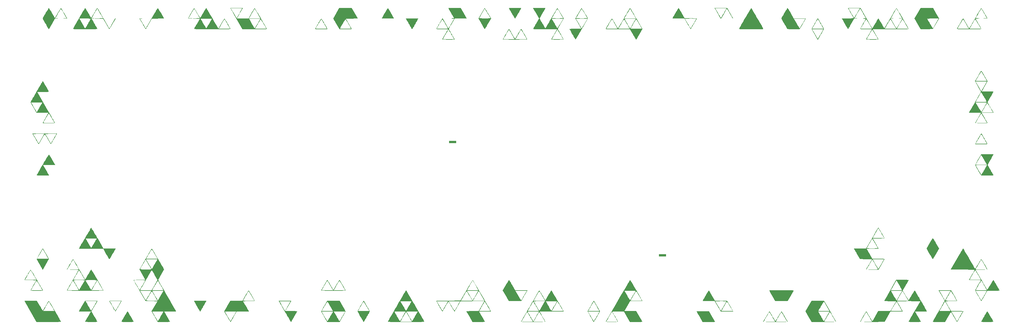
<source format=gto>
%TF.GenerationSoftware,KiCad,Pcbnew,(6.0.1-0)*%
%TF.CreationDate,2022-02-13T11:08:50+09:00*%
%TF.ProjectId,keyplate,6b657970-6c61-4746-952e-6b696361645f,rev?*%
%TF.SameCoordinates,Original*%
%TF.FileFunction,Legend,Top*%
%TF.FilePolarity,Positive*%
%FSLAX46Y46*%
G04 Gerber Fmt 4.6, Leading zero omitted, Abs format (unit mm)*
G04 Created by KiCad (PCBNEW (6.0.1-0)) date 2022-02-13 11:08:50*
%MOMM*%
%LPD*%
G01*
G04 APERTURE LIST*
%ADD10C,0.100000*%
G04 APERTURE END LIST*
D10*
X203146553Y-91427219D02*
X201146553Y-91424719D01*
X201146553Y-91424719D02*
X201146553Y-90799719D01*
X201146553Y-90799719D02*
X203146553Y-90799719D01*
X203146553Y-90799719D02*
X203146553Y-91427219D01*
G36*
X203146553Y-91427219D02*
G01*
X201146553Y-91424719D01*
X201146553Y-90799719D01*
X203146553Y-90799719D01*
X203146553Y-91427219D01*
G37*
X203146553Y-91427219D02*
X201146553Y-91424719D01*
X201146553Y-90799719D01*
X203146553Y-90799719D01*
X203146553Y-91427219D01*
X140746553Y-57652219D02*
X138746553Y-57649719D01*
X138746553Y-57649719D02*
X138746553Y-57024719D01*
X138746553Y-57024719D02*
X140746553Y-57024719D01*
X140746553Y-57024719D02*
X140746553Y-57652219D01*
G36*
X140746553Y-57652219D02*
G01*
X138746553Y-57649719D01*
X138746553Y-57024719D01*
X140746553Y-57024719D01*
X140746553Y-57652219D01*
G37*
X140746553Y-57652219D02*
X138746553Y-57649719D01*
X138746553Y-57024719D01*
X140746553Y-57024719D01*
X140746553Y-57652219D01*
%TO.C,G\u002A\u002A\u002A*%
G36*
X104952708Y-21735821D02*
G01*
X104734187Y-21348707D01*
X104550036Y-21018548D01*
X104409603Y-20762216D01*
X104322236Y-20596583D01*
X104296667Y-20539415D01*
X104330499Y-20466229D01*
X104425702Y-20287943D01*
X104572836Y-20021515D01*
X104762458Y-19683904D01*
X104985130Y-19292066D01*
X105189245Y-18936134D01*
X106081823Y-17385830D01*
X109788432Y-17385830D01*
X110642604Y-18866212D01*
X110882914Y-19284115D01*
X111100452Y-19665118D01*
X111284949Y-19991013D01*
X111426133Y-20243590D01*
X111513731Y-20404641D01*
X111537411Y-20452486D01*
X111535104Y-20485573D01*
X111489706Y-20511600D01*
X111386071Y-20531661D01*
X111209054Y-20546849D01*
X110943513Y-20558257D01*
X110574302Y-20566981D01*
X110086276Y-20574114D01*
X109810146Y-20577242D01*
X108042247Y-20596108D01*
X108919790Y-22113052D01*
X109161136Y-22532207D01*
X109377205Y-22911214D01*
X109558407Y-23232944D01*
X109695152Y-23480268D01*
X109777851Y-23636056D01*
X109798667Y-23682913D01*
X109731552Y-23697004D01*
X109541748Y-23709599D01*
X109247674Y-23720184D01*
X108867746Y-23728243D01*
X108420385Y-23733259D01*
X107947917Y-23734737D01*
X106095833Y-23733644D01*
X106016263Y-23594719D01*
X106260158Y-23594719D01*
X107924246Y-23594719D01*
X108391921Y-23593268D01*
X108808788Y-23589195D01*
X109155398Y-23582920D01*
X109412300Y-23574861D01*
X109560045Y-23565437D01*
X109588333Y-23558855D01*
X109554688Y-23489850D01*
X109461905Y-23320328D01*
X109322219Y-23071505D01*
X109147863Y-22764597D01*
X108951068Y-22420821D01*
X108744067Y-22061390D01*
X108539094Y-21707523D01*
X108348381Y-21380433D01*
X108184161Y-21101338D01*
X108058667Y-20891452D01*
X107984131Y-20771993D01*
X107971126Y-20754062D01*
X107921247Y-20796104D01*
X107809218Y-20953511D01*
X107640270Y-21217665D01*
X107419633Y-21579946D01*
X107152539Y-22031736D01*
X106844218Y-22564415D01*
X106499902Y-23169364D01*
X106429101Y-23294858D01*
X106260158Y-23594719D01*
X106016263Y-23594719D01*
X105196250Y-22163018D01*
X104952708Y-21735821D01*
G37*
G36*
X25373003Y-101109242D02*
G01*
X25573755Y-100743579D01*
X25819275Y-100303349D01*
X26102996Y-99800391D01*
X26418351Y-99246547D01*
X26758773Y-98653657D01*
X26812809Y-98559997D01*
X27036512Y-98559997D01*
X27862004Y-99988747D01*
X28096850Y-100392380D01*
X28309092Y-100751769D01*
X28488448Y-101049942D01*
X28624635Y-101269927D01*
X28707371Y-101394751D01*
X28727220Y-101416914D01*
X28772167Y-101358300D01*
X28876786Y-101194133D01*
X29030799Y-100941418D01*
X29223928Y-100617155D01*
X29445898Y-100238349D01*
X29590835Y-99988164D01*
X30414726Y-98559997D01*
X30638460Y-98559997D01*
X31462080Y-99988747D01*
X31696521Y-100392540D01*
X31908478Y-100752094D01*
X32087667Y-101050413D01*
X32223804Y-101270500D01*
X32306604Y-101395357D01*
X32326524Y-101417497D01*
X32371763Y-101359035D01*
X32476607Y-101194983D01*
X32630773Y-100942335D01*
X32823976Y-100618091D01*
X33045934Y-100239245D01*
X33190969Y-99988747D01*
X34014589Y-98559997D01*
X33172295Y-98540186D01*
X32723608Y-98533573D01*
X32213071Y-98532145D01*
X31719850Y-98535901D01*
X31484230Y-98540186D01*
X30638460Y-98559997D01*
X30414726Y-98559997D01*
X29573197Y-98540186D01*
X29125398Y-98533579D01*
X28615444Y-98532141D01*
X28122193Y-98535872D01*
X27884090Y-98540186D01*
X27036512Y-98559997D01*
X26812809Y-98559997D01*
X26829464Y-98531129D01*
X26873861Y-98454163D01*
X27024395Y-98454163D01*
X30427854Y-98454163D01*
X30232399Y-98113767D01*
X30132277Y-97939433D01*
X29977960Y-97670775D01*
X29785551Y-97335825D01*
X29571152Y-96962616D01*
X29401945Y-96668085D01*
X29197120Y-96315013D01*
X29015540Y-96008525D01*
X28868996Y-95768002D01*
X28769283Y-95612826D01*
X28728913Y-95562092D01*
X28683800Y-95620143D01*
X28580162Y-95782462D01*
X28429179Y-96030625D01*
X28242030Y-96346206D01*
X28029893Y-96710781D01*
X27990905Y-96778469D01*
X27766644Y-97168281D01*
X27558123Y-97530512D01*
X27378744Y-97841898D01*
X27241908Y-98079175D01*
X27161018Y-98219079D01*
X27157661Y-98224858D01*
X27024395Y-98454163D01*
X26873861Y-98454163D01*
X27174765Y-97932517D01*
X27497657Y-97371608D01*
X27791439Y-96860126D01*
X28049409Y-96409793D01*
X28264864Y-96032332D01*
X28431102Y-95739468D01*
X28541421Y-95542921D01*
X28589120Y-95454416D01*
X28590556Y-95450698D01*
X28523144Y-95442395D01*
X28333483Y-95434956D01*
X28040432Y-95428703D01*
X27662853Y-95423963D01*
X27219606Y-95421059D01*
X26820787Y-95420274D01*
X26288662Y-95417781D01*
X25836145Y-95410638D01*
X25476749Y-95399347D01*
X25223986Y-95384412D01*
X25091368Y-95366336D01*
X25074537Y-95355234D01*
X25077186Y-95349719D01*
X25209924Y-95349719D01*
X26900240Y-95349719D01*
X27371760Y-95348161D01*
X27792623Y-95343786D01*
X28143532Y-95337040D01*
X28405189Y-95328369D01*
X28558293Y-95318219D01*
X28590556Y-95310621D01*
X28556792Y-95241014D01*
X28462037Y-95066806D01*
X28316092Y-94805464D01*
X28128758Y-94474455D01*
X27909837Y-94091247D01*
X27763138Y-93836138D01*
X27495489Y-93374863D01*
X27287659Y-93024993D01*
X27131303Y-92774383D01*
X27018070Y-92610886D01*
X26939614Y-92522355D01*
X26887585Y-92496643D01*
X26856544Y-92517042D01*
X26799176Y-92610353D01*
X26682830Y-92806577D01*
X26518869Y-93086296D01*
X26318656Y-93430093D01*
X26093553Y-93818552D01*
X25993646Y-93991524D01*
X25209924Y-95349719D01*
X25077186Y-95349719D01*
X25129677Y-95240427D01*
X25242214Y-95033682D01*
X25400368Y-94754720D01*
X25592357Y-94423262D01*
X25806401Y-94059030D01*
X26030718Y-93681743D01*
X26253528Y-93311124D01*
X26463051Y-92966893D01*
X26647505Y-92668770D01*
X26795110Y-92436478D01*
X26894084Y-92289737D01*
X26931315Y-92247000D01*
X26979543Y-92306692D01*
X27090745Y-92477325D01*
X27257960Y-92747276D01*
X27474229Y-93104925D01*
X27732592Y-93538648D01*
X28026089Y-94036825D01*
X28347760Y-94587833D01*
X28690646Y-95180050D01*
X28763963Y-95307291D01*
X30524871Y-98365855D01*
X30816878Y-97863204D01*
X30956899Y-97621790D01*
X31146631Y-97294129D01*
X31365258Y-96916197D01*
X31591963Y-96523969D01*
X31691471Y-96351691D01*
X31889308Y-96016902D01*
X32066432Y-95731773D01*
X32209853Y-95516073D01*
X32306582Y-95389572D01*
X32339915Y-95364783D01*
X32389605Y-95429127D01*
X32500047Y-95601716D01*
X32663158Y-95868509D01*
X32870858Y-96215466D01*
X33115067Y-96628546D01*
X33387703Y-97093707D01*
X33680685Y-97596908D01*
X33985933Y-98124109D01*
X34295366Y-98661269D01*
X34600903Y-99194347D01*
X34894463Y-99709301D01*
X35167965Y-100192090D01*
X35413329Y-100628675D01*
X35622473Y-101005013D01*
X35787318Y-101307064D01*
X35899781Y-101520787D01*
X35951782Y-101632140D01*
X35954069Y-101644603D01*
X35879223Y-101654595D01*
X35676495Y-101663553D01*
X35359107Y-101671481D01*
X34940286Y-101678384D01*
X34433255Y-101684269D01*
X33851238Y-101689139D01*
X33207461Y-101693000D01*
X32515147Y-101695857D01*
X31787520Y-101697716D01*
X31037806Y-101698580D01*
X30279228Y-101698456D01*
X29525011Y-101697348D01*
X28788380Y-101695262D01*
X28082558Y-101692202D01*
X27420770Y-101688174D01*
X26816240Y-101683182D01*
X26282193Y-101677233D01*
X25831854Y-101670330D01*
X25478445Y-101662479D01*
X25235193Y-101653685D01*
X25115321Y-101643954D01*
X25105017Y-101640427D01*
X25132067Y-101569507D01*
X25157822Y-101518566D01*
X25274445Y-101518566D01*
X25341757Y-101529820D01*
X25530728Y-101539851D01*
X25821907Y-101548191D01*
X26195842Y-101554373D01*
X26633083Y-101557928D01*
X26938380Y-101558608D01*
X27404382Y-101556250D01*
X27818051Y-101549631D01*
X28160303Y-101539430D01*
X28412051Y-101526328D01*
X28554210Y-101511005D01*
X28578796Y-101500152D01*
X28575052Y-101492424D01*
X32482870Y-101492424D01*
X32543335Y-101513468D01*
X32732606Y-101531078D01*
X33038409Y-101544756D01*
X33448469Y-101554009D01*
X33950513Y-101558341D01*
X34123287Y-101558608D01*
X34590941Y-101557414D01*
X35007785Y-101554063D01*
X35354370Y-101548900D01*
X35611245Y-101542269D01*
X35758957Y-101534516D01*
X35787222Y-101529103D01*
X35753507Y-101462276D01*
X35658867Y-101290601D01*
X35513058Y-101031359D01*
X35325839Y-100701834D01*
X35106967Y-100319309D01*
X34956178Y-100057082D01*
X34125134Y-98614566D01*
X33315761Y-100020403D01*
X33083486Y-100424913D01*
X32875201Y-100789666D01*
X32701166Y-101096529D01*
X32571642Y-101327369D01*
X32496887Y-101464053D01*
X32482870Y-101492424D01*
X28575052Y-101492424D01*
X28511062Y-101360340D01*
X28389517Y-101137070D01*
X28226414Y-100850591D01*
X28034002Y-100521154D01*
X27824534Y-100169010D01*
X27610261Y-99814408D01*
X27403434Y-99477599D01*
X27216303Y-99178833D01*
X27061121Y-98938361D01*
X26950139Y-98776432D01*
X26895607Y-98713298D01*
X26892997Y-98713656D01*
X26841497Y-98790285D01*
X26734121Y-98966177D01*
X26583149Y-99220052D01*
X26400861Y-99530628D01*
X26199536Y-99876627D01*
X25991454Y-100236767D01*
X25788894Y-100589768D01*
X25604137Y-100914349D01*
X25449462Y-101189231D01*
X25337150Y-101393132D01*
X25279478Y-101504772D01*
X25274445Y-101518566D01*
X25157822Y-101518566D01*
X25223584Y-101388498D01*
X25373003Y-101109242D01*
G37*
G36*
X185359057Y-110837888D02*
G01*
X185468675Y-110640731D01*
X185636903Y-110343300D01*
X185857992Y-109955505D01*
X186126191Y-109487259D01*
X186435752Y-108948474D01*
X186780924Y-108349062D01*
X187155957Y-107698934D01*
X187555103Y-107008003D01*
X187972610Y-106286181D01*
X188402731Y-105543378D01*
X188839714Y-104789509D01*
X188936026Y-104623523D01*
X192702778Y-104623523D01*
X192770091Y-104634632D01*
X192959063Y-104644534D01*
X193250244Y-104652768D01*
X193624185Y-104658871D01*
X194061435Y-104662380D01*
X194366866Y-104663052D01*
X196030953Y-104663052D01*
X195862010Y-104363191D01*
X195507546Y-103738607D01*
X195189550Y-103187452D01*
X194913023Y-102717952D01*
X194682961Y-102338331D01*
X194504365Y-102056814D01*
X194382231Y-101881627D01*
X194321559Y-101820995D01*
X194317963Y-101822395D01*
X194267215Y-101898606D01*
X194160549Y-102074067D01*
X194010228Y-102327506D01*
X193828519Y-102637651D01*
X193627688Y-102983233D01*
X193419999Y-103342978D01*
X193217718Y-103695617D01*
X193033110Y-104019877D01*
X192878442Y-104294487D01*
X192765978Y-104498176D01*
X192707983Y-104609672D01*
X192702778Y-104623523D01*
X188936026Y-104623523D01*
X189277810Y-104034483D01*
X189711270Y-103288214D01*
X190134343Y-102560613D01*
X190541281Y-101861592D01*
X190635644Y-101699719D01*
X190875599Y-101699719D01*
X191700994Y-103143703D01*
X191933623Y-103549926D01*
X192141878Y-103912154D01*
X192315949Y-104213440D01*
X192446025Y-104436839D01*
X192522297Y-104565405D01*
X192538337Y-104590092D01*
X192575530Y-104532563D01*
X192673354Y-104369883D01*
X192821781Y-104119046D01*
X193010784Y-103797046D01*
X193230334Y-103420878D01*
X193367365Y-103185185D01*
X193599966Y-102782938D01*
X193806804Y-102422134D01*
X193977935Y-102120379D01*
X194103415Y-101895274D01*
X194173299Y-101764425D01*
X194184445Y-101738796D01*
X194117141Y-101727783D01*
X193928235Y-101717972D01*
X193637233Y-101709823D01*
X193263642Y-101703796D01*
X192826969Y-101700354D01*
X192530022Y-101699719D01*
X190875599Y-101699719D01*
X190635644Y-101699719D01*
X190926333Y-101201063D01*
X191283749Y-100588938D01*
X191607781Y-100035129D01*
X191892677Y-99549548D01*
X192132690Y-99142106D01*
X192322068Y-98822716D01*
X192455062Y-98601290D01*
X192525922Y-98487739D01*
X192536010Y-98474475D01*
X192582158Y-98529300D01*
X192689775Y-98692964D01*
X192850766Y-98951528D01*
X193057040Y-99291056D01*
X193300502Y-99697612D01*
X193573060Y-100157260D01*
X193866618Y-100656062D01*
X194173085Y-101180083D01*
X194484366Y-101715385D01*
X194792368Y-102248032D01*
X195088999Y-102764088D01*
X195366163Y-103249617D01*
X195615768Y-103690680D01*
X195829721Y-104073343D01*
X195999928Y-104383668D01*
X196118295Y-104607719D01*
X196176729Y-104731560D01*
X196181154Y-104751247D01*
X196105464Y-104765644D01*
X195907846Y-104778551D01*
X195607479Y-104789409D01*
X195223543Y-104797660D01*
X194775218Y-104802746D01*
X194363910Y-104804163D01*
X192576148Y-104804163D01*
X190887360Y-107732219D01*
X194379428Y-107769885D01*
X195280370Y-109338552D01*
X195525634Y-109765695D01*
X195747730Y-110152691D01*
X195936964Y-110482632D01*
X196083641Y-110738606D01*
X196178066Y-110903705D01*
X196210098Y-110960136D01*
X196150470Y-110974184D01*
X195967714Y-110986830D01*
X195679808Y-110997557D01*
X195304732Y-111005848D01*
X194860466Y-111011185D01*
X194370310Y-111013052D01*
X192501737Y-111013052D01*
X190713419Y-107908608D01*
X188987546Y-107908608D01*
X188512886Y-107910666D01*
X188090547Y-107916451D01*
X187739190Y-107925383D01*
X187477479Y-107936877D01*
X187324074Y-107950353D01*
X187291385Y-107961524D01*
X187333693Y-108035313D01*
X187436229Y-108213551D01*
X187588743Y-108478436D01*
X187780983Y-108812168D01*
X188002700Y-109196947D01*
X188142215Y-109439015D01*
X188375275Y-109846440D01*
X188582636Y-110214849D01*
X188754398Y-110526164D01*
X188880660Y-110762305D01*
X188951520Y-110905196D01*
X188963333Y-110938321D01*
X188899333Y-110964240D01*
X188705579Y-110984545D01*
X188379446Y-110999342D01*
X187918307Y-111008738D01*
X187319533Y-111012838D01*
X187121340Y-111013052D01*
X186542691Y-111011678D01*
X186092384Y-111007140D01*
X185757674Y-110998816D01*
X185525817Y-110986085D01*
X185384067Y-110968325D01*
X185319678Y-110944914D01*
X185318970Y-110942497D01*
X185419326Y-110942497D01*
X187128323Y-110942497D01*
X187683308Y-110941001D01*
X188110358Y-110936053D01*
X188422621Y-110926959D01*
X188633246Y-110913026D01*
X188755382Y-110893563D01*
X188802176Y-110867875D01*
X188802238Y-110854302D01*
X188757970Y-110770088D01*
X188653161Y-110582489D01*
X188498358Y-110310018D01*
X188304107Y-109971188D01*
X188080957Y-109584511D01*
X187956446Y-109369723D01*
X187145735Y-107973339D01*
X186384402Y-109299168D01*
X186154081Y-109699419D01*
X185942093Y-110066234D01*
X185760380Y-110379070D01*
X185620889Y-110617385D01*
X185535562Y-110760636D01*
X185521198Y-110783747D01*
X185419326Y-110942497D01*
X185318970Y-110942497D01*
X185313799Y-110924858D01*
X185359057Y-110837888D01*
G37*
G36*
X18142184Y-51220211D02*
G01*
X18331374Y-50888988D01*
X18553189Y-50503180D01*
X18738019Y-50183272D01*
X19609928Y-48677219D01*
X17838436Y-48657941D01*
X16066945Y-48638663D01*
X15185000Y-47109704D01*
X14942276Y-46688331D01*
X14723294Y-46307062D01*
X14537842Y-45983030D01*
X14395707Y-45733366D01*
X14306677Y-45575202D01*
X14302854Y-45568094D01*
X14495884Y-45568094D01*
X14519398Y-45636339D01*
X14604172Y-45807813D01*
X14740264Y-46063912D01*
X14917731Y-46386037D01*
X15126631Y-46755584D01*
X15184821Y-46857059D01*
X15462946Y-47340215D01*
X15679195Y-47714287D01*
X15841796Y-47992655D01*
X15958978Y-48188701D01*
X16038967Y-48315804D01*
X16089994Y-48387345D01*
X16120286Y-48416705D01*
X16138070Y-48417265D01*
X16142154Y-48413861D01*
X16184135Y-48347123D01*
X16286217Y-48175617D01*
X16438123Y-47916883D01*
X16629581Y-47588463D01*
X16850315Y-47207898D01*
X16982626Y-46978989D01*
X17794441Y-45572774D01*
X16161787Y-45553809D01*
X15696410Y-45549796D01*
X15279813Y-45548862D01*
X14932164Y-45550834D01*
X14673634Y-45555539D01*
X14524391Y-45562805D01*
X14495884Y-45568094D01*
X14302854Y-45568094D01*
X14280327Y-45526213D01*
X14309987Y-45456708D01*
X14402832Y-45279620D01*
X14550828Y-45008906D01*
X14745940Y-44658525D01*
X14980134Y-44242432D01*
X15245376Y-43774584D01*
X15533631Y-43268937D01*
X15836864Y-42739450D01*
X16147042Y-42200078D01*
X16456130Y-41664778D01*
X16756093Y-41147507D01*
X17038897Y-40662222D01*
X17296508Y-40222879D01*
X17520891Y-39843436D01*
X17704012Y-39537849D01*
X17837836Y-39320074D01*
X17914329Y-39204070D01*
X17928669Y-39188590D01*
X17972885Y-39247098D01*
X18074868Y-39408891D01*
X18223235Y-39654248D01*
X18406603Y-39963447D01*
X18613590Y-40316767D01*
X18832812Y-40694485D01*
X19052887Y-41076881D01*
X19262432Y-41444232D01*
X19450064Y-41776818D01*
X19604401Y-42054915D01*
X19714060Y-42258804D01*
X19767658Y-42368762D01*
X19771111Y-42380782D01*
X19703710Y-42395151D01*
X19514121Y-42409404D01*
X19221266Y-42422803D01*
X18844067Y-42434607D01*
X18401447Y-42444078D01*
X18012836Y-42449480D01*
X16254561Y-42468330D01*
X18864054Y-46983886D01*
X19288467Y-47718371D01*
X19693267Y-48419040D01*
X20072761Y-49076033D01*
X20421255Y-49679487D01*
X20733057Y-50219540D01*
X21002474Y-50686332D01*
X21223814Y-51069999D01*
X21391382Y-51360682D01*
X21499487Y-51548517D01*
X21542034Y-51622913D01*
X21555299Y-51659990D01*
X21538949Y-51688816D01*
X21477899Y-51710424D01*
X21357065Y-51725846D01*
X21161363Y-51736115D01*
X20875707Y-51742263D01*
X20485014Y-51745323D01*
X19974198Y-51746328D01*
X19738316Y-51746386D01*
X19240922Y-51745357D01*
X18793224Y-51742457D01*
X18413558Y-51737966D01*
X18120261Y-51732163D01*
X17931672Y-51725328D01*
X17866111Y-51717855D01*
X17899977Y-51651497D01*
X17912641Y-51628688D01*
X18077778Y-51628688D01*
X18145090Y-51641938D01*
X18334060Y-51653747D01*
X18625237Y-51663567D01*
X18999171Y-51670844D01*
X19436410Y-51675029D01*
X19741713Y-51675830D01*
X20207715Y-51673472D01*
X20621385Y-51666853D01*
X20963636Y-51656653D01*
X21215384Y-51643551D01*
X21357543Y-51628227D01*
X21382130Y-51617374D01*
X21341518Y-51541840D01*
X21240598Y-51362224D01*
X21089672Y-51096618D01*
X20899038Y-50763116D01*
X20678998Y-50379812D01*
X20555473Y-50165254D01*
X20288821Y-49706277D01*
X20081569Y-49359328D01*
X19925592Y-49112530D01*
X19812768Y-48954003D01*
X19734972Y-48871869D01*
X19684081Y-48854250D01*
X19666552Y-48865516D01*
X19607336Y-48952124D01*
X19493825Y-49136391D01*
X19338441Y-49396713D01*
X19153604Y-49711485D01*
X18951738Y-50059105D01*
X18745263Y-50417969D01*
X18546602Y-50766471D01*
X18368176Y-51083010D01*
X18222408Y-51345979D01*
X18121718Y-51533777D01*
X18078530Y-51624799D01*
X18077778Y-51628688D01*
X17912641Y-51628688D01*
X17995193Y-51479998D01*
X18142184Y-51220211D01*
G37*
G36*
X29099723Y-19766208D02*
G01*
X29398388Y-19258123D01*
X29678810Y-18784276D01*
X29932862Y-18358631D01*
X30152420Y-17995155D01*
X30329359Y-17707815D01*
X30455552Y-17510577D01*
X30522876Y-17417406D01*
X30530833Y-17411890D01*
X30584603Y-17476410D01*
X30697691Y-17646353D01*
X30859486Y-17904575D01*
X31059376Y-18233935D01*
X31286752Y-18617289D01*
X31446387Y-18890977D01*
X31684185Y-19298772D01*
X31899174Y-19662562D01*
X32081202Y-19965569D01*
X32220119Y-20191014D01*
X32305774Y-20322119D01*
X32328331Y-20348825D01*
X32372161Y-20290147D01*
X32475601Y-20125470D01*
X32628642Y-19871541D01*
X32821281Y-19545105D01*
X33043509Y-19162909D01*
X33211945Y-18870066D01*
X33450296Y-18459523D01*
X33668500Y-18094400D01*
X33856172Y-17791215D01*
X34002926Y-17566484D01*
X34098378Y-17436725D01*
X34129167Y-17411262D01*
X34182411Y-17475404D01*
X34295080Y-17645496D01*
X34456881Y-17904806D01*
X34657519Y-18236598D01*
X34886699Y-18624140D01*
X35081667Y-18959583D01*
X35963611Y-20488286D01*
X37780417Y-20489280D01*
X38270071Y-20490699D01*
X38709752Y-20494180D01*
X39080846Y-20499397D01*
X39364738Y-20506020D01*
X39542812Y-20513723D01*
X39597222Y-20521272D01*
X39562918Y-20598387D01*
X39467767Y-20774753D01*
X39323414Y-21030724D01*
X39141504Y-21346651D01*
X38933681Y-21702888D01*
X38711590Y-22079789D01*
X38486874Y-22457705D01*
X38271178Y-22816990D01*
X38076147Y-23137997D01*
X37913424Y-23401079D01*
X37794655Y-23586588D01*
X37731484Y-23674878D01*
X37725406Y-23679502D01*
X37675270Y-23621220D01*
X37565501Y-23456613D01*
X37406183Y-23202044D01*
X37207401Y-22873875D01*
X36979236Y-22488469D01*
X36775669Y-22138394D01*
X35885817Y-20596108D01*
X34140749Y-20577231D01*
X32624572Y-20560830D01*
X36011367Y-20560830D01*
X36865835Y-22040215D01*
X37103502Y-22450057D01*
X37316991Y-22815066D01*
X37496541Y-23118809D01*
X37632392Y-23344854D01*
X37714782Y-23476771D01*
X37735517Y-23504243D01*
X37773576Y-23441508D01*
X37872331Y-23273522D01*
X38021907Y-23017228D01*
X38212430Y-22689573D01*
X38434024Y-22307501D01*
X38597648Y-22024858D01*
X39444564Y-20560830D01*
X36011367Y-20560830D01*
X32624572Y-20560830D01*
X32395680Y-20558354D01*
X32496829Y-20718342D01*
X32612298Y-20907177D01*
X32769981Y-21173732D01*
X32958192Y-21497361D01*
X33165246Y-21857419D01*
X33379457Y-22233260D01*
X33589140Y-22604237D01*
X33782610Y-22949706D01*
X33948181Y-23249020D01*
X34074167Y-23481534D01*
X34148884Y-23626602D01*
X34164445Y-23664688D01*
X34094113Y-23682781D01*
X33883970Y-23698269D01*
X33535290Y-23711125D01*
X33049349Y-23721325D01*
X32427423Y-23728844D01*
X31670786Y-23733657D01*
X30780714Y-23735739D01*
X30530833Y-23735830D01*
X29648166Y-23734837D01*
X28900401Y-23731771D01*
X28281343Y-23726497D01*
X27784795Y-23718882D01*
X27404563Y-23708792D01*
X27134450Y-23696095D01*
X26968260Y-23680656D01*
X26899799Y-23662342D01*
X26897222Y-23657533D01*
X26931435Y-23575217D01*
X27028657Y-23387477D01*
X27180763Y-23108278D01*
X27379627Y-22751587D01*
X27617124Y-22331370D01*
X27885129Y-21861593D01*
X28175517Y-21356222D01*
X28480162Y-20829224D01*
X28636169Y-20560830D01*
X28810974Y-20560830D01*
X29664261Y-22043260D01*
X29901522Y-22453551D01*
X30114828Y-22818776D01*
X30294430Y-23122539D01*
X30430577Y-23348443D01*
X30513519Y-23480089D01*
X30534836Y-23507287D01*
X30573563Y-23443557D01*
X30672482Y-23275211D01*
X30821323Y-23019892D01*
X31009811Y-22695240D01*
X31227674Y-22318898D01*
X31339462Y-22125429D01*
X31569956Y-21724815D01*
X31777310Y-21361639D01*
X31950796Y-21054923D01*
X32079681Y-20823687D01*
X32153236Y-20686952D01*
X32165393Y-20661401D01*
X32159846Y-20629397D01*
X32105492Y-20604799D01*
X31987224Y-20586692D01*
X31789934Y-20574160D01*
X31498515Y-20566284D01*
X31097858Y-20562150D01*
X30572856Y-20560841D01*
X30507480Y-20560830D01*
X28810974Y-20560830D01*
X28636169Y-20560830D01*
X28716711Y-20422266D01*
X32482870Y-20422266D01*
X32543394Y-20444844D01*
X32735787Y-20463304D01*
X33050860Y-20477267D01*
X33479419Y-20486350D01*
X34012275Y-20490174D01*
X34123287Y-20490274D01*
X34590940Y-20488870D01*
X35007784Y-20484929D01*
X35354369Y-20478856D01*
X35611243Y-20471057D01*
X35758956Y-20461937D01*
X35787222Y-20455569D01*
X35753359Y-20387308D01*
X35658316Y-20214462D01*
X35511911Y-19954396D01*
X35323962Y-19624475D01*
X35104287Y-19242064D01*
X34955397Y-18984384D01*
X34123572Y-17547904D01*
X33314981Y-18951081D01*
X33082718Y-19355274D01*
X32874476Y-19719841D01*
X32700535Y-20026606D01*
X32571172Y-20257396D01*
X32496669Y-20394036D01*
X32482870Y-20422266D01*
X28716711Y-20422266D01*
X28790939Y-20294564D01*
X29099723Y-19766208D01*
G37*
G36*
X270601202Y-19294786D02*
G01*
X270900899Y-18784205D01*
X271166935Y-18335702D01*
X271392370Y-17960884D01*
X271570262Y-17671363D01*
X271693672Y-17478749D01*
X271755657Y-17394651D01*
X271760278Y-17391863D01*
X271806211Y-17450856D01*
X271913750Y-17618475D01*
X272074747Y-17880683D01*
X272281053Y-18223440D01*
X272524520Y-18632709D01*
X272797000Y-19094450D01*
X273090344Y-19594627D01*
X273396404Y-20119199D01*
X273707032Y-20654129D01*
X274014080Y-21185378D01*
X274309399Y-21698908D01*
X274584840Y-22180681D01*
X274832256Y-22616657D01*
X275043499Y-22992800D01*
X275210419Y-23295069D01*
X275324869Y-23509428D01*
X275378700Y-23621836D01*
X275381423Y-23630604D01*
X275373002Y-23650345D01*
X275332607Y-23667497D01*
X275251265Y-23682236D01*
X275120000Y-23694740D01*
X274929838Y-23705184D01*
X274671804Y-23713745D01*
X274336923Y-23720601D01*
X273916221Y-23725929D01*
X273400724Y-23729904D01*
X272781455Y-23732705D01*
X272049441Y-23734507D01*
X271195707Y-23735488D01*
X270211278Y-23735824D01*
X270040447Y-23735830D01*
X264676659Y-23735830D01*
X265554996Y-25257627D01*
X265795912Y-25676206D01*
X266011590Y-26053180D01*
X266192521Y-26371745D01*
X266329195Y-26615095D01*
X266412104Y-26766425D01*
X266433333Y-26809850D01*
X266365837Y-26817938D01*
X266175579Y-26825217D01*
X265880910Y-26831389D01*
X265500179Y-26836155D01*
X265051736Y-26839216D01*
X264563611Y-26840274D01*
X264066563Y-26838850D01*
X263619222Y-26834835D01*
X263239937Y-26828618D01*
X262947058Y-26820584D01*
X262758934Y-26811121D01*
X262693889Y-26800821D01*
X262727727Y-26731078D01*
X262775785Y-26642931D01*
X262917315Y-26642931D01*
X262977828Y-26658700D01*
X263160377Y-26672762D01*
X263445890Y-26684463D01*
X263815294Y-26693152D01*
X264249517Y-26698174D01*
X264560214Y-26699163D01*
X266226632Y-26699163D01*
X266142340Y-26540413D01*
X266066337Y-26402666D01*
X265937628Y-26175060D01*
X265769745Y-25881018D01*
X265576222Y-25543967D01*
X265370594Y-25187331D01*
X265166395Y-24834535D01*
X264977159Y-24509004D01*
X264816418Y-24234164D01*
X264697709Y-24033439D01*
X264634563Y-23930254D01*
X264632663Y-23927420D01*
X264597646Y-23899296D01*
X264549287Y-23915473D01*
X264478610Y-23988744D01*
X264376641Y-24131897D01*
X264234406Y-24357725D01*
X264042928Y-24679017D01*
X263793234Y-25108564D01*
X263743872Y-25194104D01*
X263512530Y-25595938D01*
X263305207Y-25957295D01*
X263132208Y-26260112D01*
X263003835Y-26486328D01*
X262930394Y-26617882D01*
X262917315Y-26642931D01*
X262775785Y-26642931D01*
X262822623Y-26557023D01*
X262968650Y-26296299D01*
X263155881Y-25966551D01*
X263374389Y-25585422D01*
X263507096Y-25355464D01*
X263741745Y-24948282D01*
X263953466Y-24578011D01*
X264131658Y-24263423D01*
X264265723Y-24023289D01*
X264345060Y-23876382D01*
X264361311Y-23842695D01*
X264359998Y-23809244D01*
X264316949Y-23783476D01*
X264216808Y-23764423D01*
X264044215Y-23751118D01*
X263783813Y-23742592D01*
X263420244Y-23737876D01*
X262938150Y-23736004D01*
X262666160Y-23735830D01*
X262074376Y-23733622D01*
X261615212Y-23726742D01*
X261280239Y-23714802D01*
X261061031Y-23697417D01*
X260949160Y-23674202D01*
X260930000Y-23656288D01*
X260955871Y-23594719D01*
X261068257Y-23594719D01*
X264448683Y-23594719D01*
X268259780Y-23594719D01*
X271647179Y-23594719D01*
X271873377Y-23594719D01*
X275260776Y-23594719D01*
X275080692Y-23294858D01*
X274987358Y-23136332D01*
X274839426Y-22881368D01*
X274652026Y-22556209D01*
X274440287Y-22187096D01*
X274247665Y-21849961D01*
X274040643Y-21490111D01*
X273856869Y-21176725D01*
X273707803Y-20928853D01*
X273604902Y-20765543D01*
X273559626Y-20705846D01*
X273559445Y-20705837D01*
X273516032Y-20764673D01*
X273413192Y-20929336D01*
X273261029Y-21182865D01*
X273069648Y-21508294D01*
X272849152Y-21888662D01*
X272698772Y-22150734D01*
X271873377Y-23594719D01*
X271647179Y-23594719D01*
X270821784Y-22150734D01*
X270588056Y-21744307D01*
X270377033Y-21382056D01*
X270198817Y-21080945D01*
X270063514Y-20857937D01*
X269981228Y-20729996D01*
X269961111Y-20705837D01*
X269916786Y-20763836D01*
X269814665Y-20925732D01*
X269666206Y-21172477D01*
X269482868Y-21485022D01*
X269276110Y-21844316D01*
X269272891Y-21849961D01*
X269052278Y-22235980D01*
X268842816Y-22600922D01*
X268659632Y-22918545D01*
X268517857Y-23162607D01*
X268439864Y-23294858D01*
X268259780Y-23594719D01*
X264448683Y-23594719D01*
X263668348Y-22236524D01*
X263437432Y-21836934D01*
X263226396Y-21476126D01*
X263046512Y-21173023D01*
X262909055Y-20946550D01*
X262825299Y-20815630D01*
X262808590Y-20793412D01*
X262761344Y-20792020D01*
X262682322Y-20867830D01*
X262563750Y-21031934D01*
X262397853Y-21295421D01*
X262176858Y-21669383D01*
X262094167Y-21812570D01*
X261873741Y-22195779D01*
X261662972Y-22562118D01*
X261477978Y-22883579D01*
X261334878Y-23132151D01*
X261263712Y-23255682D01*
X261068257Y-23594719D01*
X260955871Y-23594719D01*
X260964067Y-23575213D01*
X261059724Y-23390285D01*
X261207155Y-23119361D01*
X261396545Y-22780299D01*
X261618078Y-22390957D01*
X261776667Y-22115922D01*
X262013580Y-21705267D01*
X262224922Y-21335313D01*
X262400934Y-21023446D01*
X262531853Y-20787050D01*
X262607918Y-20643511D01*
X262623333Y-20607964D01*
X262555977Y-20594996D01*
X262366694Y-20583610D01*
X262074667Y-20574304D01*
X261699077Y-20567576D01*
X261259104Y-20563926D01*
X260912361Y-20563484D01*
X259201389Y-20566139D01*
X258293008Y-22156298D01*
X258047312Y-22580550D01*
X257822439Y-22957726D01*
X257628128Y-23272379D01*
X257474121Y-23509061D01*
X257370159Y-23652326D01*
X257326965Y-23688227D01*
X257276701Y-23613166D01*
X257169320Y-23437353D01*
X257016384Y-23180755D01*
X256829457Y-22863342D01*
X256620100Y-22505083D01*
X256399878Y-22125948D01*
X256180351Y-21745905D01*
X255973084Y-21384924D01*
X255789639Y-21062974D01*
X255641578Y-20800024D01*
X255540464Y-20616043D01*
X255497861Y-20531001D01*
X255497222Y-20528201D01*
X255564628Y-20517834D01*
X255754252Y-20508548D01*
X256047202Y-20500748D01*
X256424586Y-20494841D01*
X256867513Y-20491233D01*
X257261111Y-20490274D01*
X257743260Y-20489196D01*
X258175158Y-20486163D01*
X258537915Y-20481477D01*
X258812639Y-20475440D01*
X258980437Y-20468355D01*
X259025000Y-20462059D01*
X259005643Y-20424091D01*
X259318982Y-20424091D01*
X259379446Y-20445135D01*
X259568717Y-20462744D01*
X259874520Y-20476423D01*
X260284580Y-20485676D01*
X260786624Y-20490008D01*
X260959398Y-20490274D01*
X261427052Y-20489132D01*
X261843897Y-20485925D01*
X262190482Y-20480983D01*
X262447356Y-20474637D01*
X262595068Y-20467216D01*
X262623333Y-20462034D01*
X262589616Y-20395578D01*
X262494968Y-20224251D01*
X262349143Y-19965315D01*
X262161898Y-19636027D01*
X261942988Y-19253650D01*
X261791813Y-18990842D01*
X260960293Y-17547889D01*
X260151397Y-18952898D01*
X259919192Y-19357286D01*
X259710979Y-19721915D01*
X259537022Y-20028646D01*
X259407583Y-20259338D01*
X259332927Y-20395854D01*
X259318982Y-20424091D01*
X259005643Y-20424091D01*
X258991172Y-20395706D01*
X258896161Y-20224450D01*
X258749678Y-19965398D01*
X258561431Y-19635656D01*
X258341132Y-19252331D01*
X258178333Y-18970413D01*
X257941383Y-18558378D01*
X257730013Y-18186079D01*
X257553990Y-17871109D01*
X257423078Y-17631061D01*
X257351238Y-17491663D01*
X257474027Y-17491663D01*
X258294724Y-18920413D01*
X258528524Y-19324311D01*
X258740066Y-19683819D01*
X258919062Y-19981934D01*
X259055224Y-20201656D01*
X259138265Y-20325983D01*
X259158405Y-20347718D01*
X259204173Y-20288773D01*
X259309297Y-20124162D01*
X259463482Y-19870941D01*
X259656431Y-19546166D01*
X259877849Y-19166895D01*
X260020829Y-18918968D01*
X260840269Y-17491663D01*
X260003190Y-17471853D01*
X259557266Y-17465244D01*
X259049004Y-17463809D01*
X258557082Y-17467547D01*
X258320069Y-17471853D01*
X257474027Y-17491663D01*
X257351238Y-17491663D01*
X257347045Y-17483526D01*
X257331667Y-17445235D01*
X257399200Y-17429270D01*
X257589758Y-17416298D01*
X257885279Y-17406737D01*
X258267699Y-17401006D01*
X258718956Y-17399526D01*
X259181343Y-17402297D01*
X261031020Y-17421108D01*
X262746087Y-20384441D01*
X263088910Y-20976675D01*
X263411068Y-21533009D01*
X263705488Y-22041241D01*
X263965093Y-22489167D01*
X264182808Y-22864582D01*
X264351558Y-23155283D01*
X264464268Y-23349065D01*
X264513862Y-23433726D01*
X264514755Y-23435196D01*
X264566156Y-23405061D01*
X264679375Y-23256474D01*
X264850322Y-22995756D01*
X265074905Y-22629230D01*
X265349033Y-22163215D01*
X265439465Y-22006446D01*
X265680727Y-21589693D01*
X265900121Y-21216737D01*
X266087640Y-20904104D01*
X266233276Y-20668318D01*
X266327022Y-20525906D01*
X266357625Y-20490274D01*
X266404686Y-20548733D01*
X266511272Y-20712777D01*
X266667007Y-20965411D01*
X266861517Y-21289641D01*
X267084426Y-21668470D01*
X267229865Y-21919024D01*
X267466593Y-22328430D01*
X267681637Y-22699441D01*
X267864343Y-23013749D01*
X268004056Y-23253043D01*
X268090122Y-23399012D01*
X268111256Y-23433692D01*
X268159263Y-23394587D01*
X268272798Y-23235804D01*
X268449424Y-22961333D01*
X268686709Y-22575164D01*
X268982215Y-22081286D01*
X269333510Y-21483689D01*
X269738158Y-20786363D01*
X269868059Y-20560830D01*
X270044144Y-20560830D01*
X270898613Y-22040215D01*
X271136279Y-22450057D01*
X271349768Y-22815066D01*
X271529319Y-23118809D01*
X271665170Y-23344854D01*
X271747559Y-23476771D01*
X271768295Y-23504243D01*
X271806354Y-23441508D01*
X271905109Y-23273522D01*
X272054685Y-23017228D01*
X272245208Y-22689573D01*
X272466802Y-22307501D01*
X272630426Y-22024858D01*
X273477342Y-20560830D01*
X270044144Y-20560830D01*
X269868059Y-20560830D01*
X269928590Y-20455737D01*
X269959555Y-20402080D01*
X270122207Y-20402080D01*
X270139765Y-20431036D01*
X270227165Y-20453323D01*
X270397675Y-20469655D01*
X270664565Y-20480748D01*
X271041102Y-20487316D01*
X271540555Y-20490076D01*
X271758609Y-20490274D01*
X272266572Y-20487664D01*
X272699158Y-20480219D01*
X273041559Y-20468519D01*
X273278969Y-20453144D01*
X273396578Y-20434674D01*
X273406574Y-20425757D01*
X273365945Y-20348514D01*
X273264897Y-20167238D01*
X273113696Y-19900029D01*
X272922610Y-19564983D01*
X272701904Y-19180200D01*
X272572550Y-18955555D01*
X271762045Y-17549870D01*
X270959667Y-18931878D01*
X270726840Y-19334079D01*
X270517436Y-19698070D01*
X270342064Y-20005227D01*
X270211332Y-20236926D01*
X270135848Y-20374544D01*
X270122207Y-20402080D01*
X269959555Y-20402080D01*
X270274786Y-19855833D01*
X270601202Y-19294786D01*
G37*
G36*
X218955386Y-106938822D02*
G01*
X218728085Y-106547279D01*
X218486200Y-106129340D01*
X218257552Y-105733009D01*
X218240707Y-105703747D01*
X217743267Y-104839441D01*
X217892360Y-104839441D01*
X218713724Y-106269351D01*
X218946748Y-106671262D01*
X219156950Y-107026651D01*
X219334224Y-107319014D01*
X219468466Y-107531850D01*
X219549569Y-107648657D01*
X219568753Y-107665595D01*
X219612133Y-107597288D01*
X219715284Y-107424255D01*
X219867838Y-107164215D01*
X220059427Y-106834890D01*
X220279684Y-106453997D01*
X220405412Y-106235685D01*
X221208405Y-104839441D01*
X220400471Y-104819598D01*
X219970526Y-104813011D01*
X219475252Y-104811524D01*
X218990337Y-104815137D01*
X218742449Y-104819598D01*
X217892360Y-104839441D01*
X217743267Y-104839441D01*
X217722963Y-104804163D01*
X215902037Y-104804163D01*
X215412021Y-104802204D01*
X214972152Y-104796685D01*
X214600978Y-104788148D01*
X214317049Y-104777131D01*
X214138913Y-104764176D01*
X214084376Y-104751247D01*
X214120483Y-104665801D01*
X214217295Y-104482552D01*
X214363099Y-104221224D01*
X214546180Y-103901542D01*
X214754825Y-103543230D01*
X214977319Y-103166011D01*
X215201950Y-102789609D01*
X215417003Y-102433750D01*
X215610764Y-102118157D01*
X215771519Y-101862553D01*
X215887555Y-101686664D01*
X215947158Y-101610214D01*
X215950794Y-101608525D01*
X216003982Y-101667219D01*
X216116542Y-101832163D01*
X216278195Y-102086883D01*
X216478664Y-102414903D01*
X216707670Y-102799750D01*
X216903294Y-103135354D01*
X217785278Y-104661911D01*
X219586507Y-104662482D01*
X221387736Y-104663052D01*
X222285257Y-106215843D01*
X222529523Y-106641095D01*
X222748495Y-107027397D01*
X222932693Y-107357604D01*
X223072634Y-107614572D01*
X223158835Y-107781157D01*
X223182778Y-107838621D01*
X223113381Y-107861622D01*
X222909713Y-107880353D01*
X222578554Y-107894552D01*
X222126688Y-107903961D01*
X221560896Y-107908321D01*
X221352449Y-107908608D01*
X219522121Y-107908608D01*
X219414939Y-107725410D01*
X219725556Y-107725410D01*
X219792858Y-107737273D01*
X219981759Y-107747842D01*
X220272747Y-107756619D01*
X220646312Y-107763109D01*
X221082942Y-107766815D01*
X221379278Y-107767497D01*
X223032999Y-107767497D01*
X222208305Y-106326114D01*
X221944377Y-105867244D01*
X221739988Y-105519062D01*
X221586307Y-105268813D01*
X221474501Y-105103744D01*
X221395738Y-105011101D01*
X221341187Y-104978131D01*
X221302016Y-104992079D01*
X221292181Y-105003197D01*
X221228316Y-105100836D01*
X221111394Y-105293333D01*
X220953865Y-105559055D01*
X220768176Y-105876373D01*
X220566776Y-106223655D01*
X220362114Y-106579272D01*
X220166637Y-106921591D01*
X219992795Y-107228982D01*
X219853035Y-107479815D01*
X219759807Y-107652458D01*
X219725558Y-107725281D01*
X219725556Y-107725410D01*
X219414939Y-107725410D01*
X219140286Y-107255969D01*
X218955386Y-106938822D01*
G37*
G36*
X101005339Y-107263851D02*
G01*
X101199115Y-106920085D01*
X101424467Y-106524710D01*
X101615556Y-106192299D01*
X102497500Y-104663648D01*
X104334007Y-104663350D01*
X106170513Y-104663052D01*
X107068034Y-106215843D01*
X107312393Y-106641538D01*
X107531435Y-107028753D01*
X107715667Y-107360245D01*
X107855594Y-107618771D01*
X107941725Y-107787088D01*
X107965556Y-107846011D01*
X107931593Y-107926022D01*
X107836044Y-108110619D01*
X107688412Y-108382497D01*
X107498205Y-108724346D01*
X107274927Y-109118862D01*
X107074581Y-109468221D01*
X106183606Y-111013052D01*
X102489924Y-111013052D01*
X101589966Y-109455579D01*
X101346134Y-109028828D01*
X101129088Y-108639773D01*
X100948073Y-108305744D01*
X100812334Y-108044072D01*
X100748365Y-107908608D01*
X100846710Y-107908608D01*
X101672105Y-109352592D01*
X101905824Y-109758979D01*
X102116841Y-110121145D01*
X102295054Y-110422137D01*
X102430358Y-110645002D01*
X102512651Y-110772786D01*
X102532778Y-110796841D01*
X102577117Y-110738639D01*
X102679269Y-110576568D01*
X102827768Y-110329697D01*
X103011148Y-110017089D01*
X103217942Y-109657812D01*
X103220849Y-109652717D01*
X103441478Y-109266808D01*
X103650969Y-108901965D01*
X103834179Y-108584439D01*
X103975968Y-108340483D01*
X104053875Y-108208469D01*
X104212905Y-107943886D01*
X104466287Y-107943886D01*
X105245783Y-109284573D01*
X105476817Y-109681473D01*
X105686338Y-110040533D01*
X105863144Y-110342628D01*
X105996034Y-110568631D01*
X106073804Y-110699418D01*
X106087022Y-110720869D01*
X106140087Y-110731244D01*
X106230102Y-110639691D01*
X106365547Y-110436006D01*
X106468464Y-110262125D01*
X106628408Y-109985186D01*
X106833838Y-109630067D01*
X107059373Y-109240618D01*
X107279633Y-108860684D01*
X107299854Y-108825830D01*
X107811546Y-107943886D01*
X106971329Y-107924075D01*
X106523616Y-107917452D01*
X106015987Y-107916040D01*
X105527486Y-107919839D01*
X105298699Y-107924075D01*
X104466287Y-107943886D01*
X104212905Y-107943886D01*
X104234109Y-107908608D01*
X100846710Y-107908608D01*
X100748365Y-107908608D01*
X100731117Y-107872084D01*
X100711810Y-107809528D01*
X100751852Y-107726171D01*
X100754225Y-107721764D01*
X100910000Y-107721764D01*
X100977300Y-107734662D01*
X101166187Y-107746152D01*
X101457136Y-107755693D01*
X101830625Y-107762743D01*
X102267133Y-107766763D01*
X102561683Y-107767497D01*
X104213366Y-107767497D01*
X103409100Y-106374275D01*
X103176134Y-105974265D01*
X102964353Y-105617367D01*
X102784495Y-105321134D01*
X102647301Y-105103118D01*
X102563508Y-104980873D01*
X102544424Y-104960916D01*
X102497428Y-105014047D01*
X102393131Y-105168988D01*
X102243906Y-105404839D01*
X102062128Y-105700698D01*
X101860169Y-106035666D01*
X101650402Y-106388840D01*
X101445201Y-106739322D01*
X101256938Y-107066209D01*
X101097988Y-107348602D01*
X100980722Y-107565599D01*
X100917516Y-107696300D01*
X100910000Y-107721764D01*
X100754225Y-107721764D01*
X100852973Y-107538413D01*
X101005339Y-107263851D01*
G37*
G36*
X75484560Y-20585115D02*
G01*
X79272196Y-20585115D01*
X79297055Y-20651611D01*
X79382526Y-20818415D01*
X79516628Y-21064832D01*
X79687376Y-21370167D01*
X79882788Y-21713723D01*
X80090881Y-22074804D01*
X80299671Y-22432714D01*
X80497176Y-22766759D01*
X80671412Y-23056241D01*
X80810396Y-23280465D01*
X80902145Y-23418735D01*
X80933081Y-23453608D01*
X80980092Y-23395121D01*
X81086532Y-23231000D01*
X81242039Y-22978253D01*
X81436249Y-22653887D01*
X81658798Y-22274912D01*
X81803655Y-22024858D01*
X82627182Y-20596108D01*
X80963134Y-20577167D01*
X80493593Y-20572927D01*
X80073101Y-20571239D01*
X79721525Y-20572011D01*
X79458734Y-20575149D01*
X79304595Y-20580559D01*
X79272196Y-20585115D01*
X75484560Y-20585115D01*
X75135945Y-19980335D01*
X74808793Y-19409934D01*
X74511426Y-18888607D01*
X74250330Y-18427862D01*
X74031992Y-18039209D01*
X73862899Y-17734157D01*
X73749537Y-17524214D01*
X73715963Y-17456386D01*
X73825418Y-17456386D01*
X74678020Y-18937625D01*
X75530623Y-20418865D01*
X76366978Y-18967130D01*
X76601649Y-18558601D01*
X76810888Y-18192068D01*
X76984967Y-17884756D01*
X77114162Y-17653890D01*
X77188746Y-17516696D01*
X77203333Y-17485891D01*
X77135996Y-17477657D01*
X76946855Y-17470308D01*
X76655217Y-17464182D01*
X76280388Y-17459615D01*
X75841674Y-17456945D01*
X75514376Y-17456386D01*
X73825418Y-17456386D01*
X73715963Y-17456386D01*
X73698393Y-17420891D01*
X73696314Y-17412109D01*
X73771698Y-17405114D01*
X73969309Y-17400155D01*
X74270276Y-17397332D01*
X74655729Y-17396744D01*
X75106798Y-17398490D01*
X75566849Y-17402277D01*
X77408721Y-17421108D01*
X76755675Y-18549997D01*
X76528610Y-18942873D01*
X76308322Y-19324674D01*
X76111673Y-19666126D01*
X75955527Y-19937953D01*
X75871692Y-20084580D01*
X75640755Y-20490274D01*
X79090022Y-20490274D01*
X79235506Y-20490274D01*
X82628845Y-20490274D01*
X81803450Y-19046290D01*
X81569635Y-18639750D01*
X81358424Y-18277292D01*
X81179945Y-17975902D01*
X81044323Y-17752569D01*
X80961682Y-17624280D01*
X80941340Y-17599901D01*
X80896609Y-17657396D01*
X80793258Y-17819160D01*
X80642450Y-18066811D01*
X80455348Y-18381969D01*
X80243113Y-18746253D01*
X80203704Y-18814580D01*
X79979166Y-19204332D01*
X79770365Y-19566515D01*
X79590718Y-19877876D01*
X79453640Y-20115163D01*
X79372549Y-20255123D01*
X79369144Y-20260969D01*
X79235506Y-20490274D01*
X79090022Y-20490274D01*
X79974113Y-18958028D01*
X80218592Y-18537711D01*
X80442184Y-18159755D01*
X80634690Y-17840879D01*
X80785913Y-17597806D01*
X80885653Y-17447258D01*
X80921518Y-17404676D01*
X80967768Y-17459476D01*
X81075415Y-17623153D01*
X81236374Y-17881764D01*
X81442557Y-18221369D01*
X81685879Y-18628025D01*
X81958251Y-19087792D01*
X82251587Y-19586727D01*
X82557801Y-20110890D01*
X82868806Y-20646338D01*
X83176514Y-21179131D01*
X83472840Y-21695327D01*
X83749695Y-22180984D01*
X83998995Y-22622161D01*
X84212651Y-23004916D01*
X84382577Y-23315308D01*
X84500687Y-23539396D01*
X84558892Y-23663237D01*
X84563219Y-23682913D01*
X84488844Y-23693161D01*
X84286705Y-23702755D01*
X83970150Y-23711501D01*
X83552527Y-23719205D01*
X83047182Y-23725675D01*
X82467464Y-23730715D01*
X81826718Y-23734132D01*
X81138292Y-23735733D01*
X80918963Y-23735830D01*
X77305142Y-23735830D01*
X77202027Y-23557379D01*
X81083889Y-23557379D01*
X81151200Y-23567878D01*
X81340160Y-23577236D01*
X81631307Y-23585016D01*
X82005181Y-23590779D01*
X82442320Y-23594090D01*
X82746108Y-23594719D01*
X83211515Y-23592584D01*
X83624260Y-23586590D01*
X83965324Y-23577353D01*
X84215688Y-23565488D01*
X84356333Y-23551613D01*
X84379903Y-23541802D01*
X84199666Y-23213129D01*
X83992228Y-22846039D01*
X83768822Y-22459191D01*
X83540679Y-22071248D01*
X83319033Y-21700869D01*
X83115115Y-21366717D01*
X82940158Y-21087451D01*
X82805393Y-20881733D01*
X82722053Y-20768223D01*
X82700984Y-20752482D01*
X82650507Y-20828499D01*
X82544074Y-21003794D01*
X82393935Y-21257116D01*
X82212340Y-21567217D01*
X82011540Y-21912849D01*
X81803784Y-22272763D01*
X81601325Y-22625711D01*
X81416412Y-22950443D01*
X81261294Y-23225711D01*
X81148224Y-23430266D01*
X81089451Y-23542860D01*
X81083889Y-23557379D01*
X77202027Y-23557379D01*
X75486397Y-20588301D01*
X75484560Y-20585115D01*
G37*
G36*
X128357921Y-20492871D02*
G01*
X128856482Y-20500735D01*
X129219561Y-20513980D01*
X129449926Y-20532718D01*
X129550345Y-20557064D01*
X129555556Y-20565098D01*
X129522137Y-20640120D01*
X129429571Y-20816868D01*
X129289391Y-21074933D01*
X129113131Y-21393908D01*
X128912324Y-21753385D01*
X128698504Y-22132956D01*
X128483205Y-22512213D01*
X128277960Y-22870749D01*
X128094304Y-23188155D01*
X127943769Y-23444024D01*
X127837890Y-23617948D01*
X127791799Y-23685904D01*
X127715719Y-23689335D01*
X127672777Y-23650626D01*
X127613936Y-23559383D01*
X127500214Y-23370283D01*
X127343168Y-23103490D01*
X127154355Y-22779170D01*
X126945331Y-22417488D01*
X126727653Y-22038610D01*
X126512878Y-21662699D01*
X126312563Y-21309922D01*
X126138265Y-21000444D01*
X126001540Y-20754429D01*
X125913945Y-20592043D01*
X125886667Y-20534086D01*
X125954134Y-20522332D01*
X126144185Y-20511770D01*
X126438296Y-20502842D01*
X126817942Y-20495990D01*
X127264597Y-20491657D01*
X127721111Y-20490274D01*
X128357921Y-20492871D01*
G37*
G36*
X246554914Y-23603118D02*
G01*
X246558680Y-23594719D01*
X246669606Y-23594719D01*
X248331748Y-23594719D01*
X248799135Y-23592876D01*
X249215703Y-23587702D01*
X249561992Y-23579731D01*
X249818539Y-23569495D01*
X249965885Y-23557527D01*
X249993889Y-23549211D01*
X249960180Y-23475143D01*
X249867318Y-23301044D01*
X249727698Y-23048509D01*
X249553717Y-22739133D01*
X249357771Y-22394513D01*
X249152255Y-22036242D01*
X248949566Y-21685917D01*
X248762100Y-21365132D01*
X248602254Y-21095484D01*
X248482422Y-20898567D01*
X248415002Y-20795977D01*
X248409934Y-20789789D01*
X248386910Y-20771942D01*
X248357951Y-20774930D01*
X248316369Y-20809394D01*
X248255476Y-20885974D01*
X248168583Y-21015311D01*
X248049001Y-21208046D01*
X247890042Y-21474821D01*
X247685017Y-21826275D01*
X247427238Y-22273049D01*
X247110016Y-22825785D01*
X246902998Y-23187168D01*
X246669606Y-23594719D01*
X246558680Y-23594719D01*
X246599357Y-23504005D01*
X246701627Y-23309249D01*
X246850156Y-23038804D01*
X247033374Y-22712622D01*
X247239714Y-22350659D01*
X247457607Y-21972866D01*
X247675484Y-21599197D01*
X247881777Y-21249606D01*
X248064917Y-20944046D01*
X248213336Y-20702470D01*
X248315465Y-20544831D01*
X248359256Y-20490988D01*
X248409616Y-20549920D01*
X248516040Y-20712829D01*
X248667171Y-20959732D01*
X248851653Y-21270643D01*
X249058129Y-21625578D01*
X249275243Y-22004553D01*
X249491637Y-22387582D01*
X249695954Y-22754681D01*
X249876839Y-23085865D01*
X250022933Y-23361150D01*
X250122881Y-23560551D01*
X250165325Y-23664083D01*
X250166023Y-23670377D01*
X250131557Y-23757341D01*
X250038120Y-23943133D01*
X249897097Y-24207752D01*
X249719876Y-24531201D01*
X249517842Y-24893481D01*
X249302382Y-25274593D01*
X249084881Y-25654541D01*
X248876726Y-26013324D01*
X248689304Y-26330946D01*
X248533999Y-26587406D01*
X248422199Y-26762708D01*
X248365291Y-26836852D01*
X248362503Y-26838019D01*
X248316827Y-26780073D01*
X248211088Y-26615798D01*
X248055131Y-26361441D01*
X247858798Y-26033252D01*
X247631934Y-25647479D01*
X247420650Y-25283320D01*
X247152609Y-24811632D01*
X246925408Y-24397853D01*
X246746161Y-24055789D01*
X246621982Y-23799249D01*
X246610884Y-23771108D01*
X246694343Y-23771108D01*
X247515088Y-25195289D01*
X247748756Y-25595438D01*
X247960553Y-25948027D01*
X248140183Y-26236737D01*
X248277352Y-26445248D01*
X248361766Y-26557244D01*
X248383028Y-26571122D01*
X248430624Y-26498370D01*
X248537751Y-26321427D01*
X248693663Y-26058471D01*
X248887616Y-25727679D01*
X249108865Y-25347230D01*
X249217923Y-25158689D01*
X249444017Y-24763569D01*
X249642020Y-24410636D01*
X249802300Y-24117634D01*
X249915229Y-23902307D01*
X249971176Y-23782398D01*
X249974912Y-23763890D01*
X249898622Y-23755932D01*
X249701417Y-23750365D01*
X249403476Y-23747334D01*
X249024977Y-23746981D01*
X248586099Y-23749449D01*
X248319271Y-23752143D01*
X246694343Y-23771108D01*
X246610884Y-23771108D01*
X246559985Y-23642038D01*
X246554914Y-23603118D01*
G37*
G36*
X32400556Y-82958945D02*
G01*
X32430944Y-83104581D01*
X32505231Y-83285379D01*
X32598101Y-83452065D01*
X32684240Y-83555363D01*
X32713484Y-83568037D01*
X32763146Y-83627508D01*
X32875347Y-83797287D01*
X33042693Y-84065121D01*
X33257784Y-84418759D01*
X33513226Y-84845948D01*
X33801619Y-85334435D01*
X34115568Y-85871970D01*
X34374751Y-86319704D01*
X35960891Y-89070274D01*
X37779057Y-89070274D01*
X38268901Y-89071681D01*
X38708780Y-89075644D01*
X39080085Y-89081774D01*
X39364210Y-89089683D01*
X39542547Y-89098982D01*
X39597222Y-89108201D01*
X39563361Y-89178215D01*
X39469485Y-89349868D01*
X39327151Y-89603185D01*
X39147919Y-89918195D01*
X38943348Y-90274924D01*
X38724997Y-90653399D01*
X38504423Y-91033647D01*
X38293187Y-91395695D01*
X38102847Y-91719569D01*
X37944962Y-91985296D01*
X37831090Y-92172903D01*
X37772791Y-92262417D01*
X37769803Y-92265904D01*
X37687763Y-92269088D01*
X37644696Y-92230626D01*
X37591096Y-92145697D01*
X37478217Y-91956407D01*
X37316701Y-91680966D01*
X37117188Y-91337584D01*
X36890321Y-90944469D01*
X36735816Y-90675413D01*
X35896705Y-89211386D01*
X32278908Y-89211386D01*
X31579315Y-89210528D01*
X30924272Y-89208066D01*
X30326969Y-89204164D01*
X29800598Y-89198988D01*
X29358351Y-89192704D01*
X29013419Y-89185478D01*
X28778993Y-89177473D01*
X28668265Y-89168857D01*
X28661111Y-89165998D01*
X28695518Y-89086981D01*
X28792767Y-88903528D01*
X28943903Y-88630910D01*
X29139971Y-88284402D01*
X29372016Y-87879276D01*
X29631082Y-87430806D01*
X29908213Y-86954263D01*
X30194455Y-86464922D01*
X30405035Y-86106941D01*
X30649981Y-86106941D01*
X31463699Y-87518052D01*
X31697074Y-87919310D01*
X31908456Y-88276199D01*
X32087394Y-88571607D01*
X32223436Y-88788419D01*
X32306130Y-88909520D01*
X32325443Y-88929163D01*
X32373022Y-88870748D01*
X32479790Y-88707089D01*
X32635102Y-88455564D01*
X32828318Y-88133549D01*
X33048797Y-87758424D01*
X33163123Y-87561245D01*
X33391200Y-87164300D01*
X33593456Y-86808755D01*
X33759831Y-86512588D01*
X33880265Y-86293777D01*
X33944696Y-86170300D01*
X33952778Y-86150134D01*
X33885478Y-86137951D01*
X33696593Y-86127098D01*
X33405649Y-86118087D01*
X33032169Y-86111429D01*
X32595678Y-86107633D01*
X32301379Y-86106941D01*
X30649981Y-86106941D01*
X30405035Y-86106941D01*
X30480852Y-85978055D01*
X30758448Y-85508935D01*
X31018289Y-85072836D01*
X31251418Y-84685029D01*
X31448880Y-84360789D01*
X31601721Y-84115388D01*
X31700984Y-83964100D01*
X31736591Y-83920906D01*
X31818839Y-83862581D01*
X31895877Y-83738835D01*
X31942340Y-83616676D01*
X31917611Y-83597291D01*
X31894410Y-83609794D01*
X31882545Y-83582779D01*
X31933012Y-83461712D01*
X32030488Y-83280649D01*
X32188012Y-83031932D01*
X32306577Y-82895093D01*
X32379483Y-82875955D01*
X32400556Y-82958945D01*
G37*
G36*
X158827857Y-17387852D02*
G01*
X159271197Y-17393548D01*
X159646206Y-17402365D01*
X159934398Y-17413748D01*
X160117286Y-17427143D01*
X160176667Y-17441026D01*
X160142363Y-17521823D01*
X160047334Y-17702149D01*
X159903399Y-17961842D01*
X159722381Y-18280740D01*
X159516100Y-18638680D01*
X159296379Y-19015501D01*
X159075038Y-19391041D01*
X158863898Y-19745138D01*
X158674782Y-20057630D01*
X158519509Y-20308354D01*
X158409902Y-20477150D01*
X158357782Y-20543854D01*
X158357322Y-20544037D01*
X158304428Y-20492017D01*
X158192367Y-20333705D01*
X158031599Y-20085545D01*
X157832583Y-19763982D01*
X157605779Y-19385461D01*
X157437267Y-19097458D01*
X157196446Y-18680300D01*
X156978132Y-18298993D01*
X156792769Y-17972031D01*
X156650799Y-17717908D01*
X156562665Y-17555117D01*
X156539159Y-17506950D01*
X156533511Y-17470273D01*
X156558365Y-17441820D01*
X156629067Y-17420556D01*
X156760959Y-17405446D01*
X156969386Y-17395456D01*
X157269691Y-17389549D01*
X157677219Y-17386692D01*
X158207314Y-17385848D01*
X158334674Y-17385830D01*
X158827857Y-17387852D01*
G37*
G36*
X176331463Y-20434125D02*
G01*
X176486759Y-20434125D01*
X176547265Y-20449882D01*
X176729793Y-20463931D01*
X177015257Y-20475619D01*
X177384572Y-20484292D01*
X177818651Y-20489297D01*
X178127176Y-20490274D01*
X178594827Y-20488433D01*
X179011670Y-20483265D01*
X179358254Y-20475302D01*
X179615129Y-20465075D01*
X179762844Y-20453116D01*
X179791111Y-20444766D01*
X179757366Y-20370328D01*
X179664398Y-20195896D01*
X179524610Y-19943059D01*
X179350405Y-19633406D01*
X179154185Y-19288524D01*
X178948353Y-18930003D01*
X178745313Y-18579430D01*
X178557465Y-18258395D01*
X178397214Y-17988485D01*
X178276961Y-17791289D01*
X178209109Y-17688396D01*
X178204001Y-17682189D01*
X178162525Y-17675709D01*
X178095083Y-17732554D01*
X177993900Y-17864116D01*
X177851204Y-18081791D01*
X177659220Y-18396970D01*
X177410175Y-18821049D01*
X177315645Y-18984234D01*
X177083786Y-19386132D01*
X176875982Y-19747576D01*
X176702543Y-20050529D01*
X176573782Y-20276952D01*
X176500012Y-20408808D01*
X176486759Y-20434125D01*
X176331463Y-20434125D01*
X176439492Y-20249249D01*
X176526414Y-20099901D01*
X176670168Y-19852237D01*
X176856935Y-19530091D01*
X177072899Y-19157297D01*
X177304241Y-18757691D01*
X177340371Y-18695257D01*
X177563087Y-18314647D01*
X177764881Y-17977841D01*
X177934303Y-17703300D01*
X178059902Y-17509489D01*
X178130228Y-17414870D01*
X178138246Y-17408727D01*
X178184254Y-17462534D01*
X178289186Y-17618880D01*
X178441292Y-17858165D01*
X178628823Y-18160792D01*
X178840029Y-18507162D01*
X179063161Y-18877675D01*
X179286469Y-19252733D01*
X179498205Y-19612736D01*
X179686617Y-19938087D01*
X179839957Y-20209186D01*
X179946475Y-20406435D01*
X179989854Y-20497311D01*
X179960087Y-20567080D01*
X179867177Y-20744422D01*
X179719152Y-21015380D01*
X179524041Y-21366000D01*
X179289873Y-21782326D01*
X179024675Y-22250402D01*
X178736478Y-22756274D01*
X178433309Y-23285986D01*
X178123197Y-23825582D01*
X177814170Y-24361108D01*
X177514258Y-24878607D01*
X177231489Y-25364125D01*
X176973890Y-25803706D01*
X176749492Y-26183395D01*
X176566323Y-26489237D01*
X176432411Y-26707276D01*
X176355785Y-26823556D01*
X176341332Y-26839181D01*
X176296172Y-26780203D01*
X176191179Y-26614723D01*
X176036102Y-26359001D01*
X175840690Y-26029299D01*
X175614692Y-25641876D01*
X175399028Y-25267462D01*
X175155525Y-24840451D01*
X174937033Y-24453720D01*
X174752896Y-24124099D01*
X174612458Y-23868419D01*
X174525062Y-23703512D01*
X174499445Y-23646989D01*
X174566846Y-23632621D01*
X174756437Y-23618369D01*
X175049296Y-23604971D01*
X175426504Y-23593167D01*
X175869139Y-23583696D01*
X176257989Y-23578291D01*
X178016534Y-23559441D01*
X177143828Y-22048415D01*
X176300612Y-20588450D01*
X176494417Y-20588450D01*
X176519615Y-20655333D01*
X176606620Y-20826854D01*
X176746063Y-21085804D01*
X176928572Y-21414977D01*
X177144778Y-21797165D01*
X177298624Y-22065314D01*
X177533834Y-22469633D01*
X177746017Y-22827772D01*
X177925126Y-23123315D01*
X178061118Y-23339844D01*
X178143949Y-23460943D01*
X178164590Y-23480644D01*
X178207355Y-23413163D01*
X178310235Y-23240812D01*
X178462993Y-22981046D01*
X178655395Y-22651319D01*
X178877202Y-22269086D01*
X179019614Y-22022721D01*
X179843103Y-20596108D01*
X178183871Y-20577167D01*
X177714802Y-20573057D01*
X177294585Y-20571754D01*
X176943171Y-20573125D01*
X176680512Y-20577035D01*
X176526557Y-20583353D01*
X176494417Y-20588450D01*
X176300612Y-20588450D01*
X176271122Y-20537390D01*
X176331463Y-20434125D01*
G37*
G36*
X33383724Y-104678528D02*
G01*
X33759720Y-104686515D01*
X34018100Y-104699822D01*
X34149363Y-104718199D01*
X34164445Y-104728398D01*
X34130385Y-104805714D01*
X34034603Y-104987519D01*
X33886688Y-105256535D01*
X33696235Y-105595486D01*
X33472835Y-105987097D01*
X33281225Y-106319127D01*
X32398006Y-107842169D01*
X33241467Y-109304138D01*
X33480793Y-109720643D01*
X33697737Y-110101396D01*
X33881838Y-110427776D01*
X34022635Y-110681164D01*
X34109667Y-110842941D01*
X34132235Y-110889580D01*
X34138812Y-110926948D01*
X34116175Y-110955932D01*
X34048950Y-110977591D01*
X33921761Y-110992982D01*
X33719235Y-111003163D01*
X33425996Y-111009191D01*
X33026669Y-111012125D01*
X32505879Y-111013022D01*
X32337549Y-111013052D01*
X31824178Y-111010716D01*
X31371192Y-111004094D01*
X30995324Y-110993761D01*
X30713307Y-110980294D01*
X30541875Y-110964271D01*
X30495556Y-110949559D01*
X30529517Y-110873087D01*
X30624888Y-110692389D01*
X30771901Y-110425083D01*
X30960786Y-110088786D01*
X31181774Y-109701116D01*
X31342222Y-109422635D01*
X31578703Y-109012877D01*
X31789730Y-108645287D01*
X31965598Y-108336930D01*
X32096602Y-108104872D01*
X32173036Y-107966178D01*
X32188889Y-107933906D01*
X32121482Y-107926991D01*
X31931857Y-107920797D01*
X31638906Y-107915594D01*
X31261520Y-107911654D01*
X30818591Y-107909247D01*
X30425000Y-107908608D01*
X29943095Y-107906586D01*
X29511658Y-107900900D01*
X29149530Y-107892115D01*
X28875553Y-107880798D01*
X28708566Y-107867515D01*
X28664673Y-107855691D01*
X28699677Y-107782639D01*
X28796331Y-107604640D01*
X28945113Y-107338596D01*
X29136503Y-107001409D01*
X29360982Y-106609982D01*
X29568776Y-106250552D01*
X30407917Y-104804163D01*
X30641426Y-104804163D01*
X31083605Y-105562636D01*
X31303238Y-105940702D01*
X31543459Y-106356338D01*
X31770043Y-106750234D01*
X31899893Y-106977200D01*
X32057974Y-107242762D01*
X32195631Y-107452580D01*
X32296021Y-107582255D01*
X32338029Y-107611950D01*
X32390233Y-107547186D01*
X32501431Y-107377354D01*
X32660836Y-107120031D01*
X32857656Y-106792795D01*
X33081103Y-106413225D01*
X33206323Y-106197385D01*
X34010588Y-104804163D01*
X30641426Y-104804163D01*
X30407917Y-104804163D01*
X30469317Y-104698330D01*
X32316881Y-104679520D01*
X32899611Y-104676112D01*
X33383724Y-104678528D01*
G37*
G36*
X120542023Y-110889580D02*
G01*
X120583365Y-110805033D01*
X120688428Y-110611741D01*
X120850549Y-110321211D01*
X121063069Y-109944947D01*
X121319323Y-109494455D01*
X121612652Y-108981240D01*
X121936394Y-108416808D01*
X122195896Y-107965642D01*
X122516291Y-107965642D01*
X122541661Y-108030616D01*
X122598693Y-108145208D01*
X122693557Y-108320468D01*
X122832425Y-108567449D01*
X123021464Y-108897204D01*
X123266847Y-109320785D01*
X123574742Y-109849243D01*
X123755128Y-110158082D01*
X123945094Y-110469995D01*
X124080175Y-110660297D01*
X124165244Y-110735210D01*
X124197533Y-110722526D01*
X124248030Y-110634880D01*
X124358191Y-110444318D01*
X124516920Y-110170011D01*
X124713123Y-109831131D01*
X124935704Y-109446849D01*
X125029797Y-109284441D01*
X125806526Y-107943886D01*
X125342085Y-107938477D01*
X126115501Y-107938477D01*
X126138026Y-108007215D01*
X126221030Y-108176763D01*
X126353521Y-108426261D01*
X126524508Y-108734844D01*
X126664479Y-108980497D01*
X126981364Y-109529181D01*
X127234909Y-109964684D01*
X127431034Y-110296772D01*
X127575658Y-110535209D01*
X127674702Y-110689760D01*
X127734086Y-110770188D01*
X127759446Y-110786569D01*
X127799781Y-110721477D01*
X127900319Y-110551503D01*
X128050889Y-110294073D01*
X128241316Y-109966615D01*
X128461427Y-109586554D01*
X128595916Y-109353682D01*
X129409295Y-107943886D01*
X127778659Y-107924921D01*
X127313632Y-107920875D01*
X126897442Y-107919858D01*
X126550262Y-107921705D01*
X126292260Y-107926252D01*
X126143609Y-107933333D01*
X126115501Y-107938477D01*
X125342085Y-107938477D01*
X124178107Y-107924921D01*
X123713354Y-107920905D01*
X123297399Y-107919978D01*
X122950439Y-107921967D01*
X122692672Y-107926697D01*
X122544295Y-107933994D01*
X122516413Y-107939232D01*
X122516291Y-107965642D01*
X122195896Y-107965642D01*
X122283886Y-107812663D01*
X122648468Y-107180312D01*
X123023477Y-106531260D01*
X123402252Y-105877011D01*
X123778132Y-105229073D01*
X124004644Y-104839441D01*
X124274344Y-104839441D01*
X125097918Y-106264890D01*
X125332208Y-106665033D01*
X125544601Y-107017574D01*
X125724791Y-107306237D01*
X125862473Y-107514741D01*
X125947340Y-107626809D01*
X125968912Y-107640723D01*
X126016582Y-107567592D01*
X126123783Y-107390296D01*
X126279765Y-107127034D01*
X126473779Y-106796003D01*
X126695074Y-106415403D01*
X126804035Y-106227022D01*
X127030128Y-105831903D01*
X127228131Y-105478970D01*
X127388412Y-105185968D01*
X127501340Y-104970640D01*
X127557287Y-104850731D01*
X127561024Y-104832224D01*
X127484738Y-104824272D01*
X127287519Y-104818707D01*
X126989523Y-104815672D01*
X126610910Y-104815310D01*
X126171839Y-104817764D01*
X125902327Y-104820476D01*
X124274344Y-104839441D01*
X124004644Y-104839441D01*
X124144454Y-104598949D01*
X124494558Y-103998145D01*
X124821781Y-103438166D01*
X125119462Y-102930519D01*
X125380939Y-102486708D01*
X125599550Y-102118239D01*
X125768635Y-101836616D01*
X125881531Y-101653346D01*
X125931576Y-101579934D01*
X125932811Y-101579095D01*
X125998721Y-101623551D01*
X126100160Y-101758344D01*
X126161153Y-101859060D01*
X126234201Y-101987169D01*
X126370217Y-102224198D01*
X126561556Y-102556898D01*
X126800569Y-102972016D01*
X127079613Y-103456302D01*
X127391040Y-103996505D01*
X127727204Y-104579373D01*
X128080459Y-105191655D01*
X128443159Y-105820100D01*
X128807659Y-106451458D01*
X129166310Y-107072477D01*
X129511469Y-107669906D01*
X129835487Y-108230494D01*
X130130720Y-108740990D01*
X130389521Y-109188143D01*
X130556636Y-109476594D01*
X130784477Y-109871259D01*
X130989204Y-110228977D01*
X131159813Y-110530268D01*
X131285299Y-110755650D01*
X131354654Y-110885642D01*
X131363766Y-110905344D01*
X131360155Y-110925358D01*
X131326957Y-110942763D01*
X131255228Y-110957738D01*
X131136027Y-110970461D01*
X130960413Y-110981110D01*
X130719443Y-110989863D01*
X130404177Y-110996898D01*
X130005673Y-111002393D01*
X129514988Y-111006527D01*
X128923182Y-111009477D01*
X128221313Y-111011421D01*
X127400438Y-111012538D01*
X126451617Y-111013006D01*
X125956542Y-111013052D01*
X124950121Y-111012921D01*
X124075653Y-111012388D01*
X123323976Y-111011244D01*
X122685932Y-111009280D01*
X122152361Y-111006288D01*
X121714105Y-111002059D01*
X121362003Y-110996383D01*
X121086897Y-110989053D01*
X120879626Y-110979858D01*
X120731032Y-110968590D01*
X120631955Y-110955041D01*
X120573236Y-110939002D01*
X120545715Y-110920262D01*
X120544194Y-110914257D01*
X124263889Y-110914257D01*
X124331236Y-110922115D01*
X124520444Y-110929132D01*
X124812265Y-110934988D01*
X125187450Y-110939363D01*
X125626750Y-110941938D01*
X125962977Y-110942497D01*
X127662065Y-110942497D01*
X127523596Y-110713191D01*
X127446299Y-110582383D01*
X127311898Y-110352001D01*
X127133607Y-110044817D01*
X126924637Y-109683600D01*
X126698202Y-109291121D01*
X126662968Y-109229956D01*
X125940808Y-107976026D01*
X125102349Y-109431022D01*
X124867363Y-109839933D01*
X124657799Y-110206782D01*
X124483372Y-110514384D01*
X124353796Y-110745554D01*
X124278786Y-110883108D01*
X124263889Y-110914257D01*
X120544194Y-110914257D01*
X120540233Y-110898615D01*
X120542023Y-110889580D01*
G37*
G36*
X218615886Y-19053885D02*
G01*
X218390712Y-18659765D01*
X218186389Y-18301369D01*
X218021216Y-18010782D01*
X217938640Y-17864816D01*
X217730473Y-17495484D01*
X217891111Y-17495484D01*
X217924170Y-17563041D01*
X218015532Y-17730340D01*
X218153471Y-17976957D01*
X218326264Y-18282465D01*
X218522186Y-18626439D01*
X218729513Y-18988454D01*
X218936521Y-19348084D01*
X219131486Y-19684905D01*
X219302682Y-19978489D01*
X219438387Y-20208413D01*
X219526876Y-20354251D01*
X219556446Y-20396745D01*
X219592588Y-20334905D01*
X219689450Y-20168082D01*
X219837086Y-19913435D01*
X220025549Y-19588123D01*
X220244895Y-19209305D01*
X220386018Y-18965493D01*
X220619043Y-18560992D01*
X220826383Y-18197515D01*
X220998144Y-17892699D01*
X221124432Y-17664184D01*
X221195354Y-17529607D01*
X221207222Y-17501465D01*
X221139916Y-17488774D01*
X220950985Y-17477465D01*
X220659917Y-17468069D01*
X220286196Y-17461114D01*
X219849306Y-17457131D01*
X219549167Y-17456386D01*
X219082381Y-17457973D01*
X218666437Y-17462428D01*
X218320822Y-17469291D01*
X218065021Y-17478104D01*
X217918518Y-17488406D01*
X217891111Y-17495484D01*
X217730473Y-17495484D01*
X217668668Y-17385830D01*
X221405931Y-17385830D01*
X222294354Y-18926814D01*
X222536813Y-19349135D01*
X222754063Y-19730942D01*
X222936635Y-20055319D01*
X223075062Y-20305347D01*
X223159877Y-20464110D01*
X223182778Y-20514314D01*
X223115296Y-20526712D01*
X222925142Y-20537814D01*
X222630752Y-20547165D01*
X222250563Y-20554308D01*
X221803010Y-20558787D01*
X221330695Y-20560158D01*
X219478611Y-20559486D01*
X219438940Y-20490274D01*
X219662266Y-20490274D01*
X223053314Y-20490274D01*
X222837336Y-20119858D01*
X222728936Y-19933077D01*
X222567332Y-19653517D01*
X222369597Y-19310764D01*
X222152806Y-18934405D01*
X222002688Y-18673469D01*
X221800725Y-18325680D01*
X221622311Y-18024988D01*
X221479365Y-17790954D01*
X221383807Y-17643142D01*
X221348538Y-17599901D01*
X221305061Y-17659167D01*
X221202152Y-17824234D01*
X221049922Y-18078116D01*
X220858480Y-18403827D01*
X220637936Y-18784382D01*
X220487661Y-19046290D01*
X219662266Y-20490274D01*
X219438940Y-20490274D01*
X218843611Y-19451644D01*
X218615886Y-19053885D01*
G37*
G36*
X237546126Y-20440453D02*
G01*
X237551395Y-20428046D01*
X237604693Y-20336510D01*
X237717553Y-20141117D01*
X237879305Y-19860398D01*
X238079275Y-19512886D01*
X238306790Y-19117113D01*
X238460605Y-18849348D01*
X238698135Y-18441168D01*
X238915117Y-18078596D01*
X239101159Y-17778166D01*
X239245869Y-17556417D01*
X239338855Y-17429885D01*
X239367230Y-17406666D01*
X239419047Y-17471444D01*
X239530346Y-17642160D01*
X239690906Y-17902060D01*
X239890509Y-18234386D01*
X240118934Y-18622383D01*
X240314288Y-18959398D01*
X241195777Y-20490274D01*
X242984277Y-20490274D01*
X243610838Y-20493117D01*
X244104994Y-20501589D01*
X244464648Y-20515605D01*
X244687700Y-20535080D01*
X244772052Y-20559929D01*
X244772778Y-20562748D01*
X244738876Y-20641383D01*
X244643483Y-20824771D01*
X244496071Y-21095692D01*
X244306110Y-21436929D01*
X244083070Y-21831263D01*
X243880200Y-22185526D01*
X242987621Y-23735830D01*
X241172450Y-23735830D01*
X240578967Y-23734038D01*
X240114171Y-23728275D01*
X239765677Y-23717963D01*
X239521101Y-23702521D01*
X239368058Y-23681370D01*
X239294166Y-23653930D01*
X239287795Y-23647636D01*
X239234484Y-23563970D01*
X239121550Y-23375660D01*
X238959455Y-23100534D01*
X238758661Y-22756423D01*
X238529631Y-22361156D01*
X238350777Y-22050824D01*
X238066985Y-21552910D01*
X237851067Y-21163044D01*
X237697022Y-20869046D01*
X237598850Y-20658736D01*
X237577058Y-20596108D01*
X241264017Y-20596108D01*
X242112270Y-22066818D01*
X242382992Y-22533347D01*
X242593560Y-22888366D01*
X242752164Y-23143820D01*
X242866996Y-23311654D01*
X242946249Y-23403813D01*
X242998114Y-23432243D01*
X243030783Y-23408887D01*
X243031628Y-23407373D01*
X243086942Y-23309583D01*
X243201514Y-23109540D01*
X243363910Y-22827119D01*
X243562695Y-22482197D01*
X243786437Y-22094647D01*
X243871729Y-21947072D01*
X244095089Y-21557213D01*
X244290264Y-21209796D01*
X244447486Y-20922774D01*
X244556987Y-20714098D01*
X244609002Y-20601721D01*
X244611376Y-20587576D01*
X244535540Y-20580072D01*
X244338549Y-20574865D01*
X244040340Y-20572078D01*
X243660853Y-20571833D01*
X243220027Y-20574255D01*
X242923022Y-20577167D01*
X241264017Y-20596108D01*
X237577058Y-20596108D01*
X237550552Y-20519932D01*
X237546126Y-20440453D01*
G37*
G36*
X65317062Y-104665086D02*
G01*
X65794163Y-104671435D01*
X66147300Y-104682470D01*
X66385020Y-104698559D01*
X66515868Y-104720075D01*
X66549445Y-104742831D01*
X66515844Y-104824967D01*
X66422669Y-105006192D01*
X66281354Y-105266666D01*
X66103336Y-105586552D01*
X65900053Y-105946011D01*
X65682940Y-106325204D01*
X65463434Y-106704292D01*
X65252971Y-107063438D01*
X65062989Y-107382801D01*
X64904923Y-107642545D01*
X64790211Y-107822830D01*
X64730288Y-107903817D01*
X64725737Y-107906352D01*
X64679347Y-107847126D01*
X64573349Y-107681853D01*
X64417814Y-107427196D01*
X64222809Y-107099817D01*
X63998405Y-106716379D01*
X63819743Y-106407047D01*
X63578459Y-105985378D01*
X63359433Y-105599485D01*
X63172958Y-105267754D01*
X63029324Y-105008570D01*
X62938823Y-104840318D01*
X62912611Y-104786524D01*
X62906084Y-104749156D01*
X62928766Y-104720172D01*
X62996033Y-104698513D01*
X63123261Y-104683122D01*
X63325826Y-104672941D01*
X63619105Y-104666913D01*
X64018474Y-104663979D01*
X64539309Y-104663082D01*
X64707451Y-104663052D01*
X65317062Y-104665086D01*
G37*
G36*
X43178609Y-107931344D02*
G01*
X43289474Y-108092067D01*
X43446249Y-108335517D01*
X43637031Y-108641713D01*
X43849920Y-108990674D01*
X44073014Y-109362419D01*
X44294414Y-109736966D01*
X44502217Y-110094334D01*
X44684523Y-110414542D01*
X44829430Y-110677609D01*
X44925037Y-110863554D01*
X44959445Y-110952322D01*
X44891978Y-110968614D01*
X44701929Y-110983255D01*
X44407822Y-110995631D01*
X44028180Y-111005129D01*
X43581530Y-111011136D01*
X43125000Y-111013052D01*
X42632873Y-111011097D01*
X42190627Y-111005588D01*
X41816788Y-110997062D01*
X41529881Y-110986058D01*
X41348429Y-110973111D01*
X41290556Y-110959878D01*
X41325048Y-110871931D01*
X41420616Y-110686683D01*
X41565394Y-110424092D01*
X41747517Y-110104116D01*
X41955119Y-109746712D01*
X42176336Y-109371838D01*
X42399303Y-108999452D01*
X42612153Y-108649512D01*
X42803023Y-108341975D01*
X42960046Y-108096799D01*
X43071358Y-107933942D01*
X43125094Y-107873362D01*
X43125554Y-107873330D01*
X43178609Y-107931344D01*
G37*
G36*
X284322381Y-107787939D02*
G01*
X284385432Y-107678581D01*
X284544161Y-107678581D01*
X284556442Y-107709938D01*
X284612955Y-107732910D01*
X284729669Y-107748798D01*
X284922554Y-107758901D01*
X285207581Y-107764518D01*
X285600719Y-107766950D01*
X286117938Y-107767495D01*
X286157008Y-107767497D01*
X286623378Y-107765143D01*
X287037431Y-107758533D01*
X287380096Y-107748346D01*
X287632301Y-107735260D01*
X287774976Y-107719954D01*
X287799907Y-107709041D01*
X287751404Y-107614418D01*
X287646760Y-107425914D01*
X287498002Y-107164116D01*
X287317159Y-106849611D01*
X287116258Y-106502984D01*
X286907327Y-106144823D01*
X286702394Y-105795715D01*
X286513487Y-105476247D01*
X286352635Y-105207004D01*
X286231864Y-105008573D01*
X286163202Y-104901543D01*
X286152144Y-104888761D01*
X286112848Y-104952765D01*
X286015497Y-105117771D01*
X285872427Y-105362480D01*
X285695974Y-105665593D01*
X285498473Y-106005813D01*
X285292260Y-106361838D01*
X285089670Y-106712372D01*
X284903039Y-107036115D01*
X284744703Y-107311768D01*
X284626998Y-107518031D01*
X284562258Y-107633608D01*
X284560141Y-107637541D01*
X284544161Y-107678581D01*
X284385432Y-107678581D01*
X284664598Y-107194387D01*
X284984254Y-106637118D01*
X285274546Y-106128195D01*
X285528668Y-105679683D01*
X285739817Y-105303644D01*
X285901188Y-105012143D01*
X286005979Y-104817244D01*
X286047384Y-104731010D01*
X286047778Y-104728743D01*
X286013877Y-104648713D01*
X285997745Y-104617544D01*
X286330000Y-104617544D01*
X286397308Y-104630351D01*
X286586248Y-104641763D01*
X286877343Y-104651247D01*
X287251116Y-104658269D01*
X287688090Y-104662295D01*
X287989483Y-104663052D01*
X289648966Y-104663052D01*
X289453511Y-104322656D01*
X289094048Y-103697148D01*
X288797968Y-103183696D01*
X288558697Y-102771810D01*
X288369660Y-102450999D01*
X288224283Y-102210770D01*
X288115990Y-102040632D01*
X288038207Y-101930094D01*
X287984360Y-101868664D01*
X287947873Y-101845850D01*
X287922172Y-101851161D01*
X287911089Y-101861331D01*
X287853658Y-101946376D01*
X287741803Y-102129261D01*
X287587918Y-102388382D01*
X287404395Y-102702134D01*
X287203629Y-103048914D01*
X286998011Y-103407117D01*
X286799934Y-103755140D01*
X286621793Y-104071379D01*
X286475980Y-104334229D01*
X286374887Y-104522087D01*
X286330908Y-104613348D01*
X286330000Y-104617544D01*
X285997745Y-104617544D01*
X285918863Y-104465139D01*
X285772770Y-104196339D01*
X285585632Y-103860633D01*
X285367480Y-103476338D01*
X285246282Y-103265404D01*
X285010728Y-102856455D01*
X284795104Y-102480893D01*
X284610755Y-102158572D01*
X284469024Y-101909349D01*
X284381255Y-101753079D01*
X284371435Y-101734997D01*
X284505829Y-101734997D01*
X285328633Y-103158955D01*
X285561801Y-103560509D01*
X285770821Y-103916715D01*
X285945709Y-104210863D01*
X286076478Y-104426245D01*
X286153143Y-104546152D01*
X286169085Y-104565264D01*
X286207915Y-104501823D01*
X286307192Y-104333521D01*
X286456793Y-104077696D01*
X286646596Y-103751683D01*
X286866477Y-103372818D01*
X287000553Y-103141305D01*
X287814371Y-101734997D01*
X287005676Y-101715154D01*
X286574181Y-101708552D01*
X286077983Y-101707087D01*
X285593397Y-101710758D01*
X285351405Y-101715154D01*
X284505829Y-101734997D01*
X284371435Y-101734997D01*
X284361855Y-101717358D01*
X284278924Y-101558608D01*
X288004627Y-101558608D01*
X288895925Y-103100155D01*
X289139479Y-103524498D01*
X289357661Y-103910584D01*
X289540936Y-104241050D01*
X289679766Y-104498533D01*
X289764614Y-104665670D01*
X289787222Y-104722933D01*
X289743211Y-104750357D01*
X289604685Y-104771609D01*
X289361904Y-104787149D01*
X289005130Y-104797433D01*
X288524622Y-104802920D01*
X288058611Y-104804163D01*
X287581532Y-104805981D01*
X287154895Y-104811089D01*
X286797781Y-104818975D01*
X286529275Y-104829122D01*
X286368460Y-104841017D01*
X286330000Y-104850790D01*
X286363858Y-104922539D01*
X286458878Y-105098671D01*
X286605224Y-105361617D01*
X286793063Y-105693810D01*
X287012561Y-106077681D01*
X287159028Y-106331838D01*
X287988056Y-107766259D01*
X289812410Y-107766878D01*
X290367888Y-107767708D01*
X290797581Y-107770448D01*
X291116811Y-107776101D01*
X291340902Y-107785675D01*
X291485177Y-107800173D01*
X291564959Y-107820602D01*
X291595571Y-107847968D01*
X291592335Y-107883275D01*
X291592184Y-107883670D01*
X291529664Y-108015473D01*
X291411988Y-108235837D01*
X291250770Y-108525096D01*
X291057624Y-108863586D01*
X290844163Y-109231643D01*
X290622001Y-109609603D01*
X290402753Y-109977800D01*
X290198032Y-110316571D01*
X290019451Y-110606251D01*
X289878626Y-110827176D01*
X289787169Y-110959681D01*
X289758031Y-110989228D01*
X289705993Y-110925157D01*
X289594753Y-110755671D01*
X289434889Y-110498007D01*
X289236980Y-110169399D01*
X289011605Y-109787083D01*
X288861521Y-109528559D01*
X288624681Y-109121516D01*
X288409187Y-108757382D01*
X288225530Y-108453383D01*
X288084200Y-108226743D01*
X287995689Y-108094687D01*
X287971834Y-108067830D01*
X287922360Y-108121064D01*
X287814077Y-108280870D01*
X287657190Y-108530737D01*
X287461900Y-108854153D01*
X287238412Y-109234605D01*
X287069178Y-109528604D01*
X286224167Y-111008593D01*
X284364535Y-111010822D01*
X283803821Y-111010932D01*
X283368955Y-111009093D01*
X283044676Y-111004314D01*
X282815723Y-110995605D01*
X282666836Y-110981974D01*
X282582755Y-110962432D01*
X282548218Y-110935986D01*
X282547966Y-110901647D01*
X282550943Y-110893073D01*
X282594550Y-110809613D01*
X282701904Y-110616395D01*
X282865975Y-110325737D01*
X283079735Y-109949960D01*
X283336157Y-109501384D01*
X283628211Y-108992329D01*
X283948869Y-108435114D01*
X284232342Y-107943886D01*
X288095318Y-107943886D01*
X288917450Y-109375289D01*
X289151237Y-109776297D01*
X289363690Y-110129251D01*
X289544496Y-110417946D01*
X289683344Y-110626177D01*
X289769921Y-110737740D01*
X289792957Y-110751123D01*
X289842399Y-110676191D01*
X289951239Y-110497180D01*
X290108631Y-110232398D01*
X290303729Y-109900151D01*
X290525688Y-109518746D01*
X290634035Y-109331466D01*
X290860128Y-108936347D01*
X291058131Y-108583414D01*
X291218412Y-108290412D01*
X291331340Y-108075084D01*
X291387287Y-107955175D01*
X291391024Y-107936668D01*
X291314746Y-107928725D01*
X291117505Y-107923163D01*
X290819429Y-107920124D01*
X290440648Y-107919749D01*
X290001291Y-107922181D01*
X289727815Y-107924921D01*
X288095318Y-107943886D01*
X284232342Y-107943886D01*
X284291103Y-107842060D01*
X284322381Y-107787939D01*
G37*
G36*
X160133559Y-110910236D02*
G01*
X160138345Y-110889580D01*
X160184516Y-110799471D01*
X160293792Y-110601513D01*
X160459543Y-110307143D01*
X160675143Y-109927797D01*
X160933964Y-109474912D01*
X161229377Y-108959924D01*
X161554754Y-108394270D01*
X161802319Y-107964840D01*
X162093426Y-107964840D01*
X162163407Y-108106978D01*
X162286658Y-108332106D01*
X162450950Y-108619982D01*
X162644056Y-108950365D01*
X162853746Y-109303012D01*
X163067792Y-109657680D01*
X163273966Y-109994127D01*
X163460038Y-110292111D01*
X163613782Y-110531390D01*
X163722967Y-110691720D01*
X163775366Y-110752861D01*
X163777414Y-110752421D01*
X163826680Y-110677070D01*
X163935336Y-110497717D01*
X164092515Y-110232739D01*
X164287349Y-109900511D01*
X164508971Y-109519411D01*
X164613922Y-109337944D01*
X164841041Y-108943038D01*
X165042325Y-108590098D01*
X165207686Y-108297054D01*
X165327037Y-108081838D01*
X165390294Y-107962381D01*
X165397778Y-107944472D01*
X165330465Y-107934392D01*
X165141493Y-107925407D01*
X164850314Y-107917937D01*
X164476378Y-107912401D01*
X164039136Y-107909217D01*
X163733843Y-107908608D01*
X163267840Y-107910876D01*
X162854170Y-107917243D01*
X162511919Y-107927056D01*
X162260171Y-107939659D01*
X162118012Y-107954400D01*
X162093426Y-107964840D01*
X161802319Y-107964840D01*
X161903468Y-107789386D01*
X161916111Y-107767497D01*
X162076702Y-107767497D01*
X163741404Y-107767497D01*
X164207178Y-107765365D01*
X164620308Y-107759379D01*
X164961787Y-107750154D01*
X165212610Y-107738305D01*
X165353771Y-107724445D01*
X165377681Y-107714580D01*
X165357852Y-107678645D01*
X169326913Y-107678645D01*
X169339223Y-107710033D01*
X169395844Y-107733012D01*
X169512771Y-107748888D01*
X169705999Y-107758968D01*
X169991525Y-107764558D01*
X170385343Y-107766965D01*
X170903449Y-107767496D01*
X170933907Y-107767497D01*
X171401060Y-107766314D01*
X171817385Y-107762995D01*
X172163410Y-107757882D01*
X172419664Y-107751315D01*
X172566677Y-107743638D01*
X172594445Y-107738328D01*
X172561003Y-107668133D01*
X172468650Y-107499205D01*
X172329339Y-107252060D01*
X172155025Y-106947214D01*
X171957663Y-106605187D01*
X171749207Y-106246494D01*
X171541612Y-105891652D01*
X171346832Y-105561179D01*
X171176822Y-105275592D01*
X171043537Y-105055408D01*
X170958931Y-104921143D01*
X170934401Y-104889281D01*
X170895203Y-104953190D01*
X170797950Y-105118103D01*
X170654975Y-105362720D01*
X170478612Y-105665744D01*
X170281196Y-106005876D01*
X170075058Y-106361818D01*
X169872534Y-106712270D01*
X169685957Y-107035936D01*
X169527660Y-107311516D01*
X169409978Y-107517712D01*
X169345243Y-107633225D01*
X169342919Y-107637541D01*
X169326913Y-107678645D01*
X165357852Y-107678645D01*
X165281161Y-107539660D01*
X165138541Y-107287320D01*
X164961674Y-106977937D01*
X164762412Y-106631886D01*
X164552609Y-106269545D01*
X164344116Y-105911290D01*
X164148786Y-105577496D01*
X163978471Y-105288541D01*
X163845025Y-105064800D01*
X163760299Y-104926650D01*
X163735531Y-104891475D01*
X163695526Y-104956238D01*
X163597566Y-105121832D01*
X163454092Y-105366794D01*
X163277548Y-105669657D01*
X163080374Y-106008958D01*
X162875014Y-106363230D01*
X162673910Y-106711010D01*
X162489504Y-107030831D01*
X162334237Y-107301231D01*
X162220554Y-107500742D01*
X162160895Y-107607901D01*
X162160448Y-107608747D01*
X162076702Y-107767497D01*
X161916111Y-107767497D01*
X162268890Y-107156709D01*
X162644394Y-106507675D01*
X163023349Y-105853721D01*
X163399130Y-105206284D01*
X163607807Y-104847356D01*
X163916111Y-104847356D01*
X163950215Y-104930369D01*
X164044259Y-105109389D01*
X164185848Y-105363546D01*
X164362582Y-105671973D01*
X164562063Y-106013800D01*
X164771895Y-106368159D01*
X164979678Y-106714180D01*
X165173016Y-107030996D01*
X165339510Y-107297736D01*
X165466762Y-107493534D01*
X165542374Y-107597518D01*
X165556604Y-107608721D01*
X165607624Y-107544397D01*
X165717794Y-107375035D01*
X165876372Y-107118181D01*
X166072618Y-106791385D01*
X166295790Y-106412194D01*
X166421036Y-106196465D01*
X167207924Y-104834761D01*
X167530884Y-104834761D01*
X167556203Y-104900453D01*
X167640647Y-105067389D01*
X167772568Y-105314728D01*
X167940319Y-105621634D01*
X168132252Y-105967268D01*
X168336719Y-106330792D01*
X168542074Y-106691367D01*
X168736669Y-107028157D01*
X168908857Y-107320322D01*
X169046114Y-107545627D01*
X169086370Y-107601532D01*
X169127704Y-107620715D01*
X169181572Y-107588868D01*
X169259430Y-107491683D01*
X169372732Y-107314853D01*
X169532935Y-107044070D01*
X169751495Y-106665027D01*
X169752267Y-106663682D01*
X169971369Y-106283367D01*
X170185216Y-105914189D01*
X170375829Y-105587040D01*
X170525234Y-105332815D01*
X170588001Y-105227497D01*
X170821687Y-104839441D01*
X169192910Y-104820476D01*
X168728106Y-104816460D01*
X168312099Y-104815529D01*
X167965086Y-104817512D01*
X167707259Y-104822235D01*
X167558815Y-104829523D01*
X167530884Y-104834761D01*
X167207924Y-104834761D01*
X167225606Y-104804163D01*
X165570859Y-104804163D01*
X165104561Y-104805920D01*
X164689126Y-104810851D01*
X164344058Y-104818447D01*
X164088861Y-104828199D01*
X163943040Y-104839597D01*
X163916111Y-104847356D01*
X163607807Y-104847356D01*
X163714960Y-104663052D01*
X163854651Y-104663052D01*
X167235077Y-104663052D01*
X167020160Y-104292636D01*
X166912065Y-104105615D01*
X166750886Y-103825840D01*
X166553697Y-103482989D01*
X166337573Y-103106744D01*
X166189705Y-102849059D01*
X165954249Y-102444844D01*
X165775932Y-102154532D01*
X165646801Y-101966824D01*
X165558908Y-101870419D01*
X165504301Y-101854018D01*
X165494744Y-101861281D01*
X165437574Y-101945379D01*
X165321847Y-102133167D01*
X165158838Y-102405712D01*
X164959821Y-102744085D01*
X164736072Y-103129352D01*
X164634986Y-103304858D01*
X163854651Y-104663052D01*
X163714960Y-104663052D01*
X163765107Y-104576799D01*
X164114653Y-103976704D01*
X164441140Y-103417435D01*
X164737940Y-102910428D01*
X164998424Y-102467121D01*
X165215966Y-102098949D01*
X165383936Y-101817349D01*
X165495708Y-101633758D01*
X165544653Y-101559612D01*
X165546045Y-101558608D01*
X165592224Y-101617140D01*
X165697455Y-101781231D01*
X165851304Y-102033621D01*
X166043339Y-102357052D01*
X166263124Y-102734264D01*
X166388435Y-102952080D01*
X166622442Y-103359723D01*
X166836796Y-103731470D01*
X167020282Y-104048001D01*
X167161684Y-104289999D01*
X167249785Y-104438145D01*
X167269985Y-104470452D01*
X167303801Y-104495896D01*
X167352381Y-104476421D01*
X167424141Y-104399756D01*
X167527498Y-104253629D01*
X167670868Y-104025770D01*
X167862667Y-103703905D01*
X168111313Y-103275765D01*
X168225715Y-103076980D01*
X168467072Y-102659935D01*
X168686439Y-102286668D01*
X168873839Y-101973690D01*
X169019294Y-101737513D01*
X169112825Y-101594646D01*
X169143318Y-101558608D01*
X169184950Y-101617495D01*
X169288686Y-101784873D01*
X169446440Y-102046819D01*
X169650125Y-102389407D01*
X169891654Y-102798713D01*
X170162941Y-103260814D01*
X170455900Y-103761784D01*
X170762443Y-104287700D01*
X171074484Y-104824638D01*
X171383937Y-105358672D01*
X171682714Y-105875878D01*
X171962730Y-106362333D01*
X172215898Y-106804112D01*
X172434130Y-107187290D01*
X172609342Y-107497944D01*
X172733445Y-107722149D01*
X172798353Y-107845980D01*
X172806111Y-107865566D01*
X172737771Y-107873951D01*
X172541613Y-107881797D01*
X172230929Y-107888943D01*
X171819011Y-107895228D01*
X171319153Y-107900492D01*
X170744645Y-107904574D01*
X170108781Y-107907315D01*
X169424853Y-107908552D01*
X169243056Y-107908608D01*
X168548928Y-107909089D01*
X167899450Y-107910471D01*
X167307915Y-107912659D01*
X166787615Y-107915560D01*
X166351843Y-107919080D01*
X166013891Y-107923126D01*
X165787051Y-107927605D01*
X165684616Y-107932421D01*
X165680000Y-107933702D01*
X165713859Y-107999138D01*
X165808953Y-108169481D01*
X165955558Y-108427663D01*
X166143951Y-108756619D01*
X166364409Y-109139282D01*
X166526667Y-109419725D01*
X166763820Y-109831594D01*
X166975338Y-110204038D01*
X167151428Y-110519394D01*
X167282299Y-110760001D01*
X167358158Y-110908196D01*
X167373333Y-110946853D01*
X167304103Y-110961691D01*
X167101698Y-110974939D01*
X166774046Y-110986455D01*
X166329078Y-110996092D01*
X165774720Y-111003708D01*
X165118903Y-111009159D01*
X164369555Y-111012299D01*
X163732174Y-111013052D01*
X162921808Y-111012839D01*
X162241436Y-111011945D01*
X161679941Y-111009988D01*
X161226208Y-111006586D01*
X160869117Y-111001358D01*
X160597554Y-110993920D01*
X160400402Y-110983893D01*
X160266542Y-110970892D01*
X160184860Y-110954537D01*
X160160516Y-110942497D01*
X160233284Y-110942497D01*
X161937750Y-110942497D01*
X163831617Y-110942497D01*
X165537799Y-110942497D01*
X166010011Y-110940287D01*
X166430166Y-110934076D01*
X166779407Y-110924495D01*
X167038877Y-110912172D01*
X167189721Y-110897736D01*
X167220463Y-110886347D01*
X167165364Y-110778430D01*
X167054357Y-110578653D01*
X166899649Y-110307684D01*
X166713443Y-109986194D01*
X166507945Y-109634852D01*
X166295360Y-109274327D01*
X166087893Y-108925289D01*
X165897747Y-108608406D01*
X165737130Y-108344350D01*
X165618244Y-108153788D01*
X165553296Y-108057390D01*
X165545488Y-108049719D01*
X165498268Y-108108002D01*
X165392679Y-108270554D01*
X165240022Y-108518933D01*
X165051598Y-108834694D01*
X164838705Y-109199392D01*
X164799815Y-109266802D01*
X164575277Y-109656554D01*
X164366476Y-110018737D01*
X164186829Y-110330098D01*
X164049751Y-110567385D01*
X163968660Y-110707346D01*
X163965255Y-110713191D01*
X163831617Y-110942497D01*
X161937750Y-110942497D01*
X162409412Y-110940413D01*
X162828728Y-110934558D01*
X163176897Y-110925525D01*
X163435120Y-110913907D01*
X163584595Y-110900297D01*
X163614316Y-110889580D01*
X163505230Y-110689301D01*
X163351831Y-110416646D01*
X163166064Y-110091948D01*
X162959874Y-109735538D01*
X162745208Y-109367750D01*
X162534010Y-109008916D01*
X162338228Y-108679367D01*
X162169805Y-108399437D01*
X162040689Y-108189458D01*
X161962825Y-108069763D01*
X161945839Y-108049719D01*
X161898245Y-108108026D01*
X161792390Y-108270645D01*
X161639588Y-108519120D01*
X161451151Y-108834993D01*
X161238392Y-109199810D01*
X161199793Y-109266802D01*
X160975533Y-109656615D01*
X160767012Y-110018846D01*
X160587633Y-110330231D01*
X160450797Y-110567508D01*
X160369907Y-110707412D01*
X160366550Y-110713191D01*
X160233284Y-110942497D01*
X160160516Y-110942497D01*
X160144238Y-110934446D01*
X160133559Y-110910236D01*
G37*
G36*
X282610887Y-86068836D02*
G01*
X282722383Y-86231884D01*
X282883386Y-86485366D01*
X283083831Y-86813131D01*
X283313652Y-87199033D01*
X283530922Y-87571680D01*
X284436011Y-89138849D01*
X283573755Y-90639145D01*
X283330537Y-91060053D01*
X283106629Y-91443230D01*
X282912769Y-91770644D01*
X282759695Y-92024264D01*
X282658146Y-92186057D01*
X282623289Y-92235215D01*
X282566770Y-92263599D01*
X282496159Y-92217576D01*
X282394800Y-92079612D01*
X282254712Y-91847160D01*
X282124156Y-91622034D01*
X281941280Y-91306929D01*
X281724675Y-90933865D01*
X281492931Y-90534863D01*
X281329195Y-90253038D01*
X280684046Y-89142746D01*
X281588071Y-87581487D01*
X281835628Y-87157998D01*
X282062521Y-86777531D01*
X282258623Y-86456455D01*
X282413806Y-86211138D01*
X282517943Y-86057949D01*
X282558965Y-86012369D01*
X282610887Y-86068836D01*
G37*
G36*
X185564905Y-23161018D02*
G01*
X185744698Y-22842258D01*
X185950208Y-22484030D01*
X186169972Y-22105904D01*
X186392530Y-21727452D01*
X186606417Y-21368246D01*
X186800174Y-21047855D01*
X186962338Y-20785852D01*
X187081447Y-20601808D01*
X187146039Y-20515293D01*
X187153012Y-20511263D01*
X187203382Y-20575059D01*
X187313484Y-20744516D01*
X187473028Y-21002785D01*
X187671720Y-21333015D01*
X187899269Y-21718359D01*
X188080476Y-22029599D01*
X188948539Y-23529323D01*
X190587650Y-20686882D01*
X190646381Y-20585036D01*
X190891164Y-20585036D01*
X190917161Y-20651041D01*
X191004568Y-20821944D01*
X191144026Y-21080559D01*
X191326176Y-21409703D01*
X191541658Y-21792190D01*
X191695372Y-22061639D01*
X191930009Y-22465942D01*
X192142762Y-22822943D01*
X192323490Y-23116402D01*
X192462050Y-23330080D01*
X192548302Y-23447735D01*
X192571666Y-23464881D01*
X192618487Y-23392849D01*
X192725070Y-23216262D01*
X192880909Y-22952935D01*
X193075495Y-22620684D01*
X193298321Y-22237324D01*
X193431372Y-22007219D01*
X194245803Y-20596108D01*
X192581888Y-20577167D01*
X192112373Y-20572923D01*
X191691912Y-20571227D01*
X191340372Y-20571985D01*
X191077622Y-20575105D01*
X190923530Y-20580496D01*
X190891164Y-20585036D01*
X190646381Y-20585036D01*
X190701026Y-20490274D01*
X190854395Y-20490274D01*
X194248965Y-20490274D01*
X193467267Y-19132080D01*
X193235809Y-18732303D01*
X193024058Y-18371049D01*
X192843346Y-18067292D01*
X192705006Y-17840005D01*
X192620370Y-17708164D01*
X192603311Y-17685543D01*
X192559051Y-17680387D01*
X192487171Y-17743874D01*
X192379592Y-17887661D01*
X192228238Y-18123403D01*
X192025031Y-18462755D01*
X191820990Y-18814432D01*
X191596717Y-19204266D01*
X191388184Y-19566518D01*
X191208792Y-19877926D01*
X191071941Y-20115228D01*
X190991033Y-20255163D01*
X190987661Y-20260969D01*
X190854395Y-20490274D01*
X190701026Y-20490274D01*
X191002075Y-19968216D01*
X191351676Y-19362176D01*
X191642162Y-18859170D01*
X191879241Y-18449608D01*
X192068624Y-18123897D01*
X192216020Y-17872444D01*
X192327138Y-17685660D01*
X192407688Y-17553951D01*
X192463378Y-17467725D01*
X192499919Y-17417392D01*
X192523019Y-17393359D01*
X192538387Y-17386034D01*
X192551734Y-17385826D01*
X192552533Y-17385830D01*
X192596393Y-17445132D01*
X192703656Y-17615410D01*
X192867539Y-17885220D01*
X193081261Y-18243121D01*
X193338037Y-18677669D01*
X193631085Y-19177422D01*
X193953622Y-19730936D01*
X194298866Y-20326770D01*
X194413367Y-20525086D01*
X196224288Y-23664343D01*
X195336576Y-25199392D01*
X195091223Y-25622309D01*
X194867433Y-26005488D01*
X194675383Y-26331711D01*
X194525253Y-26583756D01*
X194427218Y-26744404D01*
X194393213Y-26795466D01*
X194327659Y-26778607D01*
X194224656Y-26666430D01*
X194168739Y-26583799D01*
X194082444Y-26439819D01*
X193939794Y-26196592D01*
X193754338Y-25877450D01*
X193539625Y-25505725D01*
X193309204Y-25104749D01*
X193263153Y-25024363D01*
X192526389Y-23737619D01*
X188910417Y-23736724D01*
X188211006Y-23735586D01*
X187556147Y-23732653D01*
X186959036Y-23728114D01*
X186432867Y-23722159D01*
X185990834Y-23714977D01*
X185646133Y-23706759D01*
X185411959Y-23697693D01*
X185301505Y-23687970D01*
X185294445Y-23684771D01*
X185328316Y-23601846D01*
X185383254Y-23495969D01*
X185528908Y-23495969D01*
X185535868Y-23527668D01*
X185594167Y-23551989D01*
X185718838Y-23569841D01*
X185924919Y-23582131D01*
X186227446Y-23589769D01*
X186641454Y-23593661D01*
X187163587Y-23594719D01*
X188836161Y-23594719D01*
X188812890Y-23554678D01*
X189104445Y-23554678D01*
X189171757Y-23565931D01*
X189360729Y-23575961D01*
X189651911Y-23584302D01*
X190025851Y-23590483D01*
X190463101Y-23594038D01*
X190768532Y-23594719D01*
X192432620Y-23594719D01*
X192410380Y-23555189D01*
X192702778Y-23555189D01*
X192770091Y-23566299D01*
X192959063Y-23576201D01*
X193250244Y-23584435D01*
X193624185Y-23590537D01*
X194061435Y-23594047D01*
X194366866Y-23594719D01*
X196030953Y-23594719D01*
X195862010Y-23294858D01*
X195507546Y-22670274D01*
X195189550Y-22119119D01*
X194913023Y-21649618D01*
X194682961Y-21269997D01*
X194504365Y-20988481D01*
X194382231Y-20813294D01*
X194321559Y-20752661D01*
X194317963Y-20754062D01*
X194267215Y-20830273D01*
X194160549Y-21005733D01*
X194010228Y-21259172D01*
X193828519Y-21569318D01*
X193627688Y-21914899D01*
X193419999Y-22274645D01*
X193217718Y-22627283D01*
X193033110Y-22951543D01*
X192878442Y-23226153D01*
X192765978Y-23429842D01*
X192707983Y-23541339D01*
X192702778Y-23555189D01*
X192410380Y-23555189D01*
X192263913Y-23294858D01*
X191944336Y-22731607D01*
X191646646Y-22216155D01*
X191377930Y-21760136D01*
X191145277Y-21375183D01*
X190955775Y-21072932D01*
X190816510Y-20865015D01*
X190734571Y-20763068D01*
X190717037Y-20755728D01*
X190666544Y-20831414D01*
X190560120Y-21006481D01*
X190410033Y-21259637D01*
X190228550Y-21569589D01*
X190027939Y-21915044D01*
X189820466Y-22274710D01*
X189618401Y-22627294D01*
X189434010Y-22951503D01*
X189279561Y-23226045D01*
X189167321Y-23429626D01*
X189109559Y-23540956D01*
X189104445Y-23554678D01*
X188812890Y-23554678D01*
X188702894Y-23365413D01*
X188626612Y-23233527D01*
X188493408Y-23002574D01*
X188316689Y-22695824D01*
X188109860Y-22336549D01*
X187886328Y-21948018D01*
X187869934Y-21919515D01*
X187654664Y-21551866D01*
X187461205Y-21234046D01*
X187300819Y-20983539D01*
X187184767Y-20817825D01*
X187124310Y-20754387D01*
X187120029Y-20755349D01*
X187069499Y-20831463D01*
X186961838Y-21008164D01*
X186809817Y-21263457D01*
X186626204Y-21575348D01*
X186423769Y-21921841D01*
X186215282Y-22280942D01*
X186013513Y-22630655D01*
X185831230Y-22948986D01*
X185681203Y-23213941D01*
X185576202Y-23403523D01*
X185528997Y-23495739D01*
X185528908Y-23495969D01*
X185383254Y-23495969D01*
X185422291Y-23420737D01*
X185564905Y-23161018D01*
G37*
G36*
X295313636Y-57601962D02*
G01*
X295462286Y-57330827D01*
X295645572Y-57004139D01*
X295851943Y-56641832D01*
X296069846Y-56263838D01*
X296287727Y-55890089D01*
X296494036Y-55540517D01*
X296677219Y-55235054D01*
X296825725Y-54993633D01*
X296928000Y-54836186D01*
X296972034Y-54782543D01*
X297016575Y-54841328D01*
X297118889Y-55003401D01*
X297267591Y-55249045D01*
X297451295Y-55558544D01*
X297658616Y-55912183D01*
X297878170Y-56290246D01*
X298098571Y-56673019D01*
X298308433Y-57040784D01*
X298496373Y-57373828D01*
X298651004Y-57652433D01*
X298760942Y-57856885D01*
X298814802Y-57967469D01*
X298818333Y-57979769D01*
X298750859Y-57992100D01*
X298560760Y-58003184D01*
X298266518Y-58012561D01*
X297886618Y-58019767D01*
X297439542Y-58024342D01*
X296975660Y-58025830D01*
X296418455Y-58025356D01*
X295986812Y-58023201D01*
X295665185Y-58018266D01*
X295438025Y-58009450D01*
X295289785Y-57995655D01*
X295204917Y-57975779D01*
X295167875Y-57948723D01*
X295163111Y-57913387D01*
X295166454Y-57897850D01*
X295172312Y-57884719D01*
X295282384Y-57884719D01*
X296944525Y-57884719D01*
X297411914Y-57883207D01*
X297828483Y-57878962D01*
X298174772Y-57872421D01*
X298431320Y-57864022D01*
X298578664Y-57854202D01*
X298606667Y-57847379D01*
X298573020Y-57777739D01*
X298480242Y-57607624D01*
X298340579Y-57358289D01*
X298166275Y-57050988D01*
X297969575Y-56706974D01*
X297762724Y-56347502D01*
X297557968Y-55993825D01*
X297367550Y-55667198D01*
X297203716Y-55388875D01*
X297078711Y-55180109D01*
X297004780Y-55062155D01*
X296992243Y-55045153D01*
X296969210Y-55048339D01*
X296925079Y-55094955D01*
X296853827Y-55194924D01*
X296749429Y-55358168D01*
X296605863Y-55594607D01*
X296417105Y-55914165D01*
X296177131Y-56326763D01*
X295879917Y-56842323D01*
X295519441Y-57470768D01*
X295515775Y-57477168D01*
X295282384Y-57884719D01*
X295172312Y-57884719D01*
X295211174Y-57797614D01*
X295313636Y-57601962D01*
G37*
G36*
X154866811Y-26427796D02*
G01*
X155026258Y-26147394D01*
X155218788Y-25814561D01*
X155432658Y-25449103D01*
X155656125Y-25070826D01*
X155877444Y-24699537D01*
X156084874Y-24355043D01*
X156266670Y-24057148D01*
X156411088Y-23825661D01*
X156506386Y-23680387D01*
X156539630Y-23639489D01*
X156590258Y-23695277D01*
X156700098Y-23857010D01*
X156858694Y-24107914D01*
X157055594Y-24431220D01*
X157280342Y-24810156D01*
X157435276Y-25076386D01*
X157673216Y-25483086D01*
X157890983Y-25845569D01*
X158077934Y-26146902D01*
X158223427Y-26370152D01*
X158316820Y-26498388D01*
X158344328Y-26522774D01*
X158398786Y-26464193D01*
X158512107Y-26299741D01*
X158673656Y-26046357D01*
X158872794Y-25720980D01*
X159098886Y-25340548D01*
X159252596Y-25076386D01*
X159489448Y-24669878D01*
X159704811Y-24307536D01*
X159888287Y-24006266D01*
X160029477Y-23782975D01*
X160117981Y-23654571D01*
X160142214Y-23629997D01*
X160188675Y-23687930D01*
X160293683Y-23848613D01*
X160445611Y-24092371D01*
X160632830Y-24399528D01*
X160843714Y-24750410D01*
X161066634Y-25125340D01*
X161289963Y-25504644D01*
X161502074Y-25868647D01*
X161691339Y-26197673D01*
X161846130Y-26472046D01*
X161954820Y-26672093D01*
X162005782Y-26778137D01*
X162008128Y-26787358D01*
X161940338Y-26797510D01*
X161744510Y-26807023D01*
X161433714Y-26815708D01*
X161021023Y-26823376D01*
X160519507Y-26829840D01*
X159942239Y-26834912D01*
X159302291Y-26838402D01*
X158612733Y-26840123D01*
X158334674Y-26840274D01*
X157491194Y-26839638D01*
X156779443Y-26837577D01*
X156190042Y-26833864D01*
X155713615Y-26828272D01*
X155340784Y-26820575D01*
X155062170Y-26810543D01*
X154868397Y-26797952D01*
X154750088Y-26782573D01*
X154697863Y-26764179D01*
X154694141Y-26752080D01*
X154720595Y-26699163D01*
X154881376Y-26699163D01*
X158213256Y-26699163D01*
X158478369Y-26699163D01*
X160144786Y-26699163D01*
X160611156Y-26696902D01*
X161025209Y-26690553D01*
X161367875Y-26680768D01*
X161620080Y-26668198D01*
X161762754Y-26653497D01*
X161787685Y-26643014D01*
X161747011Y-26568193D01*
X161645926Y-26389324D01*
X161494752Y-26124462D01*
X161303809Y-25791662D01*
X161083421Y-25408979D01*
X160960186Y-25195532D01*
X160698948Y-24746015D01*
X160497537Y-24406990D01*
X160347022Y-24165723D01*
X160238470Y-24009481D01*
X160162949Y-23925531D01*
X160111525Y-23901140D01*
X160075267Y-23923574D01*
X160071540Y-23928765D01*
X160011225Y-24026666D01*
X159894517Y-24223513D01*
X159735042Y-24495738D01*
X159546426Y-24819774D01*
X159342297Y-25172052D01*
X159136280Y-25529004D01*
X158942002Y-25867064D01*
X158773089Y-26162663D01*
X158643169Y-26392234D01*
X158565866Y-26532209D01*
X158561533Y-26540413D01*
X158478369Y-26699163D01*
X158213256Y-26699163D01*
X157966454Y-26258191D01*
X157697731Y-25781849D01*
X157436143Y-25325170D01*
X157191080Y-24903916D01*
X156971932Y-24533852D01*
X156788088Y-24230739D01*
X156648938Y-24010340D01*
X156563873Y-23888417D01*
X156543214Y-23869026D01*
X156497810Y-23926818D01*
X156394766Y-24086185D01*
X156246473Y-24326196D01*
X156065322Y-24625919D01*
X155863704Y-24964422D01*
X155654010Y-25320772D01*
X155448630Y-25674039D01*
X155259955Y-26003291D01*
X155100376Y-26287595D01*
X154982745Y-26505136D01*
X154881376Y-26699163D01*
X154720595Y-26699163D01*
X154752191Y-26635960D01*
X154866811Y-26427796D01*
G37*
G36*
X40097080Y-104664172D02*
G01*
X40540554Y-104668030D01*
X40871247Y-104675371D01*
X41103315Y-104686940D01*
X41250916Y-104703484D01*
X41328208Y-104725747D01*
X41349349Y-104754477D01*
X41348646Y-104759008D01*
X41307403Y-104849090D01*
X41207849Y-105036592D01*
X41061455Y-105301686D01*
X40879688Y-105624547D01*
X40674020Y-105985346D01*
X40455919Y-106364258D01*
X40236854Y-106741455D01*
X40028296Y-107097110D01*
X39841713Y-107411397D01*
X39688575Y-107664489D01*
X39580352Y-107836559D01*
X39528512Y-107907779D01*
X39526667Y-107908608D01*
X39481839Y-107850051D01*
X39377040Y-107685344D01*
X39222173Y-107430929D01*
X39027147Y-107103249D01*
X38801868Y-106718748D01*
X38606807Y-106381786D01*
X38364063Y-105958105D01*
X38145161Y-105571874D01*
X37959957Y-105240818D01*
X37818304Y-104982664D01*
X37730056Y-104815136D01*
X37725097Y-104804163D01*
X37838093Y-104804163D01*
X38280271Y-105562636D01*
X38499905Y-105940702D01*
X38740126Y-106356338D01*
X38966710Y-106750234D01*
X39096559Y-106977200D01*
X39254870Y-107242705D01*
X39393123Y-107452334D01*
X39494379Y-107581713D01*
X39537194Y-107611117D01*
X39590115Y-107546088D01*
X39701932Y-107375981D01*
X39861820Y-107118402D01*
X40058954Y-106790955D01*
X40282507Y-106411245D01*
X40407007Y-106196553D01*
X41210295Y-104804163D01*
X37838093Y-104804163D01*
X37725097Y-104804163D01*
X37704688Y-104759008D01*
X37719167Y-104729324D01*
X37787836Y-104706210D01*
X37924853Y-104688918D01*
X38144376Y-104676704D01*
X38460562Y-104668822D01*
X38887569Y-104664526D01*
X39439553Y-104663072D01*
X39526667Y-104663052D01*
X40097080Y-104664172D01*
G37*
G36*
X142151206Y-104839441D02*
G01*
X141268520Y-106373030D01*
X141025627Y-106792198D01*
X140804870Y-107167763D01*
X140616161Y-107483298D01*
X140469414Y-107722375D01*
X140374540Y-107868567D01*
X140342519Y-107907614D01*
X140296599Y-107849376D01*
X140191609Y-107685566D01*
X140037968Y-107433425D01*
X139846096Y-107110195D01*
X139626413Y-106733119D01*
X139501010Y-106515136D01*
X139266891Y-106107318D01*
X139052311Y-105735241D01*
X138868514Y-105418261D01*
X138726742Y-105175738D01*
X138638238Y-105027030D01*
X138617867Y-104994490D01*
X138584156Y-104967466D01*
X138536845Y-104983686D01*
X138467437Y-105055503D01*
X138367434Y-105195271D01*
X138228341Y-105415343D01*
X138041659Y-105728073D01*
X137798892Y-106145814D01*
X137660209Y-106386802D01*
X137418960Y-106804056D01*
X137199905Y-107177617D01*
X137012981Y-107490969D01*
X136868125Y-107727592D01*
X136775276Y-107870970D01*
X136745323Y-107907448D01*
X136699000Y-107849536D01*
X136595296Y-107688254D01*
X136445654Y-107443421D01*
X136261515Y-107134857D01*
X136054323Y-106782382D01*
X135835518Y-106405815D01*
X135616543Y-106024976D01*
X135408840Y-105659684D01*
X135223851Y-105329760D01*
X135073019Y-105055023D01*
X134967785Y-104855292D01*
X134960503Y-104839441D01*
X135078246Y-104839441D01*
X135897595Y-106265924D01*
X136160601Y-106721461D01*
X136363911Y-107066522D01*
X136516466Y-107313922D01*
X136627209Y-107476477D01*
X136705083Y-107567003D01*
X136759029Y-107598315D01*
X136797991Y-107583229D01*
X136808375Y-107571202D01*
X136869986Y-107475455D01*
X136989758Y-107277371D01*
X137155779Y-106997096D01*
X137356140Y-106654776D01*
X137578931Y-106270558D01*
X137644187Y-106157383D01*
X137863312Y-105772972D01*
X138053922Y-105431070D01*
X138206175Y-105149963D01*
X138310230Y-104947936D01*
X138356244Y-104843275D01*
X138356507Y-104839441D01*
X138674515Y-104839441D01*
X139494897Y-106262489D01*
X139775741Y-106744410D01*
X139996441Y-107110578D01*
X140162966Y-107369906D01*
X140281280Y-107531307D01*
X140357351Y-107603695D01*
X140392244Y-107603044D01*
X140448860Y-107519517D01*
X140563780Y-107332444D01*
X140725625Y-107060983D01*
X140923014Y-106724292D01*
X141144566Y-106341530D01*
X141229321Y-106193925D01*
X141450461Y-105803992D01*
X141643267Y-105456365D01*
X141798062Y-105169133D01*
X141905168Y-104960388D01*
X141954910Y-104848219D01*
X141956537Y-104834404D01*
X141879605Y-104825823D01*
X141681796Y-104819703D01*
X141383327Y-104816216D01*
X141004415Y-104815531D01*
X140565277Y-104817817D01*
X140299080Y-104820476D01*
X138674515Y-104839441D01*
X138356507Y-104839441D01*
X138356940Y-104833140D01*
X138280377Y-104824917D01*
X138082925Y-104819117D01*
X137784784Y-104815896D01*
X137406158Y-104815407D01*
X136967250Y-104817804D01*
X136701779Y-104820476D01*
X135078246Y-104839441D01*
X134960503Y-104839441D01*
X134919591Y-104750388D01*
X134917778Y-104741823D01*
X134967325Y-104722500D01*
X135119608Y-104705572D01*
X135380086Y-104690894D01*
X135754221Y-104678322D01*
X136247473Y-104667710D01*
X136574577Y-104663052D01*
X142252701Y-104663052D01*
X145635127Y-104663052D01*
X145851035Y-104663052D01*
X149231461Y-104663052D01*
X148451126Y-103304858D01*
X148220204Y-102905236D01*
X148009162Y-102544363D01*
X147829276Y-102241169D01*
X147691820Y-102014587D01*
X147608069Y-101883547D01*
X147591368Y-101861281D01*
X147543979Y-101859084D01*
X147465332Y-101934007D01*
X147347476Y-102097351D01*
X147182461Y-102360416D01*
X146962337Y-102734502D01*
X146896407Y-102849059D01*
X146677152Y-103231068D01*
X146465317Y-103599701D01*
X146277976Y-103925277D01*
X146132203Y-104178117D01*
X146065952Y-104292636D01*
X145851035Y-104663052D01*
X145635127Y-104663052D01*
X145030333Y-103622358D01*
X144811829Y-103245801D01*
X144601232Y-102881854D01*
X144416041Y-102560829D01*
X144273755Y-102313040D01*
X144215758Y-102211249D01*
X144096870Y-102009653D01*
X144001952Y-101863665D01*
X143958974Y-101811785D01*
X143910615Y-101860415D01*
X143804940Y-102013230D01*
X143653874Y-102251461D01*
X143469344Y-102556338D01*
X143277791Y-102883857D01*
X143057363Y-103266566D01*
X142846598Y-103632464D01*
X142661659Y-103953493D01*
X142518710Y-104201597D01*
X142448156Y-104324015D01*
X142252701Y-104663052D01*
X136574577Y-104663052D01*
X136865304Y-104658912D01*
X137613174Y-104651785D01*
X138496543Y-104646182D01*
X138521709Y-104646054D01*
X142125639Y-104627774D01*
X143791345Y-101734997D01*
X144091249Y-101734997D01*
X144912613Y-103164907D01*
X145145067Y-103567555D01*
X145353513Y-103924738D01*
X145528023Y-104219760D01*
X145658667Y-104435926D01*
X145735517Y-104556543D01*
X145751795Y-104576018D01*
X145790606Y-104512206D01*
X145889760Y-104343460D01*
X146039165Y-104087122D01*
X146228728Y-103760533D01*
X146448355Y-103381034D01*
X146584041Y-103146108D01*
X147398469Y-101734997D01*
X146594947Y-101715154D01*
X146167243Y-101708569D01*
X145673843Y-101707078D01*
X145190069Y-101710679D01*
X144941337Y-101715154D01*
X144091249Y-101734997D01*
X143791345Y-101734997D01*
X143901570Y-101543573D01*
X143932212Y-101490600D01*
X144101759Y-101490600D01*
X144162283Y-101513177D01*
X144354676Y-101531637D01*
X144669748Y-101545600D01*
X145098308Y-101554684D01*
X145631164Y-101558507D01*
X145742176Y-101558608D01*
X146209830Y-101557465D01*
X146626675Y-101554258D01*
X146973260Y-101549316D01*
X147230134Y-101542970D01*
X147377846Y-101535549D01*
X147406111Y-101530368D01*
X147372394Y-101463912D01*
X147277744Y-101292584D01*
X147131917Y-101033643D01*
X146944667Y-100704346D01*
X146725748Y-100321952D01*
X146574441Y-100058914D01*
X145742770Y-98615701D01*
X144934024Y-100019146D01*
X144701739Y-100423379D01*
X144493474Y-100787985D01*
X144319507Y-101094794D01*
X144190116Y-101325632D01*
X144115581Y-101462326D01*
X144101759Y-101490600D01*
X143932212Y-101490600D01*
X144249273Y-100942479D01*
X144577201Y-100380874D01*
X144878442Y-99870225D01*
X145146085Y-99422000D01*
X145373216Y-99047666D01*
X145552927Y-98758691D01*
X145678303Y-98566541D01*
X145742435Y-98482685D01*
X145748056Y-98479975D01*
X145791521Y-98541915D01*
X145898821Y-98714664D01*
X146063294Y-98986791D01*
X146278280Y-99346864D01*
X146537119Y-99783452D01*
X146833149Y-100285123D01*
X147159711Y-100840445D01*
X147510144Y-101437987D01*
X147877788Y-102066318D01*
X148255981Y-102714005D01*
X148638065Y-103369617D01*
X149017377Y-104021723D01*
X149387259Y-104658890D01*
X149741048Y-105269687D01*
X150072086Y-105842683D01*
X150373710Y-106366446D01*
X150639262Y-106829544D01*
X150862080Y-107220546D01*
X151035504Y-107528020D01*
X151152873Y-107740535D01*
X151207528Y-107846658D01*
X151210680Y-107855691D01*
X151144803Y-107870151D01*
X150956633Y-107883104D01*
X150664983Y-107893985D01*
X150288667Y-107902227D01*
X149846498Y-107907265D01*
X149452222Y-107908608D01*
X148970075Y-107909934D01*
X148538176Y-107913665D01*
X148175420Y-107919429D01*
X147900696Y-107926854D01*
X147732897Y-107935569D01*
X147688333Y-107943313D01*
X147722208Y-108011513D01*
X147817346Y-108184462D01*
X147964016Y-108444958D01*
X148152486Y-108775797D01*
X148373028Y-109159776D01*
X148535000Y-109440128D01*
X148771945Y-109851531D01*
X148983311Y-110222779D01*
X149159333Y-110536370D01*
X149290246Y-110774801D01*
X149366283Y-110920570D01*
X149381667Y-110957645D01*
X149314186Y-110972345D01*
X149124035Y-110985379D01*
X148829649Y-110996222D01*
X148449464Y-111004350D01*
X148001916Y-111009237D01*
X147529583Y-111010398D01*
X145677500Y-111007743D01*
X144777917Y-109432882D01*
X144534707Y-109005414D01*
X144316434Y-108618531D01*
X144132406Y-108288998D01*
X143991931Y-108033577D01*
X143904316Y-107869032D01*
X143878333Y-107812758D01*
X143945786Y-107800562D01*
X144135737Y-107789610D01*
X144429576Y-107780366D01*
X144808693Y-107773294D01*
X145254477Y-107768855D01*
X145695920Y-107767497D01*
X147513506Y-107767497D01*
X147546036Y-107711264D01*
X147700093Y-107711264D01*
X147760606Y-107727033D01*
X147943155Y-107741095D01*
X148228667Y-107752797D01*
X148598071Y-107761485D01*
X149032295Y-107766507D01*
X149342992Y-107767497D01*
X151009409Y-107767497D01*
X150925117Y-107608747D01*
X150849115Y-107471000D01*
X150720406Y-107243393D01*
X150552522Y-106949351D01*
X150359000Y-106612300D01*
X150153372Y-106255664D01*
X149949173Y-105902868D01*
X149759936Y-105577338D01*
X149599196Y-105302497D01*
X149480486Y-105101772D01*
X149417341Y-104998587D01*
X149415441Y-104995753D01*
X149380424Y-104967629D01*
X149332065Y-104983807D01*
X149261388Y-105057077D01*
X149159419Y-105200231D01*
X149017183Y-105426058D01*
X148825706Y-105747350D01*
X148576012Y-106176897D01*
X148526650Y-106262437D01*
X148295308Y-106664272D01*
X148087985Y-107025628D01*
X147914985Y-107328445D01*
X147786613Y-107554662D01*
X147713172Y-107686215D01*
X147700093Y-107711264D01*
X147546036Y-107711264D01*
X149228480Y-104802865D01*
X142151206Y-104839441D01*
G37*
G36*
X18069993Y-20138587D02*
G01*
X18236058Y-19846979D01*
X18433556Y-19507552D01*
X18650742Y-19139859D01*
X18875873Y-18763454D01*
X19097205Y-18397891D01*
X19302992Y-18062723D01*
X19481493Y-17777504D01*
X19620961Y-17561789D01*
X19709654Y-17435130D01*
X19735140Y-17409893D01*
X19788683Y-17474991D01*
X19901190Y-17645523D01*
X20062016Y-17904173D01*
X20260519Y-18233629D01*
X20486052Y-18616577D01*
X20634714Y-18873142D01*
X20870757Y-19279946D01*
X21085168Y-19643638D01*
X21267530Y-19947022D01*
X21407428Y-20172904D01*
X21494447Y-20304087D01*
X21517351Y-20330347D01*
X21565574Y-20276383D01*
X21672858Y-20115988D01*
X21829035Y-19865694D01*
X22023939Y-19542034D01*
X22247404Y-19161540D01*
X22416945Y-18867497D01*
X22655193Y-18456960D01*
X22873290Y-18092016D01*
X23060866Y-17789143D01*
X23207552Y-17564819D01*
X23302980Y-17435522D01*
X23333832Y-17410411D01*
X23386899Y-17475261D01*
X23499503Y-17646104D01*
X23661416Y-17906275D01*
X23862412Y-18239106D01*
X24092264Y-18627931D01*
X24296393Y-18979098D01*
X25188733Y-20525552D01*
X23379505Y-20546676D01*
X21570278Y-20567799D01*
X20662074Y-22151815D01*
X20416781Y-22578019D01*
X20194684Y-22960834D01*
X20005294Y-23284114D01*
X19858124Y-23531713D01*
X19762686Y-23687486D01*
X19728839Y-23735830D01*
X19677550Y-23683458D01*
X19604537Y-23577080D01*
X19469213Y-23354598D01*
X19296293Y-23061198D01*
X19096896Y-22716710D01*
X18882142Y-22340964D01*
X18663152Y-21953792D01*
X18451045Y-21575024D01*
X18256941Y-21224490D01*
X18091961Y-20922022D01*
X17967224Y-20687450D01*
X17893850Y-20540604D01*
X17879137Y-20500128D01*
X17904848Y-20448188D01*
X21676111Y-20448188D01*
X21743424Y-20460016D01*
X21932395Y-20470560D01*
X22223573Y-20479326D01*
X22597507Y-20485823D01*
X23034748Y-20489559D01*
X23340046Y-20490274D01*
X23806048Y-20487917D01*
X24219718Y-20481298D01*
X24561969Y-20471097D01*
X24813717Y-20457995D01*
X24955877Y-20442672D01*
X24980463Y-20431818D01*
X24939858Y-20356304D01*
X24838932Y-20176679D01*
X24687969Y-19911009D01*
X24497254Y-19577361D01*
X24277071Y-19193799D01*
X24151604Y-18975864D01*
X23892291Y-18527759D01*
X23692922Y-18189517D01*
X23544162Y-17948062D01*
X23436678Y-17790321D01*
X23361135Y-17703223D01*
X23308198Y-17673692D01*
X23268535Y-17688656D01*
X23248784Y-17711403D01*
X23181206Y-17816262D01*
X23061402Y-18014557D01*
X22901755Y-18284741D01*
X22714646Y-18605264D01*
X22512460Y-18954579D01*
X22307578Y-19311137D01*
X22112383Y-19653390D01*
X21939257Y-19959791D01*
X21800583Y-20208790D01*
X21708743Y-20378839D01*
X21676111Y-20448188D01*
X17904848Y-20448188D01*
X17947105Y-20362821D01*
X18069993Y-20138587D01*
G37*
G36*
X228612130Y-17467641D02*
G01*
X228719050Y-17638755D01*
X228879736Y-17904270D01*
X229086036Y-18250142D01*
X229329794Y-18662331D01*
X229602857Y-19126796D01*
X229897071Y-19629495D01*
X230204281Y-20156387D01*
X230516334Y-20693430D01*
X230825075Y-21226584D01*
X231122351Y-21741807D01*
X231400007Y-22225059D01*
X231649890Y-22662296D01*
X231863845Y-23039479D01*
X232033718Y-23342566D01*
X232151355Y-23557515D01*
X232208603Y-23670286D01*
X232212863Y-23682913D01*
X232144705Y-23693130D01*
X231948602Y-23702697D01*
X231637719Y-23711423D01*
X231225222Y-23719116D01*
X230724274Y-23725584D01*
X230148043Y-23730635D01*
X229509693Y-23734076D01*
X228822388Y-23735717D01*
X228584442Y-23735830D01*
X227882455Y-23734831D01*
X227223995Y-23731964D01*
X226622383Y-23727421D01*
X226090940Y-23721394D01*
X225642987Y-23714076D01*
X225291846Y-23705659D01*
X225050837Y-23696337D01*
X224933281Y-23686301D01*
X224923877Y-23682913D01*
X224950707Y-23611644D01*
X225041317Y-23433509D01*
X225187618Y-23162449D01*
X225381520Y-22812403D01*
X225614934Y-22397311D01*
X225879770Y-21931112D01*
X226167939Y-21427745D01*
X226471352Y-20901151D01*
X226781918Y-20365269D01*
X227091548Y-19834039D01*
X227392154Y-19321399D01*
X227675644Y-18841291D01*
X227933931Y-18407652D01*
X228158924Y-18034424D01*
X228342533Y-17735544D01*
X228476670Y-17524954D01*
X228553245Y-17416592D01*
X228567132Y-17404966D01*
X228612130Y-17467641D01*
G37*
G36*
X155571210Y-100037302D02*
G01*
X155817227Y-99611216D01*
X156043108Y-99228736D01*
X156238833Y-98906129D01*
X156394384Y-98659661D01*
X156499741Y-98505601D01*
X156543056Y-98459384D01*
X156595791Y-98518197D01*
X156707301Y-98683729D01*
X156867475Y-98939543D01*
X157066203Y-99269200D01*
X157293377Y-99656264D01*
X157495556Y-100008057D01*
X158377500Y-101556819D01*
X160194306Y-101557713D01*
X160683960Y-101559088D01*
X161123641Y-101562496D01*
X161494735Y-101567617D01*
X161778627Y-101574127D01*
X161956701Y-101581705D01*
X162011111Y-101589139D01*
X161977281Y-101655981D01*
X161882024Y-101828395D01*
X161734688Y-102089870D01*
X161544621Y-102423899D01*
X161321172Y-102813974D01*
X161102160Y-103194278D01*
X160193209Y-104768886D01*
X158354286Y-104787688D01*
X156515362Y-104806491D01*
X156239113Y-104329077D01*
X156110483Y-104106719D01*
X155929548Y-103793865D01*
X155714623Y-103422186D01*
X155484024Y-103023354D01*
X155316392Y-102733398D01*
X154739213Y-101734997D01*
X158489506Y-101734997D01*
X159314555Y-103158759D01*
X159548290Y-103560154D01*
X159757817Y-103916244D01*
X159933134Y-104210335D01*
X160064238Y-104425736D01*
X160141127Y-104545752D01*
X160157153Y-104564974D01*
X160195896Y-104501529D01*
X160294981Y-104333168D01*
X160444301Y-104077241D01*
X160633747Y-103751097D01*
X160853211Y-103372088D01*
X160986614Y-103141211D01*
X161798529Y-101734997D01*
X160991644Y-101715154D01*
X160561601Y-101708560D01*
X160066446Y-101707083D01*
X159582086Y-101710723D01*
X159337132Y-101715154D01*
X158489506Y-101734997D01*
X154739213Y-101734997D01*
X154669919Y-101615132D01*
X155571210Y-100037302D01*
G37*
G36*
X63157509Y-23152295D02*
G01*
X63347280Y-22814960D01*
X63569753Y-22424893D01*
X63753960Y-22105239D01*
X64627364Y-20596108D01*
X63835870Y-20587608D01*
X64876370Y-20587608D01*
X64901768Y-20654273D01*
X64988880Y-20825636D01*
X65128336Y-21084495D01*
X65310770Y-21413648D01*
X65526811Y-21795893D01*
X65680578Y-22064250D01*
X65915573Y-22468706D01*
X66127622Y-22826928D01*
X66306684Y-23122502D01*
X66442716Y-23339012D01*
X66525676Y-23460042D01*
X66546455Y-23479670D01*
X66589471Y-23412049D01*
X66692645Y-23239602D01*
X66845719Y-22979787D01*
X67038434Y-22650065D01*
X67260533Y-22267895D01*
X67402885Y-22021968D01*
X68227027Y-20596108D01*
X66566389Y-20577167D01*
X66097173Y-20573024D01*
X65676858Y-20571624D01*
X65325373Y-20572842D01*
X65062646Y-20576557D01*
X64908607Y-20582644D01*
X64876370Y-20587608D01*
X63835870Y-20587608D01*
X62872016Y-20577257D01*
X62391088Y-20569689D01*
X61960457Y-20558305D01*
X61599060Y-20543982D01*
X61325833Y-20527600D01*
X61159717Y-20510038D01*
X61116667Y-20495810D01*
X61141208Y-20437358D01*
X61277351Y-20437358D01*
X61336586Y-20452211D01*
X61517901Y-20465454D01*
X61802269Y-20476469D01*
X62170662Y-20484642D01*
X62604054Y-20489357D01*
X62911669Y-20490274D01*
X63379068Y-20488365D01*
X63795648Y-20483006D01*
X64141949Y-20474749D01*
X64398511Y-20464146D01*
X64545873Y-20451749D01*
X64573889Y-20443133D01*
X64540121Y-20368242D01*
X64447094Y-20193407D01*
X64307227Y-19940237D01*
X64132936Y-19630341D01*
X63936638Y-19285328D01*
X63730752Y-18926806D01*
X63527693Y-18576385D01*
X63339879Y-18255672D01*
X63179728Y-17986277D01*
X63059656Y-17789809D01*
X62992081Y-17687876D01*
X62987344Y-17682189D01*
X62946006Y-17675451D01*
X62879349Y-17731533D01*
X62779601Y-17861928D01*
X62638988Y-18078128D01*
X62449739Y-18391626D01*
X62204080Y-18813914D01*
X62104521Y-18987467D01*
X61874219Y-19390168D01*
X61667444Y-19752063D01*
X61494488Y-20055112D01*
X61365642Y-20281275D01*
X61291200Y-20412513D01*
X61277351Y-20437358D01*
X61141208Y-20437358D01*
X61150888Y-20414301D01*
X61245665Y-20233337D01*
X61389166Y-19973164D01*
X61569563Y-19654028D01*
X61775024Y-19296175D01*
X61993719Y-18919852D01*
X62213817Y-18545306D01*
X62423489Y-18192782D01*
X62610904Y-17882527D01*
X62764232Y-17634787D01*
X62871641Y-17469809D01*
X62920985Y-17407926D01*
X62972690Y-17460500D01*
X63083100Y-17619673D01*
X63241903Y-17868966D01*
X63438788Y-18191895D01*
X63663441Y-18571981D01*
X63833056Y-18865594D01*
X64070720Y-19276284D01*
X64287218Y-19641809D01*
X64472344Y-19945630D01*
X64615893Y-20171211D01*
X64707659Y-20302014D01*
X64735711Y-20328303D01*
X64785324Y-20265042D01*
X64894352Y-20096369D01*
X65052330Y-19839465D01*
X65248794Y-19511511D01*
X65473280Y-19129688D01*
X65623743Y-18870323D01*
X65860938Y-18463068D01*
X66077271Y-18098613D01*
X66262160Y-17794224D01*
X66405023Y-17567168D01*
X66495277Y-17434708D01*
X66520254Y-17407635D01*
X66544967Y-17424554D01*
X66594930Y-17488478D01*
X66674024Y-17605970D01*
X66786130Y-17783591D01*
X66935131Y-18027906D01*
X67124908Y-18345476D01*
X67359344Y-18742864D01*
X67642320Y-19226633D01*
X67977718Y-19803346D01*
X68369420Y-20479566D01*
X68821309Y-21261854D01*
X69337265Y-22156774D01*
X69627902Y-22661410D01*
X70131081Y-23535340D01*
X71003735Y-22014253D01*
X71245559Y-21597708D01*
X71466683Y-21226252D01*
X71656971Y-20916151D01*
X71806288Y-20683674D01*
X71904500Y-20545088D01*
X71939243Y-20512671D01*
X71991862Y-20577344D01*
X72101182Y-20745220D01*
X72255534Y-20996056D01*
X72443252Y-21309613D01*
X72652668Y-21665649D01*
X72872116Y-22043923D01*
X73089928Y-22424194D01*
X73294438Y-22786221D01*
X73473978Y-23109763D01*
X73616881Y-23374578D01*
X73711479Y-23560427D01*
X73746107Y-23647067D01*
X73746111Y-23647378D01*
X73719860Y-23664338D01*
X73635877Y-23679127D01*
X73486323Y-23691875D01*
X73263354Y-23702708D01*
X72959129Y-23711755D01*
X72565807Y-23719142D01*
X72075546Y-23724998D01*
X71480504Y-23729450D01*
X70772840Y-23732627D01*
X69944711Y-23734655D01*
X68988277Y-23735662D01*
X68313333Y-23735830D01*
X67451261Y-23735061D01*
X66631408Y-23732835D01*
X65864529Y-23729273D01*
X65161381Y-23724493D01*
X64532720Y-23718617D01*
X63989303Y-23711765D01*
X63541886Y-23704057D01*
X63201225Y-23695613D01*
X62978076Y-23686554D01*
X62883195Y-23677000D01*
X62880556Y-23675100D01*
X62914533Y-23599646D01*
X62938393Y-23554678D01*
X70288889Y-23554678D01*
X70356203Y-23565928D01*
X70545181Y-23575956D01*
X70836380Y-23584295D01*
X71210354Y-23590478D01*
X71647660Y-23594035D01*
X71953914Y-23594719D01*
X73618938Y-23594719D01*
X73485672Y-23365413D01*
X73409390Y-23233527D01*
X73276186Y-23002574D01*
X73099467Y-22695824D01*
X72892638Y-22336549D01*
X72669105Y-21948018D01*
X72652712Y-21919515D01*
X72437389Y-21551853D01*
X72243799Y-21234025D01*
X72083219Y-20983515D01*
X71966924Y-20817808D01*
X71906193Y-20754386D01*
X71901860Y-20755349D01*
X71851304Y-20831094D01*
X71744820Y-21006214D01*
X71594677Y-21259415D01*
X71413142Y-21569407D01*
X71212485Y-21914896D01*
X71004974Y-22274592D01*
X70802877Y-22627203D01*
X70618463Y-22951436D01*
X70463999Y-23225999D01*
X70351755Y-23429601D01*
X70293998Y-23540951D01*
X70288889Y-23554678D01*
X62938393Y-23554678D01*
X63010056Y-23419617D01*
X63157509Y-23152295D01*
G37*
G36*
X238476053Y-101559960D02*
G01*
X239270985Y-101564025D01*
X239926427Y-101570821D01*
X240443175Y-101580363D01*
X240822027Y-101592667D01*
X241063781Y-101607749D01*
X241169234Y-101625624D01*
X241174445Y-101631081D01*
X241140542Y-101709717D01*
X241045150Y-101893104D01*
X240897738Y-102164026D01*
X240707776Y-102505263D01*
X240484736Y-102899596D01*
X240281866Y-103253859D01*
X239389288Y-104804163D01*
X237547838Y-104801509D01*
X235706389Y-104798854D01*
X234806806Y-103223993D01*
X234563596Y-102796525D01*
X234345323Y-102409642D01*
X234161295Y-102080109D01*
X234020820Y-101824688D01*
X233933205Y-101660143D01*
X233907222Y-101603869D01*
X233975584Y-101595135D01*
X234171893Y-101586956D01*
X234482988Y-101579495D01*
X234895705Y-101572917D01*
X235396882Y-101567385D01*
X235973357Y-101563063D01*
X236611966Y-101560116D01*
X237299547Y-101558707D01*
X237540833Y-101558608D01*
X238476053Y-101559960D01*
G37*
G36*
X295127837Y-64199441D02*
G01*
X295155757Y-64134658D01*
X295290556Y-64134658D01*
X295357894Y-64142889D01*
X295547045Y-64150235D01*
X295838708Y-64156360D01*
X296213587Y-64160927D01*
X296652382Y-64163600D01*
X296980922Y-64164163D01*
X298671287Y-64164163D01*
X297926584Y-62876524D01*
X297697097Y-62479882D01*
X297485347Y-62114189D01*
X297303787Y-61800928D01*
X297164869Y-61561580D01*
X297081044Y-61417626D01*
X297070279Y-61399269D01*
X296958676Y-61209652D01*
X296124616Y-62657403D01*
X295890281Y-63065351D01*
X295681393Y-63431285D01*
X295507690Y-63737955D01*
X295378913Y-63968111D01*
X295304802Y-64104502D01*
X295290556Y-64134658D01*
X295155757Y-64134658D01*
X295161420Y-64121518D01*
X295256756Y-63938791D01*
X295404433Y-63668303D01*
X295595039Y-63327102D01*
X295819160Y-62932234D01*
X296033669Y-62559024D01*
X296941035Y-60989163D01*
X298761629Y-60989163D01*
X299338688Y-60990588D01*
X299787888Y-60995298D01*
X300122454Y-61003948D01*
X300355616Y-61017191D01*
X300500598Y-61035682D01*
X300570629Y-61060075D01*
X300582222Y-61079186D01*
X300548160Y-61163172D01*
X300452476Y-61350992D01*
X300304926Y-61624756D01*
X300115268Y-61966571D01*
X299893257Y-62358545D01*
X299726219Y-62649048D01*
X299487850Y-63063986D01*
X299275081Y-63439823D01*
X299097628Y-63758950D01*
X298965206Y-64003755D01*
X298887530Y-64156627D01*
X298870932Y-64199441D01*
X298905250Y-64277818D01*
X299001259Y-64460223D01*
X299149166Y-64729019D01*
X299339178Y-65066568D01*
X299561503Y-65455234D01*
X299726935Y-65741087D01*
X299965579Y-66154084D01*
X300178576Y-66527545D01*
X300356153Y-66843938D01*
X300488537Y-67085726D01*
X300565958Y-67235378D01*
X300582222Y-67275670D01*
X300514469Y-67293402D01*
X300322402Y-67309044D01*
X300022811Y-67322014D01*
X299632484Y-67331730D01*
X299168212Y-67337611D01*
X298749404Y-67339163D01*
X298194207Y-67338903D01*
X297763259Y-67337199D01*
X297439697Y-67332665D01*
X297206660Y-67323918D01*
X297047285Y-67309571D01*
X296944711Y-67288241D01*
X296882074Y-67258541D01*
X296842514Y-67219087D01*
X296816679Y-67180413D01*
X296701763Y-66991915D01*
X296544286Y-66725351D01*
X296355874Y-66401243D01*
X296148152Y-66040111D01*
X295932745Y-65662473D01*
X295721279Y-65288851D01*
X295525379Y-64939763D01*
X295356670Y-64635731D01*
X295226779Y-64397273D01*
X295172497Y-64293175D01*
X295302315Y-64293175D01*
X295342928Y-64368712D01*
X295443847Y-64548327D01*
X295594767Y-64813922D01*
X295785387Y-65147399D01*
X296005403Y-65530660D01*
X296128604Y-65744654D01*
X296383814Y-66180200D01*
X296604891Y-66542926D01*
X296784077Y-66820927D01*
X296913612Y-67002295D01*
X296985739Y-67075124D01*
X296994896Y-67074156D01*
X297047251Y-66996979D01*
X297158973Y-66815696D01*
X297319159Y-66548571D01*
X297516905Y-66213867D01*
X297741306Y-65829849D01*
X297861470Y-65622677D01*
X298664523Y-64234719D01*
X296971660Y-64234719D01*
X296501397Y-64237037D01*
X296083277Y-64243550D01*
X295736228Y-64253595D01*
X295479178Y-64266509D01*
X295331054Y-64281630D01*
X295302315Y-64293175D01*
X295172497Y-64293175D01*
X295147329Y-64244910D01*
X295127837Y-64199441D01*
G37*
G36*
X206904702Y-20560830D02*
G01*
X206419669Y-20559072D01*
X205984779Y-20554125D01*
X205618813Y-20546479D01*
X205340558Y-20536622D01*
X205168796Y-20525046D01*
X205120556Y-20514314D01*
X205154667Y-20431197D01*
X205249242Y-20250449D01*
X205392637Y-19991745D01*
X205573210Y-19674760D01*
X205779320Y-19319168D01*
X205999325Y-18944646D01*
X206221582Y-18570867D01*
X206434450Y-18217506D01*
X206626287Y-17904238D01*
X206785451Y-17650738D01*
X206900299Y-17476681D01*
X206959191Y-17401741D01*
X206963147Y-17400349D01*
X207014097Y-17464812D01*
X207124578Y-17635122D01*
X207284355Y-17894465D01*
X207483193Y-18226031D01*
X207710856Y-18613007D01*
X207899299Y-18938052D01*
X208773305Y-20454997D01*
X210580541Y-20473827D01*
X211068846Y-20480839D01*
X211507128Y-20490823D01*
X211876725Y-20503053D01*
X212158973Y-20516802D01*
X212335207Y-20531342D01*
X212387778Y-20544222D01*
X212354287Y-20618903D01*
X212261377Y-20794016D01*
X212120395Y-21049829D01*
X211942686Y-21366611D01*
X211739595Y-21724632D01*
X211522468Y-22104159D01*
X211302652Y-22485462D01*
X211091491Y-22848810D01*
X210900331Y-23174470D01*
X210740519Y-23442713D01*
X210623399Y-23633807D01*
X210560317Y-23728021D01*
X210553333Y-23734489D01*
X210510098Y-23676034D01*
X210406506Y-23511163D01*
X210252202Y-23255985D01*
X210056828Y-22926607D01*
X209830030Y-22539138D01*
X209603452Y-22147880D01*
X208709178Y-20596108D01*
X208859432Y-20596108D01*
X209680211Y-22024858D01*
X209914309Y-22428912D01*
X210126528Y-22788655D01*
X210306507Y-23087057D01*
X210443886Y-23307086D01*
X210528306Y-23431710D01*
X210549312Y-23453608D01*
X210596689Y-23395118D01*
X210703467Y-23230988D01*
X210859264Y-22978227D01*
X211053700Y-22653846D01*
X211276395Y-22274854D01*
X211421254Y-22024858D01*
X212244873Y-20596108D01*
X211399103Y-20576297D01*
X210948947Y-20569686D01*
X210437086Y-20568255D01*
X209942830Y-20572006D01*
X209706383Y-20576297D01*
X208859432Y-20596108D01*
X208709178Y-20596108D01*
X208688848Y-20560830D01*
X206904702Y-20560830D01*
G37*
G36*
X148460696Y-18824957D02*
G01*
X148679754Y-18443498D01*
X148870598Y-18110105D01*
X149020276Y-17847420D01*
X149115833Y-17678084D01*
X149130816Y-17651047D01*
X149234500Y-17494039D01*
X149323119Y-17412430D01*
X149346389Y-17409073D01*
X149399560Y-17473796D01*
X149512445Y-17644500D01*
X149674835Y-17904599D01*
X149876525Y-18237506D01*
X150107305Y-18626632D01*
X150317877Y-18987753D01*
X151218810Y-20544457D01*
X150326614Y-22087227D01*
X150080703Y-22511140D01*
X149856423Y-22895270D01*
X149663907Y-23222461D01*
X149513288Y-23475561D01*
X149414700Y-23637413D01*
X149379932Y-23689857D01*
X149322367Y-23662003D01*
X149217601Y-23535029D01*
X149085440Y-23334001D01*
X149045451Y-23266524D01*
X148915353Y-23042188D01*
X148732810Y-22727659D01*
X148516290Y-22354746D01*
X148284258Y-21955254D01*
X148116209Y-21666010D01*
X147466962Y-20548690D01*
X147539870Y-20422266D01*
X147700093Y-20422266D01*
X147760616Y-20444844D01*
X147953010Y-20463304D01*
X148268082Y-20477267D01*
X148696641Y-20486350D01*
X149229497Y-20490174D01*
X149340509Y-20490274D01*
X149808163Y-20489081D01*
X150225008Y-20485730D01*
X150571593Y-20480567D01*
X150828467Y-20473936D01*
X150976179Y-20466183D01*
X151004445Y-20460769D01*
X150970729Y-20393944D01*
X150876088Y-20222267D01*
X150730277Y-19963021D01*
X150543052Y-19633486D01*
X150324171Y-19250945D01*
X150173250Y-18988489D01*
X149342056Y-17545713D01*
X148532834Y-18949986D01*
X148300479Y-19354339D01*
X148092141Y-19719070D01*
X147918096Y-20026011D01*
X147788619Y-20256996D01*
X147713986Y-20393858D01*
X147700093Y-20422266D01*
X147539870Y-20422266D01*
X148226380Y-19231843D01*
X148460696Y-18824957D01*
G37*
G36*
X100825749Y-101361360D02*
G01*
X100967804Y-101100290D01*
X101146787Y-100779856D01*
X101351221Y-100419873D01*
X101569630Y-100040154D01*
X101790536Y-99660512D01*
X102002462Y-99300761D01*
X102193932Y-98980716D01*
X102353468Y-98720188D01*
X102469594Y-98538993D01*
X102530832Y-98456944D01*
X102535702Y-98454163D01*
X102585192Y-98512619D01*
X102693262Y-98676179D01*
X102849004Y-98927128D01*
X103041510Y-99247755D01*
X103259873Y-99620346D01*
X103350356Y-99777080D01*
X103581827Y-100179313D01*
X103795886Y-100550525D01*
X103980290Y-100869542D01*
X104122794Y-101115192D01*
X104211155Y-101266301D01*
X104225819Y-101290939D01*
X104340766Y-101481881D01*
X105210761Y-99968022D01*
X105452205Y-99551527D01*
X105672249Y-99178860D01*
X105860793Y-98866570D01*
X106007736Y-98631205D01*
X106102979Y-98489312D01*
X106134732Y-98454163D01*
X106183445Y-98512493D01*
X106289330Y-98674242D01*
X106440895Y-98919551D01*
X106626648Y-99228562D01*
X106835097Y-99581415D01*
X107054749Y-99958253D01*
X107274112Y-100339214D01*
X107481695Y-100704441D01*
X107666005Y-101034075D01*
X107815551Y-101308256D01*
X107918839Y-101507126D01*
X107964378Y-101610826D01*
X107965556Y-101617925D01*
X107927634Y-101637372D01*
X107808675Y-101653817D01*
X107600884Y-101667437D01*
X107296468Y-101678407D01*
X106887633Y-101686903D01*
X106366586Y-101693099D01*
X105725533Y-101697172D01*
X104956680Y-101699297D01*
X104331945Y-101699719D01*
X103409533Y-101698452D01*
X102625972Y-101694623D01*
X101979025Y-101688186D01*
X101466453Y-101679095D01*
X101086021Y-101667305D01*
X100835489Y-101652772D01*
X100712621Y-101635448D01*
X100698333Y-101626156D01*
X100725846Y-101558608D01*
X100836590Y-101558608D01*
X104228966Y-101558608D01*
X104429780Y-101558608D01*
X107836092Y-101558608D01*
X107620113Y-101188191D01*
X107511713Y-101001411D01*
X107350110Y-100721851D01*
X107152375Y-100379098D01*
X106935583Y-100002739D01*
X106785466Y-99741802D01*
X106583489Y-99393941D01*
X106405065Y-99093096D01*
X106262117Y-98858853D01*
X106166565Y-98710792D01*
X106131315Y-98667322D01*
X106086913Y-98726097D01*
X105984702Y-98888708D01*
X105836153Y-99136055D01*
X105652733Y-99449037D01*
X105445911Y-99808554D01*
X105442891Y-99813850D01*
X105222278Y-100199868D01*
X105012816Y-100564811D01*
X104829632Y-100882434D01*
X104687857Y-101126496D01*
X104609864Y-101258747D01*
X104429780Y-101558608D01*
X104228966Y-101558608D01*
X104033511Y-101218212D01*
X103933388Y-101043877D01*
X103779071Y-100775219D01*
X103586662Y-100440270D01*
X103372263Y-100067060D01*
X103203056Y-99772530D01*
X102998409Y-99419549D01*
X102817254Y-99113197D01*
X102671330Y-98872832D01*
X102572375Y-98717814D01*
X102532778Y-98667209D01*
X102488073Y-98725346D01*
X102385837Y-98886680D01*
X102237965Y-99131556D01*
X102056353Y-99440319D01*
X101881962Y-99742474D01*
X101662885Y-100124893D01*
X101451202Y-100493878D01*
X101263945Y-100819779D01*
X101118147Y-101072942D01*
X101051507Y-101188191D01*
X100836590Y-101558608D01*
X100725846Y-101558608D01*
X100732100Y-101543253D01*
X100825749Y-101361360D01*
G37*
G36*
X295278423Y-51425485D02*
G01*
X295425068Y-51157829D01*
X295613523Y-50820987D01*
X295834070Y-50432554D01*
X295997207Y-50148284D01*
X296844970Y-48677219D01*
X295079985Y-48658368D01*
X294597683Y-48651745D01*
X294165623Y-48642987D01*
X293802693Y-48632711D01*
X293527777Y-48621529D01*
X293359762Y-48610057D01*
X293315000Y-48600958D01*
X293330134Y-48571386D01*
X297051590Y-48571386D01*
X298752230Y-48571386D01*
X299223632Y-48569078D01*
X299642941Y-48562592D01*
X299991271Y-48552588D01*
X300249736Y-48539724D01*
X300399450Y-48524657D01*
X300429352Y-48512930D01*
X300375301Y-48405435D01*
X300265234Y-48205988D01*
X300111352Y-47935285D01*
X299925857Y-47614021D01*
X299720952Y-47262890D01*
X299508837Y-46902588D01*
X299301715Y-46553810D01*
X299111788Y-46237251D01*
X298951258Y-45973606D01*
X298832325Y-45783570D01*
X298767193Y-45687840D01*
X298759320Y-45680444D01*
X298710969Y-45739268D01*
X298605209Y-45901564D01*
X298453980Y-46147909D01*
X298269222Y-46458880D01*
X298077500Y-46789532D01*
X297857358Y-47173197D01*
X297646827Y-47539755D01*
X297461962Y-47861279D01*
X297318819Y-48109838D01*
X297247045Y-48234085D01*
X297051590Y-48571386D01*
X293330134Y-48571386D01*
X293349217Y-48534096D01*
X293447404Y-48356841D01*
X293602867Y-48080947D01*
X293808910Y-47718162D01*
X294058838Y-47280238D01*
X294345958Y-46778926D01*
X294663572Y-46225977D01*
X295004988Y-45633142D01*
X295039807Y-45572774D01*
X295290167Y-45572774D01*
X296113050Y-47005344D01*
X296384495Y-47474027D01*
X296596460Y-47830049D01*
X296756669Y-48084828D01*
X296872845Y-48249785D01*
X296952712Y-48336337D01*
X297003995Y-48355905D01*
X297019805Y-48345899D01*
X297078550Y-48259446D01*
X297195473Y-48069629D01*
X297359063Y-47795788D01*
X297557811Y-47457262D01*
X297780205Y-47073390D01*
X297863818Y-46927856D01*
X298084979Y-46538005D01*
X298277745Y-46190411D01*
X298432442Y-45903173D01*
X298539395Y-45694391D01*
X298588930Y-45582167D01*
X298590469Y-45568336D01*
X298513377Y-45559604D01*
X298315362Y-45553340D01*
X298016590Y-45549718D01*
X297637232Y-45548916D01*
X297197455Y-45551108D01*
X296923572Y-45553809D01*
X295290167Y-45572774D01*
X295039807Y-45572774D01*
X295078889Y-45505014D01*
X295141397Y-45396386D01*
X295279047Y-45396386D01*
X296948736Y-45396386D01*
X297415589Y-45394125D01*
X297830148Y-45387778D01*
X298173358Y-45377996D01*
X298426166Y-45365428D01*
X298569518Y-45350727D01*
X298594907Y-45340153D01*
X298546984Y-45248184D01*
X298442921Y-45061807D01*
X298294724Y-44801607D01*
X298114400Y-44488175D01*
X297913953Y-44142097D01*
X297705391Y-43783961D01*
X297500719Y-43434355D01*
X297311943Y-43113868D01*
X297151070Y-42843087D01*
X297030104Y-42642600D01*
X296961052Y-42532994D01*
X296949611Y-42518788D01*
X296911276Y-42583286D01*
X296813637Y-42751251D01*
X296667632Y-43003762D01*
X296484199Y-43321898D01*
X296274275Y-43686740D01*
X296244622Y-43738330D01*
X296021718Y-44125638D01*
X295814046Y-44485444D01*
X295635236Y-44794216D01*
X295498916Y-45028421D01*
X295418715Y-45164526D01*
X295417178Y-45167080D01*
X295279047Y-45396386D01*
X295141397Y-45396386D01*
X295424824Y-44903836D01*
X295748303Y-44338665D01*
X296042606Y-43821451D01*
X296301016Y-43364144D01*
X296516815Y-42978694D01*
X296683286Y-42677052D01*
X296793710Y-42471168D01*
X296841369Y-42372991D01*
X296842778Y-42367330D01*
X296808831Y-42286326D01*
X296713382Y-42100942D01*
X296566019Y-41828692D01*
X296376330Y-41487091D01*
X296153903Y-41093654D01*
X295967161Y-40767797D01*
X295158012Y-39363886D01*
X295301011Y-39363886D01*
X296124584Y-40789334D01*
X296358778Y-41189452D01*
X296570928Y-41541976D01*
X296750756Y-41830631D01*
X296887982Y-42039142D01*
X296972326Y-42151234D01*
X296993557Y-42165168D01*
X297040626Y-42092050D01*
X297147287Y-41914768D01*
X297302824Y-41651509D01*
X297496522Y-41320456D01*
X297717666Y-40939797D01*
X297827340Y-40750128D01*
X298053580Y-40354871D01*
X298251841Y-40001897D01*
X298412485Y-39708920D01*
X298525869Y-39493657D01*
X298582353Y-39373827D01*
X298586351Y-39355329D01*
X298510460Y-39347759D01*
X298313612Y-39342533D01*
X298015943Y-39339778D01*
X297637593Y-39339621D01*
X297198696Y-39342188D01*
X296928994Y-39344921D01*
X295301011Y-39363886D01*
X295158012Y-39363886D01*
X295091545Y-39248562D01*
X295126792Y-39187497D01*
X295278491Y-39187497D01*
X296950128Y-39187497D01*
X297486428Y-39186367D01*
X297896671Y-39182371D01*
X298195895Y-39174600D01*
X298399142Y-39162146D01*
X298521449Y-39144098D01*
X298577858Y-39119549D01*
X298583870Y-39088747D01*
X298537134Y-38997363D01*
X298432522Y-38808454D01*
X298282803Y-38544015D01*
X298100742Y-38226039D01*
X297899109Y-37876521D01*
X297690671Y-37517453D01*
X297488195Y-37170829D01*
X297304449Y-36858643D01*
X297152201Y-36602889D01*
X297044217Y-36425561D01*
X296993267Y-36348651D01*
X296993128Y-36348506D01*
X296943882Y-36391224D01*
X296833681Y-36545739D01*
X296669697Y-36800271D01*
X296459104Y-37143039D01*
X296209072Y-37562264D01*
X295926775Y-38046167D01*
X295619383Y-38582966D01*
X295447198Y-38887636D01*
X295278491Y-39187497D01*
X295126792Y-39187497D01*
X295993135Y-37686548D01*
X296240012Y-37262141D01*
X296465943Y-36880032D01*
X296660855Y-36556754D01*
X296814673Y-36308838D01*
X296917324Y-36152818D01*
X296956946Y-36104761D01*
X297007298Y-36158059D01*
X297116989Y-36318369D01*
X297276125Y-36569743D01*
X297474812Y-36896233D01*
X297703157Y-37281891D01*
X297927230Y-37668801D01*
X298835294Y-39252611D01*
X297980147Y-40733663D01*
X297742433Y-41146894D01*
X297530123Y-41518889D01*
X297352875Y-41832489D01*
X297220344Y-42070533D01*
X297142188Y-42215861D01*
X297125000Y-42253327D01*
X297192374Y-42263984D01*
X297381774Y-42273515D01*
X297674116Y-42281492D01*
X298050317Y-42287490D01*
X298491294Y-42291082D01*
X298853611Y-42291941D01*
X299417819Y-42293546D01*
X299853950Y-42298803D01*
X300175008Y-42308375D01*
X300393996Y-42322928D01*
X300523917Y-42343124D01*
X300577774Y-42369628D01*
X300581070Y-42380136D01*
X300546712Y-42463410D01*
X300450746Y-42650793D01*
X300302832Y-42924607D01*
X300112637Y-43267171D01*
X299889822Y-43660806D01*
X299708180Y-43977074D01*
X298836443Y-45485818D01*
X299709333Y-46998177D01*
X299949915Y-47417561D01*
X300165113Y-47797590D01*
X300345330Y-48120915D01*
X300480970Y-48370189D01*
X300562440Y-48528066D01*
X300582222Y-48576238D01*
X300514041Y-48596014D01*
X300318955Y-48612927D01*
X300011152Y-48626448D01*
X299604820Y-48636048D01*
X299114145Y-48641197D01*
X298821134Y-48641941D01*
X297060046Y-48641941D01*
X297939190Y-50165136D01*
X298180203Y-50583828D01*
X298395988Y-50960833D01*
X298577041Y-51279372D01*
X298713860Y-51522666D01*
X298796942Y-51673937D01*
X298818333Y-51717358D01*
X298750866Y-51725145D01*
X298560813Y-51732143D01*
X298266700Y-51738059D01*
X297887052Y-51742599D01*
X297440394Y-51745470D01*
X296983889Y-51746386D01*
X296471411Y-51744039D01*
X296019467Y-51737387D01*
X295644805Y-51727009D01*
X295364173Y-51713486D01*
X295194320Y-51697396D01*
X295149445Y-51682868D01*
X295177451Y-51619597D01*
X295302315Y-51619597D01*
X295362906Y-51635249D01*
X295545676Y-51649225D01*
X295831698Y-51660888D01*
X296202043Y-51669599D01*
X296637782Y-51674721D01*
X296971637Y-51675830D01*
X298664477Y-51675830D01*
X297865712Y-50292137D01*
X297632603Y-49890403D01*
X297420369Y-49528580D01*
X297239971Y-49225036D01*
X297102368Y-48998136D01*
X297018520Y-48866250D01*
X297000299Y-48841796D01*
X296943482Y-48878313D01*
X296825594Y-49032547D01*
X296651315Y-49297358D01*
X296425328Y-49665607D01*
X296152315Y-50130156D01*
X296129742Y-50169256D01*
X295898272Y-50571314D01*
X295690816Y-50932900D01*
X295517674Y-51235963D01*
X295389143Y-51462452D01*
X295315522Y-51594316D01*
X295302315Y-51619597D01*
X295177451Y-51619597D01*
X295183309Y-51606363D01*
X295278423Y-51425485D01*
G37*
G36*
X290019540Y-23093662D02*
G01*
X290202575Y-22769851D01*
X290409534Y-22408516D01*
X290628901Y-22029451D01*
X290849160Y-21652450D01*
X291058797Y-21297309D01*
X291246295Y-20983821D01*
X291400138Y-20731783D01*
X291508813Y-20560987D01*
X291560802Y-20491230D01*
X291562479Y-20490572D01*
X291609053Y-20549049D01*
X291715397Y-20713629D01*
X291871475Y-20967778D01*
X292067249Y-21294966D01*
X292292683Y-21678658D01*
X292479678Y-22001363D01*
X292719860Y-22415326D01*
X292936890Y-22783775D01*
X293121001Y-23090582D01*
X293262421Y-23319619D01*
X293351384Y-23454758D01*
X293378077Y-23484604D01*
X293417819Y-23419813D01*
X293521197Y-23244578D01*
X293681350Y-22970699D01*
X293891420Y-22609972D01*
X294144547Y-22174196D01*
X294433870Y-21675169D01*
X294752531Y-21124688D01*
X295093670Y-20534552D01*
X295146344Y-20443361D01*
X295149822Y-20437358D01*
X295310129Y-20437358D01*
X295369364Y-20452211D01*
X295550678Y-20465454D01*
X295835046Y-20476469D01*
X296203440Y-20484642D01*
X296636831Y-20489357D01*
X296944447Y-20490274D01*
X297411846Y-20488365D01*
X297828426Y-20483006D01*
X298174727Y-20474749D01*
X298431289Y-20464146D01*
X298578651Y-20451749D01*
X298606667Y-20443133D01*
X298572899Y-20368242D01*
X298479872Y-20193407D01*
X298340005Y-19940237D01*
X298165714Y-19630341D01*
X297969416Y-19285328D01*
X297763529Y-18926806D01*
X297560471Y-18576385D01*
X297372657Y-18255672D01*
X297212506Y-17986277D01*
X297092434Y-17789809D01*
X297024859Y-17687876D01*
X297020122Y-17682189D01*
X296978783Y-17675451D01*
X296912126Y-17731533D01*
X296812378Y-17861928D01*
X296671766Y-18078128D01*
X296482517Y-18391626D01*
X296236857Y-18813914D01*
X296137299Y-18987467D01*
X295906997Y-19390168D01*
X295700221Y-19752063D01*
X295527265Y-20055112D01*
X295398420Y-20281275D01*
X295323977Y-20412513D01*
X295310129Y-20437358D01*
X295149822Y-20437358D01*
X295491165Y-19848159D01*
X295815928Y-19291107D01*
X296113612Y-18783994D01*
X296377202Y-18338611D01*
X296599679Y-17966747D01*
X296774025Y-17680193D01*
X296893222Y-17490737D01*
X296950254Y-17410170D01*
X296952965Y-17408221D01*
X296999159Y-17461826D01*
X297104226Y-17618026D01*
X297256431Y-17857239D01*
X297444041Y-18159885D01*
X297655320Y-18506381D01*
X297878535Y-18877147D01*
X298101952Y-19252601D01*
X298313835Y-19613163D01*
X298502451Y-19939250D01*
X298656065Y-20211282D01*
X298762943Y-20409677D01*
X298806574Y-20501363D01*
X298745767Y-20517569D01*
X298562380Y-20532094D01*
X298274940Y-20544306D01*
X297901974Y-20553575D01*
X297462009Y-20559270D01*
X297060324Y-20560830D01*
X296577337Y-20562212D01*
X296144568Y-20566101D01*
X295780878Y-20572109D01*
X295505126Y-20579851D01*
X295336174Y-20588939D01*
X295290556Y-20597116D01*
X295324334Y-20665818D01*
X295419212Y-20839377D01*
X295565500Y-21100578D01*
X295753510Y-21432207D01*
X295973554Y-21817047D01*
X296137222Y-22101536D01*
X296374175Y-22515747D01*
X296585546Y-22891626D01*
X296761570Y-23211278D01*
X296892481Y-23456812D01*
X296968513Y-23610333D01*
X296983889Y-23652750D01*
X296948420Y-23672364D01*
X296836534Y-23688944D01*
X296640011Y-23702678D01*
X296350633Y-23713753D01*
X295960180Y-23722357D01*
X295460433Y-23728678D01*
X294843172Y-23732903D01*
X294100179Y-23735220D01*
X293345104Y-23735830D01*
X292515882Y-23735285D01*
X291817625Y-23733475D01*
X291240190Y-23730137D01*
X290773433Y-23725008D01*
X290407214Y-23717824D01*
X290131388Y-23708322D01*
X289935812Y-23696239D01*
X289810345Y-23681312D01*
X289744843Y-23663278D01*
X289729132Y-23642002D01*
X289771303Y-23549532D01*
X289772342Y-23547577D01*
X289928333Y-23547577D01*
X289995646Y-23560827D01*
X290184615Y-23572637D01*
X290475791Y-23582456D01*
X290849723Y-23589733D01*
X291286958Y-23593918D01*
X291592213Y-23594719D01*
X293256092Y-23594719D01*
X293229558Y-23549211D01*
X293526667Y-23549211D01*
X293593977Y-23562008D01*
X293782935Y-23573413D01*
X294074080Y-23582894D01*
X294447949Y-23589918D01*
X294885081Y-23593952D01*
X295188808Y-23594719D01*
X296850949Y-23594719D01*
X296617558Y-23185777D01*
X296258415Y-22558083D01*
X295961769Y-22043760D01*
X295721394Y-21632934D01*
X295531061Y-21315731D01*
X295384544Y-21082276D01*
X295275615Y-20922695D01*
X295198048Y-20827114D01*
X295145616Y-20785659D01*
X295112090Y-20788457D01*
X295108108Y-20792303D01*
X295050550Y-20877583D01*
X294938595Y-21060660D01*
X294784632Y-21319931D01*
X294601053Y-21633797D01*
X294400248Y-21980656D01*
X294194609Y-22338907D01*
X293996526Y-22686951D01*
X293818389Y-23003186D01*
X293672591Y-23266012D01*
X293571521Y-23453827D01*
X293527570Y-23545032D01*
X293526667Y-23549211D01*
X293229558Y-23549211D01*
X293040113Y-23224302D01*
X292931660Y-23037431D01*
X292770024Y-22757816D01*
X292572298Y-22415079D01*
X292355577Y-22038844D01*
X292206310Y-21779385D01*
X291970327Y-21375214D01*
X291791640Y-21084876D01*
X291662291Y-20897083D01*
X291574325Y-20800551D01*
X291519784Y-20783994D01*
X291509904Y-20791608D01*
X291451833Y-20877235D01*
X291339413Y-21060634D01*
X291185053Y-21320186D01*
X291001158Y-21634270D01*
X290800135Y-21981268D01*
X290594392Y-22339559D01*
X290396335Y-22687523D01*
X290218372Y-23003542D01*
X290072909Y-23265996D01*
X289972352Y-23453265D01*
X289929110Y-23543729D01*
X289928333Y-23547577D01*
X289772342Y-23547577D01*
X289871944Y-23360154D01*
X290019540Y-23093662D01*
G37*
G36*
X46725485Y-20532122D02*
G01*
X46909275Y-20518240D01*
X47197642Y-20506471D01*
X47572319Y-20497401D01*
X48015041Y-20491617D01*
X48463704Y-20489704D01*
X50286389Y-20489133D01*
X51169513Y-18960607D01*
X51414263Y-18540765D01*
X51638510Y-18163256D01*
X51831959Y-17844833D01*
X51984319Y-17602251D01*
X52085296Y-17452263D01*
X52122013Y-17410244D01*
X52174373Y-17462962D01*
X52285810Y-17622704D01*
X52446301Y-17873464D01*
X52645820Y-18199231D01*
X52874344Y-18583997D01*
X53090503Y-18956980D01*
X53989618Y-20525552D01*
X50371920Y-20596108D01*
X49494934Y-22113052D01*
X49251086Y-22533295D01*
X49028724Y-22913571D01*
X48838105Y-23236579D01*
X48689483Y-23485016D01*
X48593114Y-23641580D01*
X48561113Y-23688496D01*
X48512144Y-23646010D01*
X48403596Y-23496143D01*
X48245333Y-23254356D01*
X48047219Y-22936111D01*
X47819115Y-22556869D01*
X47596168Y-22175889D01*
X47349517Y-21748544D01*
X47126506Y-21360971D01*
X46936806Y-21030074D01*
X46790087Y-20772757D01*
X46696021Y-20605922D01*
X46695702Y-20605331D01*
X46864445Y-20605331D01*
X46897821Y-20680247D01*
X46990051Y-20853168D01*
X47129288Y-21103713D01*
X47303684Y-21411506D01*
X47501393Y-21756168D01*
X47710567Y-22117319D01*
X47919360Y-22474583D01*
X48115923Y-22807580D01*
X48288409Y-23095931D01*
X48424973Y-23319259D01*
X48513765Y-23457185D01*
X48542734Y-23492170D01*
X48583820Y-23426252D01*
X48685158Y-23255193D01*
X48836701Y-22996206D01*
X49028403Y-22666504D01*
X49250214Y-22283298D01*
X49405898Y-22013469D01*
X50243000Y-20560830D01*
X48553722Y-20560830D01*
X48082355Y-20562604D01*
X47661649Y-20567586D01*
X47310910Y-20575269D01*
X47049441Y-20585144D01*
X46896546Y-20596702D01*
X46864445Y-20605331D01*
X46695702Y-20605331D01*
X46664537Y-20547529D01*
X46725485Y-20532122D01*
G37*
G36*
X16367884Y-91777478D02*
G01*
X16539537Y-91452509D01*
X16737393Y-91087242D01*
X16950320Y-90701615D01*
X17167187Y-90315568D01*
X17376861Y-89949037D01*
X17568212Y-89621963D01*
X17730107Y-89354283D01*
X17851415Y-89165936D01*
X17921004Y-89076860D01*
X17929662Y-89072422D01*
X17977908Y-89131811D01*
X18082535Y-89295002D01*
X18232187Y-89542005D01*
X18415504Y-89852834D01*
X18621130Y-90207499D01*
X18837707Y-90586013D01*
X19053876Y-90968389D01*
X19258281Y-91334637D01*
X19439563Y-91664770D01*
X19586364Y-91938800D01*
X19687328Y-92136739D01*
X19731095Y-92238599D01*
X19732024Y-92244319D01*
X19699681Y-92330779D01*
X19608062Y-92516222D01*
X19468525Y-92780665D01*
X19292428Y-93104128D01*
X19091129Y-93466630D01*
X18875985Y-93848188D01*
X18658355Y-94228821D01*
X18449597Y-94588547D01*
X18261068Y-94907386D01*
X18104127Y-95165355D01*
X17990130Y-95342474D01*
X17930437Y-95418760D01*
X17926740Y-95420274D01*
X17879394Y-95361740D01*
X17772334Y-95197217D01*
X17615695Y-94943327D01*
X17419613Y-94616691D01*
X17194224Y-94233932D01*
X17015189Y-93925476D01*
X16773964Y-93504815D01*
X16556183Y-93120101D01*
X16371969Y-92789618D01*
X16231445Y-92531651D01*
X16144735Y-92364484D01*
X16121457Y-92311208D01*
X16147712Y-92226766D01*
X16171923Y-92174719D01*
X16237385Y-92174719D01*
X17898415Y-92174719D01*
X18365639Y-92173078D01*
X18782038Y-92168472D01*
X19128143Y-92161376D01*
X19384488Y-92152263D01*
X19531604Y-92141609D01*
X19559445Y-92134229D01*
X19526017Y-92065809D01*
X19433799Y-91896583D01*
X19294888Y-91647758D01*
X19121383Y-91340540D01*
X18925381Y-90996136D01*
X18718980Y-90635754D01*
X18514278Y-90280600D01*
X18323373Y-89951881D01*
X18158363Y-89670804D01*
X18061032Y-89507594D01*
X17920643Y-89274637D01*
X17254369Y-90424817D01*
X17030734Y-90810723D01*
X16819096Y-91175648D01*
X16634528Y-91493623D01*
X16492105Y-91738676D01*
X16412740Y-91874858D01*
X16237385Y-92174719D01*
X16171923Y-92174719D01*
X16233565Y-92042209D01*
X16367884Y-91777478D01*
G37*
G36*
X14556421Y-101114509D02*
G01*
X14739803Y-100777620D01*
X14958226Y-100388179D01*
X15142105Y-100067533D01*
X16014587Y-98559997D01*
X14259238Y-98541146D01*
X13744905Y-98533096D01*
X13298978Y-98521116D01*
X12937235Y-98505965D01*
X12675452Y-98488398D01*
X12529405Y-98469172D01*
X12503889Y-98456986D01*
X12528401Y-98398014D01*
X12656759Y-98398014D01*
X12717380Y-98413597D01*
X12900236Y-98427519D01*
X13186455Y-98439149D01*
X13557163Y-98447856D01*
X13993489Y-98453008D01*
X14336453Y-98454163D01*
X16039665Y-98454163D01*
X15859431Y-98154302D01*
X15766024Y-97995756D01*
X15618015Y-97740789D01*
X15430546Y-97415654D01*
X15218759Y-97046602D01*
X15026404Y-96710054D01*
X14818861Y-96349979D01*
X14633877Y-96036156D01*
X14483070Y-95787718D01*
X14378057Y-95623801D01*
X14330457Y-95563541D01*
X14330297Y-95563526D01*
X14287921Y-95620747D01*
X14187232Y-95779541D01*
X14040427Y-96019252D01*
X13859703Y-96319220D01*
X13657257Y-96658787D01*
X13445286Y-97017296D01*
X13235987Y-97374088D01*
X13041557Y-97708505D01*
X12874193Y-97999889D01*
X12746092Y-98227582D01*
X12669451Y-98370925D01*
X12656759Y-98398014D01*
X12528401Y-98398014D01*
X12538196Y-98374450D01*
X12633206Y-98192613D01*
X12777055Y-97931738D01*
X12957879Y-97612086D01*
X13163813Y-97253921D01*
X13382992Y-96877503D01*
X13603551Y-96503096D01*
X13813627Y-96150961D01*
X14001355Y-95841360D01*
X14154870Y-95594555D01*
X14262307Y-95430809D01*
X14311177Y-95370530D01*
X14358135Y-95425089D01*
X14466525Y-95588505D01*
X14628245Y-95846842D01*
X14835196Y-96186166D01*
X15079276Y-96592543D01*
X15352385Y-97052038D01*
X15646422Y-97550717D01*
X15953288Y-98074644D01*
X16264880Y-98609886D01*
X16573099Y-99142507D01*
X16869843Y-99658573D01*
X17147013Y-100144150D01*
X17396507Y-100585303D01*
X17610224Y-100968097D01*
X17780065Y-101278597D01*
X17897929Y-101502870D01*
X17955714Y-101626980D01*
X17959785Y-101646802D01*
X17882134Y-101663563D01*
X17686479Y-101676998D01*
X17395888Y-101687168D01*
X17033425Y-101694132D01*
X16622159Y-101697949D01*
X16185155Y-101698678D01*
X15745480Y-101696379D01*
X15326202Y-101691112D01*
X14950385Y-101682936D01*
X14641098Y-101671910D01*
X14421407Y-101658094D01*
X14314377Y-101641547D01*
X14308142Y-101637394D01*
X14331428Y-101561645D01*
X14354566Y-101513100D01*
X14479445Y-101513100D01*
X14546755Y-101525896D01*
X14735714Y-101537301D01*
X15026859Y-101546782D01*
X15400731Y-101553806D01*
X15837869Y-101557841D01*
X16141664Y-101558608D01*
X16607107Y-101556473D01*
X17019923Y-101550478D01*
X17361083Y-101541240D01*
X17611561Y-101529376D01*
X17752329Y-101515499D01*
X17775982Y-101505691D01*
X17734311Y-101431668D01*
X17632820Y-101253224D01*
X17481801Y-100988398D01*
X17291545Y-100655230D01*
X17072344Y-100271761D01*
X16948812Y-100055800D01*
X16681554Y-99592766D01*
X16473409Y-99242597D01*
X16316659Y-98993873D01*
X16203586Y-98835178D01*
X16126473Y-98755092D01*
X16077601Y-98742199D01*
X16066555Y-98750523D01*
X16008113Y-98836549D01*
X15895311Y-99020288D01*
X15740551Y-99280150D01*
X15556237Y-99594547D01*
X15354771Y-99941890D01*
X15148555Y-100300592D01*
X14949993Y-100649063D01*
X14771487Y-100965715D01*
X14625439Y-101228960D01*
X14524252Y-101417209D01*
X14480330Y-101508874D01*
X14479445Y-101513100D01*
X14354566Y-101513100D01*
X14417241Y-101381601D01*
X14556421Y-101114509D01*
G37*
G36*
X179923228Y-107767497D02*
G01*
X180061686Y-107767497D01*
X181725565Y-107767497D01*
X182193210Y-107766046D01*
X182610045Y-107761973D01*
X182956621Y-107755696D01*
X183213485Y-107747636D01*
X183361187Y-107738212D01*
X183389445Y-107731633D01*
X183355847Y-107663128D01*
X183263205Y-107494056D01*
X183123742Y-107245642D01*
X182949682Y-106939111D01*
X182753249Y-106595686D01*
X182546666Y-106236593D01*
X182342159Y-105883056D01*
X182151949Y-105556299D01*
X181988263Y-105277546D01*
X181863323Y-105068024D01*
X181789353Y-104948955D01*
X181776561Y-104931171D01*
X181728717Y-104972883D01*
X181623770Y-105119086D01*
X181473746Y-105351250D01*
X181290672Y-105650848D01*
X181112548Y-105954227D01*
X180892207Y-106335844D01*
X180679318Y-106704141D01*
X180491027Y-107029489D01*
X180344478Y-107282256D01*
X180277696Y-107397080D01*
X180061686Y-107767497D01*
X179923228Y-107767497D01*
X180791826Y-106257580D01*
X181039582Y-105829963D01*
X181265503Y-105445868D01*
X181459863Y-105121366D01*
X181612933Y-104872525D01*
X181714985Y-104715415D01*
X181755521Y-104665707D01*
X181801574Y-104725176D01*
X181907321Y-104891297D01*
X182063046Y-105147859D01*
X182259032Y-105478655D01*
X182485562Y-105867475D01*
X182709421Y-106256948D01*
X183616898Y-107845535D01*
X182709421Y-109428402D01*
X182463131Y-109854806D01*
X182238413Y-110237791D01*
X182045058Y-110561159D01*
X181892859Y-110808709D01*
X181791607Y-110964243D01*
X181752140Y-111012161D01*
X181695827Y-110955871D01*
X181591317Y-110805855D01*
X181458903Y-110591763D01*
X181426767Y-110536802D01*
X181297747Y-110313764D01*
X181116627Y-110000578D01*
X180901925Y-109629267D01*
X180672157Y-109231854D01*
X180512876Y-108956330D01*
X179927608Y-107943886D01*
X180079433Y-107943886D01*
X180904094Y-109375730D01*
X181167644Y-109831182D01*
X181371251Y-110176381D01*
X181523950Y-110424179D01*
X181634772Y-110587428D01*
X181712751Y-110678980D01*
X181766920Y-110711688D01*
X181806312Y-110698403D01*
X181821503Y-110681008D01*
X181883546Y-110583596D01*
X182003744Y-110383963D01*
X182170154Y-110102356D01*
X182370832Y-109759025D01*
X182593836Y-109374216D01*
X182658632Y-109261827D01*
X182877757Y-108877416D01*
X183068367Y-108535515D01*
X183220620Y-108254407D01*
X183324674Y-108052380D01*
X183370688Y-107947719D01*
X183371384Y-107937585D01*
X183294834Y-107929376D01*
X183097349Y-107923580D01*
X182799091Y-107920352D01*
X182420217Y-107919843D01*
X181980889Y-107922209D01*
X181709594Y-107924921D01*
X180079433Y-107943886D01*
X179927608Y-107943886D01*
X179874554Y-107852108D01*
X179923228Y-107767497D01*
G37*
G36*
X120600555Y-17470124D02*
G01*
X120708105Y-17636622D01*
X120861464Y-17885603D01*
X121048850Y-18196868D01*
X121258478Y-18550219D01*
X121478566Y-18925459D01*
X121697331Y-19302390D01*
X121902988Y-19660812D01*
X122083754Y-19980528D01*
X122227847Y-20241340D01*
X122323482Y-20423050D01*
X122358876Y-20505460D01*
X122358889Y-20505924D01*
X122291417Y-20520631D01*
X122101333Y-20533851D01*
X121807130Y-20545032D01*
X121427305Y-20553621D01*
X120980351Y-20559068D01*
X120518565Y-20560830D01*
X120027143Y-20558592D01*
X119586969Y-20552288D01*
X119216224Y-20542528D01*
X118933088Y-20529927D01*
X118755742Y-20515096D01*
X118701759Y-20499626D01*
X118761580Y-20375887D01*
X118877613Y-20162473D01*
X119038142Y-19878990D01*
X119231448Y-19545042D01*
X119445814Y-19180235D01*
X119669522Y-18804173D01*
X119890854Y-18436462D01*
X120098093Y-18096707D01*
X120279521Y-17804512D01*
X120423420Y-17579484D01*
X120518073Y-17441226D01*
X120550599Y-17406307D01*
X120600555Y-17470124D01*
G37*
G36*
X99144626Y-23157213D02*
G01*
X99327093Y-22837987D01*
X99535139Y-22479587D01*
X99757119Y-22101709D01*
X99981389Y-21724044D01*
X100196303Y-21366288D01*
X100390217Y-21048134D01*
X100551484Y-20789275D01*
X100668461Y-20609406D01*
X100729502Y-20528220D01*
X100734122Y-20525552D01*
X100782111Y-20583529D01*
X100888461Y-20744330D01*
X101041523Y-20988258D01*
X101229651Y-21295616D01*
X101441197Y-21646707D01*
X101664513Y-22021835D01*
X101887952Y-22401304D01*
X102099866Y-22765415D01*
X102288607Y-23094473D01*
X102442529Y-23368782D01*
X102549983Y-23568643D01*
X102599322Y-23674362D01*
X102601217Y-23682913D01*
X102534300Y-23696979D01*
X102344596Y-23709638D01*
X102050427Y-23720372D01*
X101670114Y-23728661D01*
X101221977Y-23733987D01*
X100733611Y-23735830D01*
X100236775Y-23733920D01*
X99789837Y-23728538D01*
X99411103Y-23720201D01*
X99118880Y-23709429D01*
X98931474Y-23696742D01*
X98867154Y-23682913D01*
X98903012Y-23599370D01*
X98936465Y-23536263D01*
X99087315Y-23536263D01*
X99147821Y-23552667D01*
X99330348Y-23567294D01*
X99615812Y-23579461D01*
X99985125Y-23588491D01*
X100419204Y-23593702D01*
X100727732Y-23594719D01*
X101195385Y-23593503D01*
X101612230Y-23590089D01*
X101958815Y-23584828D01*
X102215689Y-23578072D01*
X102363401Y-23570173D01*
X102391667Y-23564657D01*
X102358053Y-23496482D01*
X102265339Y-23327680D01*
X102125718Y-23079400D01*
X101951384Y-22772795D01*
X101754529Y-22429013D01*
X101547346Y-22069205D01*
X101342029Y-21714521D01*
X101150770Y-21386112D01*
X100985761Y-21105128D01*
X100859198Y-20892719D01*
X100783271Y-20770035D01*
X100768902Y-20749767D01*
X100725049Y-20795779D01*
X100622845Y-20943720D01*
X100474517Y-21173326D01*
X100292293Y-21464335D01*
X100088402Y-21796483D01*
X99875072Y-22149507D01*
X99664532Y-22503145D01*
X99469009Y-22837133D01*
X99300732Y-23131208D01*
X99171930Y-23365107D01*
X99094830Y-23518568D01*
X99087315Y-23536263D01*
X98936465Y-23536263D01*
X98999384Y-23417572D01*
X99144626Y-23157213D01*
G37*
G36*
X261060096Y-110674335D02*
G01*
X261204877Y-110410962D01*
X261386956Y-110090528D01*
X261594442Y-109733036D01*
X261815441Y-109358490D01*
X262038061Y-108986896D01*
X262250409Y-108638257D01*
X262440594Y-108332577D01*
X262596721Y-108089861D01*
X262706899Y-107930113D01*
X262759013Y-107873330D01*
X262817109Y-107931931D01*
X262933549Y-108096285D01*
X263097383Y-108349217D01*
X263297662Y-108673556D01*
X263523438Y-109052127D01*
X263658675Y-109284441D01*
X263893162Y-109689329D01*
X264105747Y-110053709D01*
X264285815Y-110359608D01*
X264422752Y-110589048D01*
X264505945Y-110724057D01*
X264525023Y-110751630D01*
X264572801Y-110708750D01*
X264679916Y-110558701D01*
X264836391Y-110317227D01*
X265032247Y-110000073D01*
X265257506Y-109622984D01*
X265452244Y-109288622D01*
X266327500Y-107769537D01*
X269933846Y-107767497D01*
X270098599Y-107767497D01*
X273421957Y-107767497D01*
X273320588Y-107573469D01*
X273202860Y-107355759D01*
X273043747Y-107072263D01*
X272855521Y-106743714D01*
X272650450Y-106390843D01*
X272440806Y-106034382D01*
X272238859Y-105695064D01*
X272056878Y-105393620D01*
X271907133Y-105150782D01*
X271801895Y-104987283D01*
X271753434Y-104923855D01*
X271752360Y-104923730D01*
X271708610Y-104985044D01*
X271607277Y-105147527D01*
X271460846Y-105389866D01*
X271281805Y-105690746D01*
X271082641Y-106028853D01*
X270875842Y-106382874D01*
X270673894Y-106731493D01*
X270489285Y-107053396D01*
X270334503Y-107327271D01*
X270222034Y-107531801D01*
X270199968Y-107573469D01*
X270098599Y-107767497D01*
X269933846Y-107767497D01*
X271624596Y-104839441D01*
X269870693Y-104820580D01*
X269321043Y-104813656D01*
X268897360Y-104805456D01*
X268584500Y-104794910D01*
X268367318Y-104780951D01*
X268230670Y-104762510D01*
X268159412Y-104738518D01*
X268138400Y-104707907D01*
X268139367Y-104698412D01*
X268156504Y-104663052D01*
X271873377Y-104663052D01*
X275260776Y-104663052D01*
X275080542Y-104363191D01*
X274987135Y-104204645D01*
X274839126Y-103949678D01*
X274651658Y-103624543D01*
X274439870Y-103255491D01*
X274247515Y-102918943D01*
X274040483Y-102559165D01*
X273856709Y-102245798D01*
X273707662Y-101997909D01*
X273604806Y-101834564D01*
X273559608Y-101774829D01*
X273559445Y-101774819D01*
X273516035Y-101833468D01*
X273413202Y-101997957D01*
X273261049Y-102251333D01*
X273069679Y-102576642D01*
X272849196Y-102956930D01*
X272698772Y-103219068D01*
X271873377Y-104663052D01*
X268156504Y-104663052D01*
X268178072Y-104618548D01*
X268280569Y-104428567D01*
X268440060Y-104140534D01*
X268649745Y-103766518D01*
X268902826Y-103318585D01*
X269192504Y-102808802D01*
X269511979Y-102249236D01*
X269806836Y-101734997D01*
X270102737Y-101734997D01*
X270927999Y-103161375D01*
X271161599Y-103563282D01*
X271370954Y-103919950D01*
X271546092Y-104214676D01*
X271677039Y-104430761D01*
X271753823Y-104551505D01*
X271769843Y-104571172D01*
X271808286Y-104508006D01*
X271907076Y-104339874D01*
X272056137Y-104084089D01*
X272245393Y-103757968D01*
X272464767Y-103378824D01*
X272599904Y-103144793D01*
X273413383Y-101734997D01*
X272608516Y-101715154D01*
X272180222Y-101708569D01*
X271686298Y-101707078D01*
X271202135Y-101710678D01*
X270953192Y-101715154D01*
X270102737Y-101734997D01*
X269806836Y-101734997D01*
X269854452Y-101651954D01*
X269925833Y-101527772D01*
X269945202Y-101494090D01*
X270113982Y-101494090D01*
X270174429Y-101513771D01*
X270361120Y-101530599D01*
X270659203Y-101543989D01*
X271053829Y-101553358D01*
X271530146Y-101558121D01*
X271754398Y-101558608D01*
X272222052Y-101557465D01*
X272638897Y-101554258D01*
X272985482Y-101549316D01*
X273242356Y-101542970D01*
X273390068Y-101535549D01*
X273418333Y-101530368D01*
X273384617Y-101463908D01*
X273289976Y-101292590D01*
X273144171Y-101033686D01*
X272956965Y-100704467D01*
X272738119Y-100322205D01*
X272587903Y-100061067D01*
X271757473Y-98620005D01*
X270947487Y-100024789D01*
X270715017Y-100428962D01*
X270506561Y-100793278D01*
X270332391Y-101099631D01*
X270202776Y-101329918D01*
X270127986Y-101466034D01*
X270113982Y-101494090D01*
X269945202Y-101494090D01*
X271689722Y-98460441D01*
X273549354Y-98457302D01*
X274109579Y-98456866D01*
X274544004Y-98458356D01*
X274867938Y-98462789D01*
X275096689Y-98471181D01*
X275245566Y-98484549D01*
X275329877Y-98503909D01*
X275364930Y-98530277D01*
X275366034Y-98564670D01*
X275361680Y-98577636D01*
X275314118Y-98671768D01*
X275206181Y-98869272D01*
X275048352Y-99151489D01*
X274851113Y-99499758D01*
X274624947Y-99895420D01*
X274473897Y-100157903D01*
X273633421Y-101614699D01*
X274485347Y-103085959D01*
X274723289Y-103496475D01*
X274936906Y-103864246D01*
X275116336Y-104172358D01*
X275251716Y-104403896D01*
X275333186Y-104541944D01*
X275352836Y-104573872D01*
X275390747Y-104520106D01*
X275489193Y-104360133D01*
X275638543Y-104110180D01*
X275829167Y-103786469D01*
X276051434Y-103405226D01*
X276243194Y-103073814D01*
X276485368Y-102658209D01*
X276706086Y-102287547D01*
X276895276Y-101978087D01*
X277042868Y-101746089D01*
X277138789Y-101607811D01*
X277171323Y-101575495D01*
X277213585Y-101637207D01*
X277318087Y-101807189D01*
X277476668Y-102071416D01*
X277681162Y-102415864D01*
X277923407Y-102826510D01*
X278195240Y-103289330D01*
X278488495Y-103790301D01*
X278795011Y-104315397D01*
X279106624Y-104850597D01*
X279415169Y-105381875D01*
X279712484Y-105895208D01*
X279990406Y-106376573D01*
X280240769Y-106811945D01*
X280455412Y-107187301D01*
X280626171Y-107488616D01*
X280744881Y-107701869D01*
X280803380Y-107813033D01*
X280806608Y-107820413D01*
X280789034Y-107848629D01*
X280702488Y-107870530D01*
X280534015Y-107886776D01*
X280270660Y-107898025D01*
X279899467Y-107904935D01*
X279407482Y-107908163D01*
X279070326Y-107908608D01*
X278587101Y-107909729D01*
X278154084Y-107912882D01*
X277790129Y-107917755D01*
X277514086Y-107924033D01*
X277344807Y-107931405D01*
X277298889Y-107938060D01*
X277332813Y-108004720D01*
X277428084Y-108176136D01*
X277574950Y-108435174D01*
X277763657Y-108764701D01*
X277984454Y-109147581D01*
X278145556Y-109425552D01*
X278382858Y-109836813D01*
X278594485Y-110208566D01*
X278770625Y-110523164D01*
X278901465Y-110762960D01*
X278977196Y-110910308D01*
X278992222Y-110948322D01*
X278924196Y-110967006D01*
X278730206Y-110983231D01*
X278425386Y-110996462D01*
X278024873Y-111006165D01*
X277543798Y-111011806D01*
X277157778Y-111013052D01*
X276665651Y-111011066D01*
X276223405Y-111005471D01*
X275849566Y-110996813D01*
X275562659Y-110985636D01*
X275381207Y-110972487D01*
X275323333Y-110959048D01*
X275357577Y-110889072D01*
X275455820Y-110708865D01*
X275611331Y-110430302D01*
X275817379Y-110065256D01*
X276067234Y-109625602D01*
X276354164Y-109123213D01*
X276671438Y-108569964D01*
X277012324Y-107977728D01*
X277073168Y-107872242D01*
X278823002Y-104839441D01*
X277113360Y-104820580D01*
X276501788Y-104815696D01*
X275803047Y-104813177D01*
X275071058Y-104813025D01*
X274359745Y-104815239D01*
X273723028Y-104819818D01*
X273649223Y-104820580D01*
X271894728Y-104839441D01*
X272757998Y-106321108D01*
X272998049Y-106734913D01*
X273212792Y-107108529D01*
X273392440Y-107424648D01*
X273527208Y-107665961D01*
X273607311Y-107815162D01*
X273625634Y-107855691D01*
X273559392Y-107869945D01*
X273370591Y-107882745D01*
X273077780Y-107893550D01*
X272699506Y-107901820D01*
X272254318Y-107907013D01*
X271811999Y-107908608D01*
X269993998Y-107908608D01*
X268226226Y-110977774D01*
X264578113Y-110996048D01*
X263792834Y-110998764D01*
X263082587Y-110998779D01*
X262456898Y-110996215D01*
X261925295Y-110991192D01*
X261497307Y-110983831D01*
X261182461Y-110974252D01*
X260990284Y-110962576D01*
X260930000Y-110949879D01*
X260954566Y-110886347D01*
X261082870Y-110886347D01*
X261143500Y-110901918D01*
X261326380Y-110915830D01*
X261612655Y-110927456D01*
X261983467Y-110936165D01*
X262419959Y-110941328D01*
X262765534Y-110942497D01*
X264471716Y-110942497D01*
X264338078Y-110713191D01*
X264261658Y-110581349D01*
X264128261Y-110350461D01*
X263951301Y-110043780D01*
X263744196Y-109684559D01*
X263520363Y-109296049D01*
X263503519Y-109266802D01*
X263287509Y-108895442D01*
X263093991Y-108569796D01*
X262934266Y-108308307D01*
X262819634Y-108129420D01*
X262761395Y-108051578D01*
X262757846Y-108049719D01*
X262715168Y-108107390D01*
X262614186Y-108266623D01*
X262467102Y-108506750D01*
X262286123Y-108807100D01*
X262083453Y-109147004D01*
X261871297Y-109505792D01*
X261661860Y-109862796D01*
X261467347Y-110197346D01*
X261299963Y-110488773D01*
X261171912Y-110716406D01*
X261095400Y-110859577D01*
X261082870Y-110886347D01*
X260954566Y-110886347D01*
X260964506Y-110860642D01*
X261060096Y-110674335D01*
G37*
G36*
X232470499Y-110287323D02*
G01*
X232696410Y-109895338D01*
X232932743Y-109490529D01*
X233168674Y-109091065D01*
X233393379Y-108715118D01*
X233596035Y-108380859D01*
X233765819Y-108106459D01*
X233891908Y-107910089D01*
X233963477Y-107809918D01*
X233974951Y-107801027D01*
X234022992Y-107868665D01*
X234130438Y-108041595D01*
X234286937Y-108302445D01*
X234482139Y-108633843D01*
X234705691Y-109018418D01*
X234858399Y-109283623D01*
X235094429Y-109692863D01*
X235308463Y-110059874D01*
X235490199Y-110367322D01*
X235629337Y-110597875D01*
X235715574Y-110734201D01*
X235738239Y-110763989D01*
X235784774Y-110713584D01*
X235890783Y-110556459D01*
X236046305Y-110308740D01*
X236241379Y-109986556D01*
X236466046Y-109606032D01*
X236656874Y-109276574D01*
X236937126Y-108792454D01*
X237157465Y-108421171D01*
X237325366Y-108151582D01*
X237448301Y-107972541D01*
X237533742Y-107872903D01*
X237589163Y-107841524D01*
X237612148Y-107851916D01*
X237667873Y-107934639D01*
X237779508Y-108116964D01*
X237935414Y-108378691D01*
X238123953Y-108699617D01*
X238333487Y-109059543D01*
X238552378Y-109438266D01*
X238768987Y-109815587D01*
X238971677Y-110171303D01*
X239148808Y-110485214D01*
X239288743Y-110737119D01*
X239379843Y-110906816D01*
X239410556Y-110973506D01*
X239342182Y-110981098D01*
X239145790Y-110988210D01*
X238834471Y-110994703D01*
X238421316Y-111000436D01*
X237919418Y-111005267D01*
X237341868Y-111009055D01*
X236701759Y-111011661D01*
X236012182Y-111012942D01*
X235737503Y-111013052D01*
X235033566Y-111012069D01*
X234374992Y-111009244D01*
X233774736Y-111004766D01*
X233245753Y-110998824D01*
X232800999Y-110991604D01*
X232453429Y-110983295D01*
X232215997Y-110974086D01*
X232101661Y-110964164D01*
X232093235Y-110960136D01*
X232124837Y-110903043D01*
X232284445Y-110903043D01*
X232351793Y-110914014D01*
X232541016Y-110923813D01*
X232832878Y-110931992D01*
X233208143Y-110938105D01*
X233647576Y-110941708D01*
X233985892Y-110942497D01*
X235687340Y-110942497D01*
X235663213Y-110905311D01*
X235882778Y-110905311D01*
X235950127Y-110915652D01*
X236139350Y-110924887D01*
X236431212Y-110932596D01*
X236806477Y-110938358D01*
X237245911Y-110941753D01*
X237584226Y-110942497D01*
X239285674Y-110942497D01*
X239184268Y-110783747D01*
X239119727Y-110676894D01*
X238996820Y-110468231D01*
X238827520Y-110178283D01*
X238623797Y-109827571D01*
X238397622Y-109436618D01*
X238319161Y-109300646D01*
X238095188Y-108914210D01*
X237895808Y-108573953D01*
X237731336Y-108297165D01*
X237612085Y-108101140D01*
X237548366Y-108003168D01*
X237540679Y-107995368D01*
X237492819Y-108072571D01*
X237389140Y-108249022D01*
X237241481Y-108503942D01*
X237061682Y-108816551D01*
X236861580Y-109166070D01*
X236653016Y-109531720D01*
X236447827Y-109892720D01*
X236257854Y-110228291D01*
X236094934Y-110517653D01*
X235970907Y-110740026D01*
X235897612Y-110874632D01*
X235882778Y-110905311D01*
X235663213Y-110905311D01*
X235584342Y-110783747D01*
X235519411Y-110676823D01*
X235396335Y-110467987D01*
X235227083Y-110177787D01*
X235023624Y-109826770D01*
X234797928Y-109435485D01*
X234719969Y-109299912D01*
X234496599Y-108913236D01*
X234297676Y-108572838D01*
X234133501Y-108296019D01*
X234014374Y-108100078D01*
X233950595Y-108002315D01*
X233942830Y-107994635D01*
X233894880Y-108071424D01*
X233791057Y-108247571D01*
X233643221Y-108502278D01*
X233463230Y-108814749D01*
X233262941Y-109164187D01*
X233054214Y-109529795D01*
X232848906Y-109890777D01*
X232658876Y-110226336D01*
X232495982Y-110515675D01*
X232372084Y-110737997D01*
X232299038Y-110872506D01*
X232284445Y-110903043D01*
X232124837Y-110903043D01*
X232265833Y-110648313D01*
X232470499Y-110287323D01*
G37*
G36*
X262822741Y-95152911D02*
G01*
X262969546Y-94892579D01*
X263158595Y-94560518D01*
X263380380Y-94173514D01*
X263572337Y-93840229D01*
X264431814Y-92351108D01*
X264691130Y-92351108D01*
X265509315Y-93777640D01*
X265742257Y-94181233D01*
X265952407Y-94540482D01*
X266129576Y-94838366D01*
X266263575Y-95057861D01*
X266344214Y-95181943D01*
X266362778Y-95203514D01*
X266406338Y-95144823D01*
X266509437Y-94980500D01*
X266661878Y-94727587D01*
X266853462Y-94403127D01*
X267073993Y-94024163D01*
X267216381Y-93776982D01*
X268034706Y-92351108D01*
X267198742Y-92331297D01*
X266750654Y-92324659D01*
X266241508Y-92323271D01*
X265751224Y-92327135D01*
X265526954Y-92331297D01*
X264691130Y-92351108D01*
X264431814Y-92351108D01*
X264450786Y-92318238D01*
X262675864Y-92299395D01*
X260900941Y-92280552D01*
X260000365Y-90728330D01*
X259755456Y-90304346D01*
X259535712Y-89920358D01*
X259350637Y-89593265D01*
X259209734Y-89339968D01*
X259122509Y-89177366D01*
X259097672Y-89123191D01*
X259164537Y-89108920D01*
X259353924Y-89096083D01*
X259647248Y-89085225D01*
X260025925Y-89076892D01*
X260471368Y-89071628D01*
X260912361Y-89069966D01*
X262729167Y-89069658D01*
X262746136Y-89040213D01*
X262905556Y-89040213D01*
X262972867Y-89048666D01*
X263161828Y-89056200D01*
X263452976Y-89062463D01*
X263826851Y-89067103D01*
X264263992Y-89069768D01*
X264567775Y-89070274D01*
X265033218Y-89068139D01*
X265446034Y-89062145D01*
X265787194Y-89052907D01*
X266037672Y-89041042D01*
X266178440Y-89027166D01*
X266202093Y-89017358D01*
X266049901Y-88736637D01*
X265863377Y-88404856D01*
X265654111Y-88041308D01*
X265433695Y-87665285D01*
X265213717Y-87296080D01*
X265005769Y-86952986D01*
X264821441Y-86655295D01*
X264672322Y-86422300D01*
X264570004Y-86273294D01*
X264526092Y-86227551D01*
X264477154Y-86302871D01*
X264372101Y-86477426D01*
X264223122Y-86730063D01*
X264042405Y-87039627D01*
X263842138Y-87384962D01*
X263634511Y-87744915D01*
X263431710Y-88098331D01*
X263245926Y-88424054D01*
X263089345Y-88700931D01*
X262974157Y-88907807D01*
X262912550Y-89023526D01*
X262905556Y-89040213D01*
X262746136Y-89040213D01*
X264517844Y-85965830D01*
X264666590Y-85965830D01*
X268064109Y-85965830D01*
X267884025Y-85665969D01*
X267790691Y-85507443D01*
X267642759Y-85252479D01*
X267455359Y-84927320D01*
X267243621Y-84558207D01*
X267050998Y-84221072D01*
X266843951Y-83861093D01*
X266660160Y-83547438D01*
X266511088Y-83299192D01*
X266408197Y-83135441D01*
X266362952Y-83075267D01*
X266362778Y-83075251D01*
X266318115Y-83133132D01*
X266215558Y-83294408D01*
X266066844Y-83539736D01*
X265883711Y-83849776D01*
X265692500Y-84179752D01*
X265472147Y-84563310D01*
X265261439Y-84930100D01*
X265076478Y-85252088D01*
X264933366Y-85501245D01*
X264862045Y-85625434D01*
X264666590Y-85965830D01*
X264517844Y-85965830D01*
X264518021Y-85965522D01*
X264866863Y-85361931D01*
X265195268Y-84797068D01*
X265496405Y-84282445D01*
X265763444Y-83829576D01*
X265989555Y-83449974D01*
X266167909Y-83155152D01*
X266291675Y-82956624D01*
X266354023Y-82865903D01*
X266359470Y-82861386D01*
X266407152Y-82919670D01*
X266512218Y-83081322D01*
X266663199Y-83326533D01*
X266848623Y-83635501D01*
X267057020Y-83988418D01*
X267276918Y-84365479D01*
X267496848Y-84746879D01*
X267705338Y-85112813D01*
X267890918Y-85443474D01*
X268042117Y-85719058D01*
X268147464Y-85919759D01*
X268195489Y-86025772D01*
X268197222Y-86034467D01*
X268127088Y-86060024D01*
X267918167Y-86080140D01*
X267572684Y-86094724D01*
X267092861Y-86103685D01*
X266480922Y-86106930D01*
X266439064Y-86106941D01*
X264680907Y-86106941D01*
X265557120Y-87621236D01*
X265798044Y-88039074D01*
X266013637Y-88415793D01*
X266194339Y-88734457D01*
X266330590Y-88978129D01*
X266412830Y-89129874D01*
X266433333Y-89173458D01*
X266365927Y-89183826D01*
X266176303Y-89193112D01*
X265883354Y-89200912D01*
X265505969Y-89206819D01*
X265063043Y-89210427D01*
X264669445Y-89211386D01*
X264187296Y-89212452D01*
X263755397Y-89215452D01*
X263392640Y-89220087D01*
X263117917Y-89226057D01*
X262950119Y-89233064D01*
X262905556Y-89239291D01*
X262939352Y-89305613D01*
X263034207Y-89476690D01*
X263180325Y-89735243D01*
X263367906Y-90063998D01*
X263587153Y-90445676D01*
X263735848Y-90703319D01*
X264566140Y-92139441D01*
X266381681Y-92158271D01*
X266988481Y-92167298D01*
X267478684Y-92180432D01*
X267846549Y-92197388D01*
X268086334Y-92217880D01*
X268192298Y-92241625D01*
X268197222Y-92248418D01*
X268163232Y-92326668D01*
X268067588Y-92509603D01*
X267919780Y-92780043D01*
X267729298Y-93120809D01*
X267505634Y-93514721D01*
X267301427Y-93870004D01*
X266405632Y-95420274D01*
X264549760Y-95420274D01*
X264054636Y-95419219D01*
X263609288Y-95416244D01*
X263232133Y-95411639D01*
X262941590Y-95405690D01*
X262756075Y-95398687D01*
X262693889Y-95391247D01*
X262714989Y-95349719D01*
X262842095Y-95349719D01*
X264531881Y-95349719D01*
X265003323Y-95348147D01*
X265424107Y-95343730D01*
X265774929Y-95336921D01*
X266036490Y-95328169D01*
X266189487Y-95317924D01*
X266221667Y-95310265D01*
X266188444Y-95245084D01*
X266096676Y-95078404D01*
X265958209Y-94831028D01*
X265784892Y-94523758D01*
X265588573Y-94177394D01*
X265381099Y-93812737D01*
X265174319Y-93450590D01*
X264980080Y-93111753D01*
X264810231Y-92817027D01*
X264676619Y-92587215D01*
X264591092Y-92443117D01*
X264567524Y-92406100D01*
X264529752Y-92454395D01*
X264440826Y-92596206D01*
X264319047Y-92802210D01*
X264303336Y-92829433D01*
X264179777Y-93043514D01*
X264004184Y-93347016D01*
X263795430Y-93707355D01*
X263572386Y-94091947D01*
X263446383Y-94309024D01*
X262842095Y-95349719D01*
X262714989Y-95349719D01*
X262727686Y-95324729D01*
X262822741Y-95152911D01*
G37*
G36*
X88072326Y-104711427D02*
G01*
X88068889Y-104703005D01*
X88136392Y-104692405D01*
X88326692Y-104682861D01*
X88621476Y-104674764D01*
X89002433Y-104668504D01*
X89451250Y-104664470D01*
X89946160Y-104663052D01*
X90530683Y-104664392D01*
X90986762Y-104668817D01*
X91327045Y-104676932D01*
X91564176Y-104689342D01*
X91710803Y-104706654D01*
X91779572Y-104729473D01*
X91787396Y-104751247D01*
X91742987Y-104835047D01*
X91637816Y-105022590D01*
X91482244Y-105295741D01*
X91286629Y-105636367D01*
X91061332Y-106026331D01*
X90910763Y-106285830D01*
X90070165Y-107732219D01*
X91821194Y-107751069D01*
X92414109Y-107760283D01*
X92891571Y-107773748D01*
X93247449Y-107791150D01*
X93475613Y-107812172D01*
X93569932Y-107836499D01*
X93572222Y-107841216D01*
X93538472Y-107921742D01*
X93444864Y-108101591D01*
X93302868Y-108360976D01*
X93123949Y-108680108D01*
X92919574Y-109039201D01*
X92701212Y-109418466D01*
X92480328Y-109798117D01*
X92268390Y-110158364D01*
X92076865Y-110479421D01*
X91917220Y-110741500D01*
X91800922Y-110924813D01*
X91739439Y-111009573D01*
X91734123Y-111013052D01*
X91690908Y-110953764D01*
X91584235Y-110783532D01*
X91420882Y-110513801D01*
X91207623Y-110156020D01*
X90951236Y-109721633D01*
X90658495Y-109222088D01*
X90336178Y-108668832D01*
X89991060Y-108073311D01*
X89878251Y-107878005D01*
X89528093Y-107270537D01*
X89200256Y-106700330D01*
X88901354Y-106178988D01*
X88638000Y-105718116D01*
X88416806Y-105329320D01*
X88244387Y-105024203D01*
X88134642Y-104827435D01*
X88304321Y-104827435D01*
X88330638Y-104893141D01*
X88418531Y-105063470D01*
X88558517Y-105321129D01*
X88741116Y-105648826D01*
X88956847Y-106029268D01*
X89099662Y-106278113D01*
X89332674Y-106679510D01*
X89542168Y-107034979D01*
X89718091Y-107327903D01*
X89850388Y-107541665D01*
X89929006Y-107659648D01*
X89946330Y-107677463D01*
X89987417Y-107611725D01*
X90088782Y-107441228D01*
X90240185Y-107183442D01*
X90431388Y-106855837D01*
X90652150Y-106475882D01*
X90785454Y-106245750D01*
X91599173Y-104839441D01*
X89964709Y-104820476D01*
X89499586Y-104816162D01*
X89083723Y-104814376D01*
X88737158Y-104815032D01*
X88479931Y-104818047D01*
X88332082Y-104823337D01*
X88304321Y-104827435D01*
X88134642Y-104827435D01*
X88127356Y-104814371D01*
X88072326Y-104711427D01*
G37*
G36*
X13612798Y-106743143D02*
G01*
X13316750Y-106222154D01*
X13056439Y-105760914D01*
X12838537Y-105371310D01*
X12669718Y-105065226D01*
X12556652Y-104854547D01*
X12506013Y-104751158D01*
X12503889Y-104743531D01*
X12549159Y-104716932D01*
X12691029Y-104696142D01*
X12938588Y-104680762D01*
X13300927Y-104670391D01*
X13787136Y-104664628D01*
X14332062Y-104663052D01*
X16160236Y-104663052D01*
X17030789Y-106174141D01*
X17271247Y-106587885D01*
X17489078Y-106955759D01*
X17674432Y-107261695D01*
X17817463Y-107489621D01*
X17908321Y-107623470D01*
X17936643Y-107652220D01*
X17980630Y-107584432D01*
X18085172Y-107411827D01*
X18240035Y-107151660D01*
X18434983Y-106821183D01*
X18659782Y-106437650D01*
X18818611Y-106165415D01*
X19058298Y-105758438D01*
X19276985Y-105395813D01*
X19464145Y-105094292D01*
X19609253Y-104870630D01*
X19701784Y-104741579D01*
X19729001Y-104716375D01*
X19773436Y-104776052D01*
X19879878Y-104944144D01*
X20040161Y-105206639D01*
X20246117Y-105549526D01*
X20489581Y-105958793D01*
X20762385Y-106420430D01*
X21056365Y-106920424D01*
X21363352Y-107444765D01*
X21675181Y-107979442D01*
X21983686Y-108510442D01*
X22280699Y-109023755D01*
X22558055Y-109505369D01*
X22807587Y-109941274D01*
X23021128Y-110317457D01*
X23190513Y-110619908D01*
X23307574Y-110834614D01*
X23364146Y-110947566D01*
X23368148Y-110960136D01*
X23300036Y-110970290D01*
X23103939Y-110979741D01*
X22792981Y-110988303D01*
X22380286Y-110995793D01*
X21878979Y-111002026D01*
X21302185Y-111006818D01*
X20663028Y-111009985D01*
X19974633Y-111011343D01*
X19718195Y-111011354D01*
X16066945Y-111009656D01*
X14285417Y-107916833D01*
X14182193Y-107737172D01*
X18077778Y-107737172D01*
X18145089Y-107745699D01*
X18334050Y-107753299D01*
X18625198Y-107759617D01*
X18999073Y-107764297D01*
X19436214Y-107766986D01*
X19739997Y-107767497D01*
X20205271Y-107765362D01*
X20617759Y-107759370D01*
X20958471Y-107750135D01*
X21208419Y-107738273D01*
X21348613Y-107724400D01*
X21371879Y-107714580D01*
X21149447Y-107327149D01*
X20912759Y-106915816D01*
X20672298Y-106498700D01*
X20438546Y-106093921D01*
X20221989Y-105719599D01*
X20033108Y-105393854D01*
X19882388Y-105134804D01*
X19780312Y-104960570D01*
X19737364Y-104889270D01*
X19736842Y-104888601D01*
X19698660Y-104940974D01*
X19602475Y-105095381D01*
X19460238Y-105331305D01*
X19283898Y-105628228D01*
X19085406Y-105965632D01*
X18876712Y-106322999D01*
X18669765Y-106679812D01*
X18476516Y-107015552D01*
X18308914Y-107309703D01*
X18178909Y-107541746D01*
X18098452Y-107691163D01*
X18077778Y-107737172D01*
X14182193Y-107737172D01*
X13937911Y-107311998D01*
X13612798Y-106743143D01*
G37*
G36*
X19786666Y-61121996D02*
G01*
X19899083Y-61288252D01*
X20060380Y-61544843D01*
X20260461Y-61875410D01*
X20489232Y-62263593D01*
X20701942Y-62632293D01*
X21597495Y-64199441D01*
X19808772Y-64218258D01*
X18020048Y-64237075D01*
X18895579Y-65750192D01*
X19136406Y-66167863D01*
X19351897Y-66544409D01*
X19532491Y-66862889D01*
X19668621Y-67106358D01*
X19750725Y-67257874D01*
X19771111Y-67301236D01*
X19703639Y-67311397D01*
X19513557Y-67320530D01*
X19219363Y-67328254D01*
X18839555Y-67334188D01*
X18392634Y-67337949D01*
X17931493Y-67339163D01*
X17357784Y-67337916D01*
X16911543Y-67333712D01*
X16579147Y-67325859D01*
X16346972Y-67313666D01*
X16201392Y-67296440D01*
X16128785Y-67273489D01*
X16114688Y-67246868D01*
X16157476Y-67154199D01*
X16262599Y-66957415D01*
X16421840Y-66670563D01*
X16626980Y-66307689D01*
X16869800Y-65882838D01*
X17142082Y-65410058D01*
X17435607Y-64903395D01*
X17742157Y-64376894D01*
X18053512Y-63844603D01*
X18361455Y-63320567D01*
X18657768Y-62818832D01*
X18934230Y-62353446D01*
X19182625Y-61938455D01*
X19394733Y-61587903D01*
X19562336Y-61315839D01*
X19677215Y-61136308D01*
X19731152Y-61063357D01*
X19733223Y-61062432D01*
X19786666Y-61121996D01*
G37*
G36*
X213987200Y-107782367D02*
G01*
X214159220Y-107783964D01*
X216001218Y-107802774D01*
X216910887Y-109378854D01*
X217156226Y-109805005D01*
X217376500Y-110189692D01*
X217562370Y-110516432D01*
X217704493Y-110768744D01*
X217793529Y-110930146D01*
X217820556Y-110983993D01*
X217753067Y-110991739D01*
X217562871Y-110998707D01*
X217268368Y-111004611D01*
X216887960Y-111009161D01*
X216440049Y-111012070D01*
X215961467Y-111013052D01*
X214102379Y-111013052D01*
X213209801Y-109462748D01*
X212966531Y-109037420D01*
X212748506Y-108650863D01*
X212565196Y-108320312D01*
X212426075Y-108063000D01*
X212340615Y-107896162D01*
X212317222Y-107838799D01*
X212382652Y-107813827D01*
X212580310Y-107795760D01*
X212912252Y-107784535D01*
X213380530Y-107780091D01*
X213987200Y-107782367D01*
G37*
G36*
X111754077Y-107385952D02*
G01*
X111927838Y-107066948D01*
X112127998Y-106706067D01*
X112343320Y-106323129D01*
X112562566Y-105937950D01*
X112774501Y-105570350D01*
X112967885Y-105240146D01*
X113131483Y-104967158D01*
X113254057Y-104771202D01*
X113324369Y-104672097D01*
X113334783Y-104663943D01*
X113381485Y-104722035D01*
X113485271Y-104883703D01*
X113634763Y-105129134D01*
X113818589Y-105438512D01*
X114025372Y-105792021D01*
X114243738Y-106169845D01*
X114462311Y-106552170D01*
X114669716Y-106919179D01*
X114854579Y-107251057D01*
X115005524Y-107527989D01*
X115111177Y-107730159D01*
X115160162Y-107837752D01*
X115162222Y-107847372D01*
X115128576Y-107930455D01*
X115035275Y-108112587D01*
X114893773Y-108373901D01*
X114715525Y-108694529D01*
X114511987Y-109054604D01*
X114294613Y-109434258D01*
X114074857Y-109813624D01*
X113864175Y-110172834D01*
X113674022Y-110492022D01*
X113515851Y-110751318D01*
X113401120Y-110930857D01*
X113341281Y-111010770D01*
X113337010Y-111013052D01*
X113290016Y-110954473D01*
X113183226Y-110789701D01*
X113026636Y-110535187D01*
X112830244Y-110207379D01*
X112604048Y-109822726D01*
X112408627Y-109485608D01*
X112166046Y-109063743D01*
X111947062Y-108681357D01*
X111761505Y-108355742D01*
X111619206Y-108104188D01*
X111529993Y-107943987D01*
X111503564Y-107893522D01*
X111530703Y-107819057D01*
X111577181Y-107725410D01*
X111705000Y-107725410D01*
X111772311Y-107737245D01*
X111961269Y-107747793D01*
X112252412Y-107756561D01*
X112626279Y-107763057D01*
X113063407Y-107766788D01*
X113367055Y-107767497D01*
X115029109Y-107767497D01*
X114849025Y-107467636D01*
X114755653Y-107309092D01*
X114607655Y-107054143D01*
X114420173Y-106729040D01*
X114208352Y-106360032D01*
X114015998Y-106023614D01*
X113785051Y-105621906D01*
X113611832Y-105329891D01*
X113486156Y-105133572D01*
X113397838Y-105018948D01*
X113336692Y-104972022D01*
X113292533Y-104978793D01*
X113271625Y-105000559D01*
X113206767Y-105100424D01*
X113089125Y-105294688D01*
X112931122Y-105561740D01*
X112745182Y-105879970D01*
X112543730Y-106227771D01*
X112339189Y-106583532D01*
X112143984Y-106925645D01*
X111970539Y-107232498D01*
X111831277Y-107482485D01*
X111738622Y-107653994D01*
X111705000Y-107725410D01*
X111577181Y-107725410D01*
X111617953Y-107643261D01*
X111754077Y-107385952D01*
G37*
G36*
X244738901Y-107937049D02*
G01*
X248530818Y-107937049D01*
X248553593Y-108005430D01*
X248636824Y-108173665D01*
X248769082Y-108420181D01*
X248938939Y-108723402D01*
X249045399Y-108908514D01*
X249262937Y-109283551D01*
X249481611Y-109660807D01*
X249679566Y-110002559D01*
X249834945Y-110271085D01*
X249869337Y-110330594D01*
X250001828Y-110552735D01*
X250106286Y-110714396D01*
X250164619Y-110787992D01*
X250170096Y-110789205D01*
X250210286Y-110724133D01*
X250310757Y-110554203D01*
X250461341Y-110296823D01*
X250651871Y-109969404D01*
X250872180Y-109589355D01*
X251007677Y-109354997D01*
X251822763Y-107943886D01*
X250192337Y-107924921D01*
X249727443Y-107920816D01*
X249311483Y-107919633D01*
X248964606Y-107921225D01*
X248706962Y-107925443D01*
X248558698Y-107932142D01*
X248530818Y-107937049D01*
X244738901Y-107937049D01*
X244686435Y-107845535D01*
X244747677Y-107738328D01*
X248512222Y-107738328D01*
X248579534Y-107746530D01*
X248768494Y-107753840D01*
X249059643Y-107759917D01*
X249433518Y-107764419D01*
X249870659Y-107767005D01*
X250174442Y-107767497D01*
X250639686Y-107765362D01*
X251052117Y-107759370D01*
X251392752Y-107750135D01*
X251642609Y-107738274D01*
X251782703Y-107724402D01*
X251805901Y-107714580D01*
X251763152Y-107640576D01*
X251660374Y-107462474D01*
X251508034Y-107198417D01*
X251316598Y-106866546D01*
X251096533Y-106485004D01*
X250981662Y-106285830D01*
X250752485Y-105888894D01*
X250547666Y-105534983D01*
X250377432Y-105241702D01*
X250252013Y-105026658D01*
X250181637Y-104907455D01*
X250170274Y-104889281D01*
X250132604Y-104941730D01*
X250036888Y-105096196D01*
X249895064Y-105332166D01*
X249719073Y-105629122D01*
X249520852Y-105966550D01*
X249312343Y-106323935D01*
X249105483Y-106680762D01*
X248912212Y-107016515D01*
X248744469Y-107310678D01*
X248614194Y-107542738D01*
X248533325Y-107692177D01*
X248512222Y-107738328D01*
X244747677Y-107738328D01*
X246501389Y-104668361D01*
X248346468Y-104665707D01*
X250191547Y-104663052D01*
X251964753Y-107732476D01*
X252313028Y-108336029D01*
X252640240Y-108904407D01*
X252939497Y-109425548D01*
X253203909Y-109887389D01*
X253426585Y-110277867D01*
X253600634Y-110584919D01*
X253719165Y-110796483D01*
X253775287Y-110900495D01*
X253778473Y-110907476D01*
X253774597Y-110931104D01*
X253736130Y-110950973D01*
X253652292Y-110967396D01*
X253512305Y-110980684D01*
X253305391Y-110991150D01*
X253020771Y-110999105D01*
X252647666Y-111004861D01*
X252175298Y-111008729D01*
X251592889Y-111011023D01*
X250889659Y-111012053D01*
X250160188Y-111012161D01*
X246501389Y-111011270D01*
X246429722Y-110886264D01*
X250287870Y-110886264D01*
X250348497Y-110901863D01*
X250531368Y-110915800D01*
X250817620Y-110927444D01*
X251188392Y-110936165D01*
X251624820Y-110941332D01*
X251969389Y-110942497D01*
X253674426Y-110942497D01*
X253458447Y-110572080D01*
X253350047Y-110385299D01*
X253188443Y-110105739D01*
X252990709Y-109762987D01*
X252773917Y-109386627D01*
X252623799Y-109125691D01*
X252421190Y-108777569D01*
X252241232Y-108476384D01*
X252096043Y-108241778D01*
X251997744Y-108093393D01*
X251959899Y-108049719D01*
X251917182Y-108107418D01*
X251816253Y-108266726D01*
X251669305Y-108506959D01*
X251488529Y-108807432D01*
X251286119Y-109147462D01*
X251074266Y-109506365D01*
X250865164Y-109863456D01*
X250671003Y-110198051D01*
X250503978Y-110489467D01*
X250376280Y-110717019D01*
X250300102Y-110860023D01*
X250287870Y-110886264D01*
X246429722Y-110886264D01*
X245593912Y-109428402D01*
X244738901Y-107937049D01*
G37*
G36*
X136957877Y-26281819D02*
G01*
X137146678Y-25948777D01*
X137367576Y-25563409D01*
X137528333Y-25285182D01*
X137765209Y-24874706D01*
X137976525Y-24505124D01*
X138152524Y-24193778D01*
X138283450Y-23958012D01*
X138359547Y-23815171D01*
X138375000Y-23780094D01*
X138307626Y-23767877D01*
X138118227Y-23756953D01*
X137825886Y-23747808D01*
X137449686Y-23740933D01*
X137008711Y-23736815D01*
X136646389Y-23735830D01*
X136064846Y-23733808D01*
X135614245Y-23727423D01*
X135284472Y-23716195D01*
X135065412Y-23699648D01*
X134946949Y-23677301D01*
X134917778Y-23654037D01*
X134942567Y-23594719D01*
X135047241Y-23594719D01*
X136711121Y-23594719D01*
X137178764Y-23592878D01*
X137595598Y-23587709D01*
X137942173Y-23579746D01*
X138199038Y-23569518D01*
X138346741Y-23557560D01*
X138375000Y-23549211D01*
X138341338Y-23477660D01*
X138248630Y-23306034D01*
X138109298Y-23055933D01*
X137935762Y-22748958D01*
X137740441Y-22406711D01*
X137535756Y-22050792D01*
X137334127Y-21702801D01*
X137147974Y-21384340D01*
X136989718Y-21117010D01*
X136871778Y-20922411D01*
X136808335Y-20824508D01*
X136768745Y-20791156D01*
X136718657Y-20803779D01*
X136647408Y-20876674D01*
X136544335Y-21024143D01*
X136398775Y-21260484D01*
X136200066Y-21599995D01*
X136098072Y-21777008D01*
X135878092Y-22159473D01*
X135665516Y-22528500D01*
X135477402Y-22854518D01*
X135330807Y-23107958D01*
X135263220Y-23224302D01*
X135047241Y-23594719D01*
X134942567Y-23594719D01*
X134951745Y-23572757D01*
X135047299Y-23386986D01*
X135194917Y-23114117D01*
X135385076Y-22771544D01*
X135608254Y-22376661D01*
X135806201Y-22031259D01*
X136653947Y-20560830D01*
X136831529Y-20560830D01*
X137684817Y-22043260D01*
X137921978Y-22453524D01*
X138135037Y-22818730D01*
X138314269Y-23122484D01*
X138449950Y-23348393D01*
X138532356Y-23480062D01*
X138553258Y-23507287D01*
X138591253Y-23443590D01*
X138689638Y-23274853D01*
X138838414Y-23018334D01*
X139027578Y-22691295D01*
X139247130Y-22310995D01*
X139388928Y-22065053D01*
X139621431Y-21659940D01*
X139828361Y-21296218D01*
X139999876Y-20991448D01*
X140126133Y-20763191D01*
X140197291Y-20629008D01*
X140209445Y-20601026D01*
X140142108Y-20589809D01*
X139952968Y-20579797D01*
X139661331Y-20571451D01*
X139286504Y-20565230D01*
X138847793Y-20561593D01*
X138520487Y-20560830D01*
X136831529Y-20560830D01*
X136653947Y-20560830D01*
X136694625Y-20490274D01*
X138452035Y-20490274D01*
X138933256Y-20489145D01*
X139364193Y-20485968D01*
X139725919Y-20481060D01*
X139999507Y-20474739D01*
X140166031Y-20467322D01*
X140209445Y-20460822D01*
X140175520Y-20394162D01*
X140080249Y-20222746D01*
X139933384Y-19963708D01*
X139744676Y-19634181D01*
X139523879Y-19251301D01*
X139362778Y-18973330D01*
X139125460Y-18561996D01*
X138913822Y-18190090D01*
X138737678Y-17875278D01*
X138606840Y-17635224D01*
X138531123Y-17487590D01*
X138516111Y-17449389D01*
X138584575Y-17430195D01*
X138781711Y-17415313D01*
X139095139Y-17405058D01*
X139512476Y-17399747D01*
X140021341Y-17399694D01*
X140363442Y-17402297D01*
X142210773Y-17421108D01*
X143110262Y-18973330D01*
X144009750Y-20525552D01*
X142197792Y-20546332D01*
X140385833Y-20567111D01*
X139539167Y-22047048D01*
X139301685Y-22464564D01*
X139088136Y-22844600D01*
X138908490Y-23169039D01*
X138772718Y-23419759D01*
X138690790Y-23578642D01*
X138670948Y-23624866D01*
X138699118Y-23710581D01*
X138789679Y-23900189D01*
X138933278Y-24176072D01*
X139120560Y-24520611D01*
X139342174Y-24916187D01*
X139535253Y-25252986D01*
X139777477Y-25672498D01*
X139994445Y-26050358D01*
X140176657Y-26369853D01*
X140314616Y-26614272D01*
X140398825Y-26766902D01*
X140421111Y-26811751D01*
X140353614Y-26819333D01*
X140163357Y-26826158D01*
X139868687Y-26831944D01*
X139487956Y-26836412D01*
X139039513Y-26839282D01*
X138551389Y-26840274D01*
X138054342Y-26838573D01*
X137607002Y-26833777D01*
X137227717Y-26826348D01*
X136934838Y-26816751D01*
X136746713Y-26805446D01*
X136681667Y-26793140D01*
X136715610Y-26721386D01*
X136743407Y-26669995D01*
X136893333Y-26669995D01*
X136960643Y-26678201D01*
X137149592Y-26685514D01*
X137440709Y-26691592D01*
X137814524Y-26696093D01*
X138251565Y-26698676D01*
X138553871Y-26699163D01*
X139078837Y-26698694D01*
X139478687Y-26696416D01*
X139769419Y-26691023D01*
X139967026Y-26681207D01*
X140087505Y-26665662D01*
X140146851Y-26643083D01*
X140161060Y-26612161D01*
X140146126Y-26571591D01*
X140144859Y-26569208D01*
X140084485Y-26461170D01*
X139970261Y-26260891D01*
X139814519Y-25989669D01*
X139629594Y-25668801D01*
X139427819Y-25319587D01*
X139221528Y-24963324D01*
X139023054Y-24621312D01*
X138844732Y-24314849D01*
X138698894Y-24065233D01*
X138597875Y-23893762D01*
X138554008Y-23821736D01*
X138553377Y-23820948D01*
X138515293Y-23873508D01*
X138419158Y-24028072D01*
X138276926Y-24264124D01*
X138100552Y-24561146D01*
X137901991Y-24898621D01*
X137693198Y-25256032D01*
X137486126Y-25612862D01*
X137292731Y-25948594D01*
X137124967Y-26242711D01*
X136994788Y-26474696D01*
X136914150Y-26624031D01*
X136893333Y-26669995D01*
X136743407Y-26669995D01*
X136810934Y-26545150D01*
X136957877Y-26281819D01*
G37*
G36*
X295128022Y-101598526D02*
G01*
X295162798Y-101518840D01*
X295169714Y-101505691D01*
X295310129Y-101505691D01*
X295369364Y-101520544D01*
X295550678Y-101533787D01*
X295835046Y-101544803D01*
X296203440Y-101552976D01*
X296636831Y-101557690D01*
X296944447Y-101558608D01*
X297411846Y-101556699D01*
X297828426Y-101551340D01*
X298174727Y-101543083D01*
X298431289Y-101532480D01*
X298578651Y-101520082D01*
X298606667Y-101511466D01*
X298572899Y-101436575D01*
X298479872Y-101261740D01*
X298340005Y-101008570D01*
X298165714Y-100698674D01*
X297969416Y-100353661D01*
X297763529Y-99995139D01*
X297560471Y-99644718D01*
X297372657Y-99324005D01*
X297212506Y-99054611D01*
X297092434Y-98858143D01*
X297024859Y-98756210D01*
X297020122Y-98750523D01*
X296978783Y-98743784D01*
X296912126Y-98799866D01*
X296812378Y-98930261D01*
X296671766Y-99146461D01*
X296482517Y-99459959D01*
X296236857Y-99882247D01*
X296137299Y-100055800D01*
X295906997Y-100458501D01*
X295700221Y-100820396D01*
X295527265Y-101123445D01*
X295398420Y-101349609D01*
X295323977Y-101480847D01*
X295310129Y-101505691D01*
X295169714Y-101505691D01*
X295259353Y-101335265D01*
X295407851Y-101065503D01*
X295598459Y-100727255D01*
X295821341Y-100338221D01*
X295986448Y-100053477D01*
X296224981Y-99642876D01*
X296437942Y-99274050D01*
X296615601Y-98964039D01*
X296748223Y-98729882D01*
X296826078Y-98588621D01*
X296842778Y-98554171D01*
X296775371Y-98546121D01*
X296585747Y-98538909D01*
X296292796Y-98532852D01*
X295915410Y-98528265D01*
X295472482Y-98525463D01*
X295078889Y-98524719D01*
X294596742Y-98523211D01*
X294164844Y-98518970D01*
X293802088Y-98512417D01*
X293527364Y-98503976D01*
X293359565Y-98494069D01*
X293315000Y-98485265D01*
X293330090Y-98454163D01*
X293448113Y-98454163D01*
X295149609Y-98454163D01*
X295620836Y-98452076D01*
X296039698Y-98446211D01*
X296387379Y-98437164D01*
X296645061Y-98425529D01*
X296793929Y-98411901D01*
X296823204Y-98401247D01*
X296716650Y-98205692D01*
X296565319Y-97936745D01*
X296381154Y-97614759D01*
X296176102Y-97260088D01*
X295962107Y-96893086D01*
X295751115Y-96534108D01*
X295555069Y-96203507D01*
X295385915Y-95921637D01*
X295255598Y-95708853D01*
X295176063Y-95585508D01*
X295157481Y-95562877D01*
X295110591Y-95621690D01*
X295006177Y-95784399D01*
X294855849Y-96031887D01*
X294671219Y-96345033D01*
X294463895Y-96704721D01*
X294461224Y-96709405D01*
X294240612Y-97095424D01*
X294031149Y-97460366D01*
X293847965Y-97777990D01*
X293706190Y-98022052D01*
X293628197Y-98154302D01*
X293448113Y-98454163D01*
X293330090Y-98454163D01*
X293348838Y-98415523D01*
X293443734Y-98241467D01*
X293589762Y-97980744D01*
X293776992Y-97650995D01*
X293995500Y-97269867D01*
X294128207Y-97039909D01*
X294362835Y-96632772D01*
X294574518Y-96262592D01*
X294752661Y-95948129D01*
X294886670Y-95708145D01*
X294965949Y-95561398D01*
X294982173Y-95527790D01*
X294978557Y-95503685D01*
X294940414Y-95483274D01*
X294856829Y-95466171D01*
X294716886Y-95451990D01*
X294509668Y-95440348D01*
X294224259Y-95430858D01*
X293849742Y-95423136D01*
X293375201Y-95416797D01*
X292789721Y-95411455D01*
X292082384Y-95406725D01*
X291453213Y-95403286D01*
X287883495Y-95384997D01*
X287924447Y-95313855D01*
X295290556Y-95313855D01*
X295357905Y-95323828D01*
X295547128Y-95332735D01*
X295838990Y-95340170D01*
X296214256Y-95345727D01*
X296653690Y-95349002D01*
X296992004Y-95349719D01*
X298693451Y-95349719D01*
X298592046Y-95190969D01*
X298527541Y-95084173D01*
X298404650Y-94875535D01*
X298235326Y-94585546D01*
X298031520Y-94234695D01*
X297805186Y-93843474D01*
X297725055Y-93704612D01*
X297468977Y-93263835D01*
X297272323Y-92934393D01*
X297126516Y-92703974D01*
X297022981Y-92560267D01*
X296953140Y-92490962D01*
X296908417Y-92483746D01*
X296889480Y-92505168D01*
X296834451Y-92602452D01*
X296720186Y-92801954D01*
X296558139Y-93083762D01*
X296359765Y-93427966D01*
X296136518Y-93814655D01*
X296055023Y-93955660D01*
X295830756Y-94345169D01*
X295632485Y-94692558D01*
X295470441Y-94979654D01*
X295354853Y-95188280D01*
X295295953Y-95300260D01*
X295290556Y-95313855D01*
X287924447Y-95313855D01*
X289699664Y-92229940D01*
X290050818Y-91621223D01*
X290381191Y-91051061D01*
X290684057Y-90530882D01*
X290952694Y-90072114D01*
X291180376Y-89686188D01*
X291360380Y-89384532D01*
X291485982Y-89178575D01*
X291550457Y-89079746D01*
X291557261Y-89072579D01*
X291599577Y-89131378D01*
X291705244Y-89300957D01*
X291867397Y-89569698D01*
X292079170Y-89925979D01*
X292333697Y-90358183D01*
X292624112Y-90854688D01*
X292943549Y-91403875D01*
X293285142Y-91994125D01*
X293350368Y-92107155D01*
X293695716Y-92704879D01*
X294020309Y-93264738D01*
X294317242Y-93774962D01*
X294579613Y-94223781D01*
X294800519Y-94599424D01*
X294973057Y-94890122D01*
X295090324Y-95084103D01*
X295145416Y-95169599D01*
X295148177Y-95172547D01*
X295194384Y-95122003D01*
X295299598Y-94964797D01*
X295453759Y-94717320D01*
X295646807Y-94395963D01*
X295868682Y-94017117D01*
X296036182Y-93725754D01*
X296274164Y-93314027D01*
X296492495Y-92946348D01*
X296680671Y-92639602D01*
X296828189Y-92410670D01*
X296924545Y-92276439D01*
X296955616Y-92247862D01*
X297004720Y-92305277D01*
X297112184Y-92465434D01*
X297266283Y-92708599D01*
X297455293Y-93015038D01*
X297667488Y-93365015D01*
X297891144Y-93738798D01*
X298114536Y-94116651D01*
X298325940Y-94478840D01*
X298513630Y-94805631D01*
X298665883Y-95077290D01*
X298770973Y-95274082D01*
X298817176Y-95376272D01*
X298818333Y-95383079D01*
X298750922Y-95393230D01*
X298561261Y-95402325D01*
X298268212Y-95409969D01*
X297890634Y-95415765D01*
X297447388Y-95419316D01*
X297048565Y-95420274D01*
X296567154Y-95422478D01*
X296137405Y-95428680D01*
X295777845Y-95438263D01*
X295507001Y-95450612D01*
X295343400Y-95465111D01*
X295302315Y-95478302D01*
X295355658Y-95583838D01*
X295469636Y-95791065D01*
X295635885Y-96085698D01*
X295846039Y-96453454D01*
X296091733Y-96880051D01*
X296364602Y-97351203D01*
X296656280Y-97852629D01*
X296958403Y-98370045D01*
X297262605Y-98889166D01*
X297560521Y-99395710D01*
X297843786Y-99875394D01*
X298104034Y-100313933D01*
X298332901Y-100697045D01*
X298522020Y-101010445D01*
X298663028Y-101239852D01*
X298747558Y-101370980D01*
X298768489Y-101396729D01*
X298818102Y-101333441D01*
X298927131Y-101164743D01*
X299085111Y-100907817D01*
X299281577Y-100579846D01*
X299506064Y-100198012D01*
X299656521Y-99938656D01*
X299893715Y-99531401D01*
X300110049Y-99166948D01*
X300294938Y-98862561D01*
X300437800Y-98635506D01*
X300528054Y-98503048D01*
X300553031Y-98475977D01*
X300600892Y-98529158D01*
X300706769Y-98685460D01*
X300859061Y-98925266D01*
X301046162Y-99228955D01*
X301256471Y-99576908D01*
X301478382Y-99949507D01*
X301700292Y-100327132D01*
X301910599Y-100690165D01*
X302097698Y-101018986D01*
X302249985Y-101293977D01*
X302355858Y-101495517D01*
X302403712Y-101603989D01*
X302404201Y-101605891D01*
X302387876Y-101635201D01*
X302313658Y-101658009D01*
X302167614Y-101675043D01*
X301935808Y-101687032D01*
X301604307Y-101694705D01*
X301159175Y-101698791D01*
X300605035Y-101700017D01*
X298783056Y-101700314D01*
X297908985Y-103218832D01*
X297666481Y-103637864D01*
X297445609Y-104015202D01*
X297256496Y-104333894D01*
X297109268Y-104576987D01*
X297014053Y-104727529D01*
X296982552Y-104769712D01*
X296934713Y-104720050D01*
X296827167Y-104563454D01*
X296669782Y-104315759D01*
X296472423Y-103992797D01*
X296244957Y-103610403D01*
X296028057Y-103237898D01*
X295783362Y-102810662D01*
X295564041Y-102422037D01*
X295379513Y-102089178D01*
X295239195Y-101829239D01*
X295191099Y-101734997D01*
X295307121Y-101734997D01*
X296127866Y-103159178D01*
X296361376Y-103559285D01*
X296572777Y-103911845D01*
X296751818Y-104200543D01*
X296888247Y-104409066D01*
X296971810Y-104521101D01*
X296992520Y-104535011D01*
X297039075Y-104462244D01*
X297145140Y-104285217D01*
X297300049Y-104022095D01*
X297493135Y-103691044D01*
X297713732Y-103310227D01*
X297823946Y-103119108D01*
X298049919Y-102723516D01*
X298248140Y-102370388D01*
X298408965Y-102077413D01*
X298522753Y-101862282D01*
X298579860Y-101742686D01*
X298584220Y-101724309D01*
X298508951Y-101717340D01*
X298312709Y-101712653D01*
X298015617Y-101710347D01*
X297637798Y-101710525D01*
X297199372Y-101713286D01*
X296932049Y-101716032D01*
X295307121Y-101734997D01*
X295191099Y-101734997D01*
X295152506Y-101659376D01*
X295128022Y-101598526D01*
G37*
G36*
X71955048Y-107802591D02*
G01*
X72046513Y-107598192D01*
X72197232Y-107300504D01*
X72400164Y-106923161D01*
X72648270Y-106479799D01*
X72797321Y-106219862D01*
X73697035Y-104663052D01*
X77309167Y-104660900D01*
X77329205Y-104625712D01*
X77485556Y-104625712D01*
X77552869Y-104636206D01*
X77741841Y-104645560D01*
X78033023Y-104653338D01*
X78406964Y-104659102D01*
X78844215Y-104662417D01*
X79149643Y-104663052D01*
X80813731Y-104663052D01*
X80644788Y-104363191D01*
X80290930Y-103739670D01*
X79973299Y-103189117D01*
X79696932Y-102719821D01*
X79466864Y-102340073D01*
X79288133Y-102058160D01*
X79165774Y-101882374D01*
X79104825Y-101821004D01*
X79101071Y-101822395D01*
X79050851Y-101898180D01*
X78944662Y-102073270D01*
X78794751Y-102326412D01*
X78613365Y-102636355D01*
X78412752Y-102981847D01*
X78205158Y-103341636D01*
X78002831Y-103694470D01*
X77818018Y-104019098D01*
X77662967Y-104294267D01*
X77549924Y-104498727D01*
X77491136Y-104611223D01*
X77485556Y-104625712D01*
X77329205Y-104625712D01*
X78191111Y-103112135D01*
X78433599Y-102691214D01*
X78655553Y-102315253D01*
X78846981Y-102000431D01*
X78997888Y-101762929D01*
X79098283Y-101618926D01*
X79136165Y-101582025D01*
X79190148Y-101646330D01*
X79299700Y-101812821D01*
X79453497Y-102061755D01*
X79640218Y-102373383D01*
X79848539Y-102727960D01*
X80067140Y-103105741D01*
X80284696Y-103486978D01*
X80489885Y-103851927D01*
X80671386Y-104180840D01*
X80817874Y-104453972D01*
X80918028Y-104651577D01*
X80960526Y-104753909D01*
X80960255Y-104763167D01*
X80881161Y-104774548D01*
X80680721Y-104784714D01*
X80378698Y-104793206D01*
X79994855Y-104799562D01*
X79548955Y-104803322D01*
X79202407Y-104804163D01*
X78727027Y-104805321D01*
X78302153Y-104808575D01*
X77946935Y-104813595D01*
X77680521Y-104820053D01*
X77522061Y-104827621D01*
X77485556Y-104833668D01*
X77519284Y-104900444D01*
X77614024Y-105072239D01*
X77760111Y-105331939D01*
X77947877Y-105662430D01*
X78167659Y-106046595D01*
X78332222Y-106332806D01*
X78568686Y-106745330D01*
X78779701Y-107117427D01*
X78955563Y-107431661D01*
X79086570Y-107670594D01*
X79163019Y-107816790D01*
X79178889Y-107854332D01*
X79111439Y-107869028D01*
X78921507Y-107883565D01*
X78627722Y-107897218D01*
X78248712Y-107909260D01*
X77803106Y-107918964D01*
X77364756Y-107925055D01*
X75550623Y-107943886D01*
X74666006Y-109477911D01*
X74422506Y-109897068D01*
X74200917Y-110272609D01*
X74011205Y-110588121D01*
X73863335Y-110827190D01*
X73767274Y-110973401D01*
X73734256Y-111012495D01*
X73687451Y-110954125D01*
X73580885Y-110789768D01*
X73424669Y-110536036D01*
X73228916Y-110209538D01*
X73003737Y-109826886D01*
X72824634Y-109518254D01*
X72583308Y-109097334D01*
X72365369Y-108712102D01*
X72180956Y-108380902D01*
X72040214Y-108122076D01*
X71953284Y-107953967D01*
X71948906Y-107943886D01*
X72061703Y-107943886D01*
X72884690Y-109371694D01*
X73161282Y-109846966D01*
X73378030Y-110208090D01*
X73541796Y-110465266D01*
X73659443Y-110628692D01*
X73737835Y-110708568D01*
X73783836Y-110715093D01*
X73786787Y-110712250D01*
X73844085Y-110627268D01*
X73959675Y-110438850D01*
X74122127Y-110166240D01*
X74320013Y-109828685D01*
X74541903Y-109445433D01*
X74626040Y-109298967D01*
X74847201Y-108909116D01*
X75039967Y-108561522D01*
X75194664Y-108274284D01*
X75301617Y-108065502D01*
X75351152Y-107953278D01*
X75352691Y-107939447D01*
X75275590Y-107930704D01*
X75077596Y-107924436D01*
X74778907Y-107920820D01*
X74399722Y-107920031D01*
X73960240Y-107922246D01*
X73690451Y-107924921D01*
X72061703Y-107943886D01*
X71948906Y-107943886D01*
X71929876Y-107900064D01*
X71955048Y-107802591D01*
G37*
G36*
X169342732Y-26314096D02*
G01*
X169531917Y-25982871D01*
X169753726Y-25597061D01*
X169938546Y-25277161D01*
X170810425Y-23771108D01*
X167257435Y-23752822D01*
X166376551Y-23746909D01*
X165614610Y-23738896D01*
X164975118Y-23728869D01*
X164461580Y-23716915D01*
X164077500Y-23703122D01*
X163826384Y-23687578D01*
X163711737Y-23670368D01*
X163704445Y-23664488D01*
X163738513Y-23586513D01*
X163834323Y-23404085D01*
X163982285Y-23134503D01*
X164172806Y-22795067D01*
X164396294Y-22403077D01*
X164588470Y-22070007D01*
X165472496Y-20545575D01*
X164588470Y-19012218D01*
X164346637Y-18590973D01*
X164130037Y-18210269D01*
X163948162Y-17887068D01*
X163810505Y-17638332D01*
X163726556Y-17481026D01*
X163704445Y-17432346D01*
X163771911Y-17419867D01*
X163961963Y-17408653D01*
X164256073Y-17399173D01*
X164635718Y-17391898D01*
X165082373Y-17387297D01*
X165538889Y-17385830D01*
X166031016Y-17387843D01*
X166473261Y-17393515D01*
X166847100Y-17402292D01*
X167134008Y-17413622D01*
X167315459Y-17426951D01*
X167373333Y-17440575D01*
X167339403Y-17514467D01*
X167244078Y-17692867D01*
X167097055Y-17958389D01*
X166908032Y-18293648D01*
X166686708Y-18681258D01*
X166517330Y-18975159D01*
X166278745Y-19390466D01*
X166065559Y-19767014D01*
X165887535Y-20087109D01*
X165754436Y-20333061D01*
X165676023Y-20487177D01*
X165658904Y-20530822D01*
X165691333Y-20609649D01*
X165782362Y-20786233D01*
X165920382Y-21040392D01*
X166093781Y-21351946D01*
X166290950Y-21700714D01*
X166500277Y-22066514D01*
X166710153Y-22429167D01*
X166908966Y-22768491D01*
X167085106Y-23064305D01*
X167226963Y-23296428D01*
X167322925Y-23444680D01*
X167361049Y-23489411D01*
X167400263Y-23425109D01*
X167503084Y-23250323D01*
X167662670Y-22976838D01*
X167872181Y-22616437D01*
X168124775Y-22180906D01*
X168413613Y-21682028D01*
X168731854Y-21131589D01*
X169045473Y-20588450D01*
X169297750Y-20588450D01*
X169322948Y-20655333D01*
X169409954Y-20826854D01*
X169549396Y-21085804D01*
X169731905Y-21414977D01*
X169948111Y-21797165D01*
X170101958Y-22065314D01*
X170336848Y-22470091D01*
X170548028Y-22829335D01*
X170725552Y-23126509D01*
X170859475Y-23345078D01*
X170939853Y-23468509D01*
X170958715Y-23489853D01*
X170998874Y
... [19076 chars truncated]
</source>
